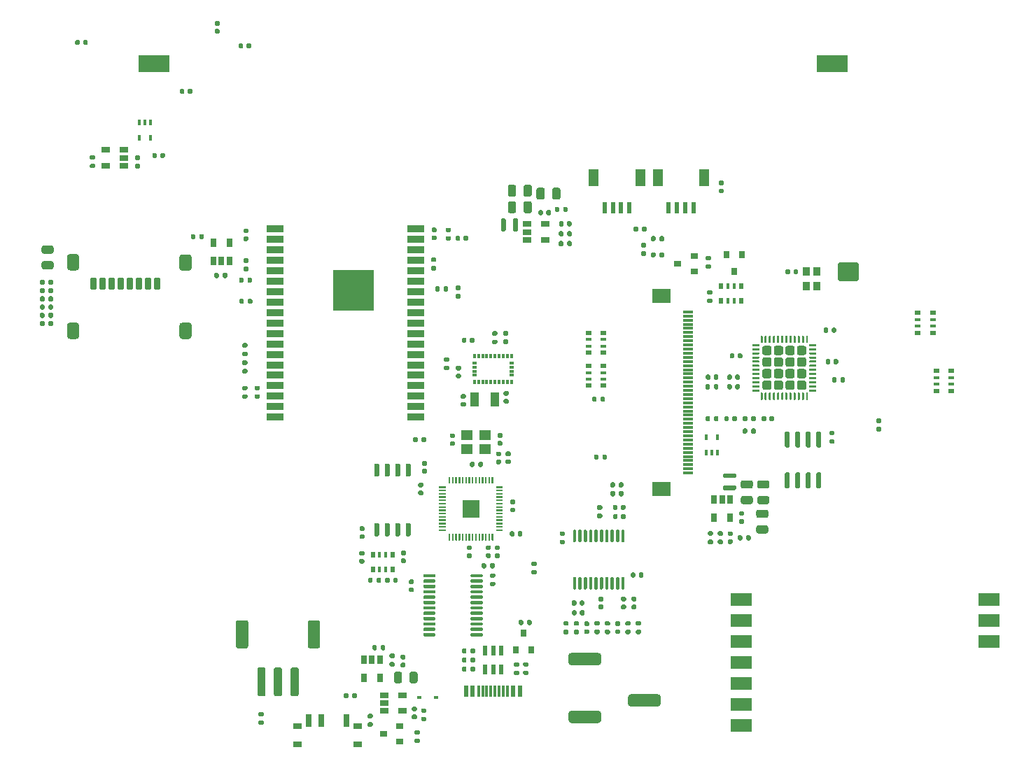
<source format=gbp>
G04 #@! TF.GenerationSoftware,KiCad,Pcbnew,5.1.10*
G04 #@! TF.CreationDate,2021-12-25T14:17:18+01:00*
G04 #@! TF.ProjectId,mch2021,6d636832-3032-4312-9e6b-696361645f70,3*
G04 #@! TF.SameCoordinates,Original*
G04 #@! TF.FileFunction,Paste,Bot*
G04 #@! TF.FilePolarity,Positive*
%FSLAX46Y46*%
G04 Gerber Fmt 4.6, Leading zero omitted, Abs format (unit mm)*
G04 Created by KiCad (PCBNEW 5.1.10) date 2021-12-25 14:17:18*
%MOMM*%
%LPD*%
G01*
G04 APERTURE LIST*
%ADD10C,0.508000*%
%ADD11C,0.010000*%
%ADD12R,0.900000X1.100000*%
%ADD13R,0.800000X0.900000*%
%ADD14R,3.800000X2.000000*%
%ADD15R,1.198880X1.998980*%
%ADD16R,0.599440X1.348740*%
%ADD17R,2.540000X1.524000*%
%ADD18R,0.300000X1.450000*%
%ADD19R,0.600000X1.450000*%
%ADD20R,0.400000X0.650000*%
%ADD21R,5.000000X5.000000*%
%ADD22R,2.000000X0.900000*%
%ADD23R,0.500000X0.800000*%
%ADD24R,0.400000X0.800000*%
%ADD25R,2.200000X1.800000*%
%ADD26R,1.300000X0.300000*%
%ADD27R,1.400000X1.200000*%
%ADD28R,1.060000X0.650000*%
%ADD29R,0.600000X1.200000*%
%ADD30R,0.700000X1.500000*%
%ADD31R,1.000000X0.800000*%
%ADD32R,0.650000X1.060000*%
%ADD33R,1.000000X1.800000*%
%ADD34R,0.800000X0.500000*%
%ADD35R,0.800000X0.400000*%
%ADD36R,0.300000X0.500000*%
%ADD37R,0.500000X0.300000*%
%ADD38R,0.900000X0.800000*%
%ADD39R,0.600000X0.450000*%
G04 APERTURE END LIST*
D10*
X44016000Y11155680D02*
X41984000Y11155680D01*
X44016000Y11663680D02*
X41984000Y11663680D01*
X44016000Y12171680D02*
X41984000Y12171680D01*
X44016000Y10901680D02*
X44016000Y12679680D01*
X41984000Y10901680D02*
X44016000Y10901680D01*
X41984000Y12679680D02*
X41984000Y10901680D01*
X44016000Y12679680D02*
X41984000Y12679680D01*
D11*
G36*
X-3636780Y-17865780D02*
G01*
X-1676780Y-17865780D01*
X-1676780Y-15905780D01*
X-3636780Y-15905780D01*
X-3636780Y-17865780D01*
G37*
X-3636780Y-17865780D02*
X-1676780Y-17865780D01*
X-1676780Y-15905780D01*
X-3636780Y-15905780D01*
X-3636780Y-17865780D01*
G36*
G01*
X-2249140Y-11351680D02*
X-2249140Y-11721680D01*
G75*
G02*
X-2384140Y-11856680I-135000J0D01*
G01*
X-2654140Y-11856680D01*
G75*
G02*
X-2789140Y-11721680I0J135000D01*
G01*
X-2789140Y-11351680D01*
G75*
G02*
X-2654140Y-11216680I135000J0D01*
G01*
X-2384140Y-11216680D01*
G75*
G02*
X-2249140Y-11351680I0J-135000D01*
G01*
G37*
G36*
G01*
X-1229140Y-11351680D02*
X-1229140Y-11721680D01*
G75*
G02*
X-1364140Y-11856680I-135000J0D01*
G01*
X-1634140Y-11856680D01*
G75*
G02*
X-1769140Y-11721680I0J135000D01*
G01*
X-1769140Y-11351680D01*
G75*
G02*
X-1634140Y-11216680I135000J0D01*
G01*
X-1364140Y-11216680D01*
G75*
G02*
X-1229140Y-11351680I0J-135000D01*
G01*
G37*
G36*
G01*
X35954360Y11955600D02*
X35954360Y11615600D01*
G75*
G02*
X35814360Y11475600I-140000J0D01*
G01*
X35534360Y11475600D01*
G75*
G02*
X35394360Y11615600I0J140000D01*
G01*
X35394360Y11955600D01*
G75*
G02*
X35534360Y12095600I140000J0D01*
G01*
X35814360Y12095600D01*
G75*
G02*
X35954360Y11955600I0J-140000D01*
G01*
G37*
G36*
G01*
X36914360Y11955600D02*
X36914360Y11615600D01*
G75*
G02*
X36774360Y11475600I-140000J0D01*
G01*
X36494360Y11475600D01*
G75*
G02*
X36354360Y11615600I0J140000D01*
G01*
X36354360Y11955600D01*
G75*
G02*
X36494360Y12095600I140000J0D01*
G01*
X36774360Y12095600D01*
G75*
G02*
X36914360Y11955600I0J-140000D01*
G01*
G37*
D12*
X37897040Y11784700D03*
X37897040Y10084700D03*
X39197040Y10084700D03*
X39197040Y11784700D03*
G36*
G01*
X-8107860Y-11694820D02*
X-8447860Y-11694820D01*
G75*
G02*
X-8587860Y-11554820I0J140000D01*
G01*
X-8587860Y-11274820D01*
G75*
G02*
X-8447860Y-11134820I140000J0D01*
G01*
X-8107860Y-11134820D01*
G75*
G02*
X-7967860Y-11274820I0J-140000D01*
G01*
X-7967860Y-11554820D01*
G75*
G02*
X-8107860Y-11694820I-140000J0D01*
G01*
G37*
G36*
G01*
X-8107860Y-12654820D02*
X-8447860Y-12654820D01*
G75*
G02*
X-8587860Y-12514820I0J140000D01*
G01*
X-8587860Y-12234820D01*
G75*
G02*
X-8447860Y-12094820I140000J0D01*
G01*
X-8107860Y-12094820D01*
G75*
G02*
X-7967860Y-12234820I0J-140000D01*
G01*
X-7967860Y-12514820D01*
G75*
G02*
X-8107860Y-12654820I-140000J0D01*
G01*
G37*
G36*
G01*
X-10114140Y-13026740D02*
X-10414140Y-13026740D01*
G75*
G02*
X-10564140Y-12876740I0J150000D01*
G01*
X-10564140Y-11576740D01*
G75*
G02*
X-10414140Y-11426740I150000J0D01*
G01*
X-10114140Y-11426740D01*
G75*
G02*
X-9964140Y-11576740I0J-150000D01*
G01*
X-9964140Y-12876740D01*
G75*
G02*
X-10114140Y-13026740I-150000J0D01*
G01*
G37*
G36*
G01*
X-11384140Y-13026740D02*
X-11684140Y-13026740D01*
G75*
G02*
X-11834140Y-12876740I0J150000D01*
G01*
X-11834140Y-11576740D01*
G75*
G02*
X-11684140Y-11426740I150000J0D01*
G01*
X-11384140Y-11426740D01*
G75*
G02*
X-11234140Y-11576740I0J-150000D01*
G01*
X-11234140Y-12876740D01*
G75*
G02*
X-11384140Y-13026740I-150000J0D01*
G01*
G37*
G36*
G01*
X-12654140Y-13026740D02*
X-12954140Y-13026740D01*
G75*
G02*
X-13104140Y-12876740I0J150000D01*
G01*
X-13104140Y-11576740D01*
G75*
G02*
X-12954140Y-11426740I150000J0D01*
G01*
X-12654140Y-11426740D01*
G75*
G02*
X-12504140Y-11576740I0J-150000D01*
G01*
X-12504140Y-12876740D01*
G75*
G02*
X-12654140Y-13026740I-150000J0D01*
G01*
G37*
G36*
G01*
X-13924140Y-13026740D02*
X-14224140Y-13026740D01*
G75*
G02*
X-14374140Y-12876740I0J150000D01*
G01*
X-14374140Y-11576740D01*
G75*
G02*
X-14224140Y-11426740I150000J0D01*
G01*
X-13924140Y-11426740D01*
G75*
G02*
X-13774140Y-11576740I0J-150000D01*
G01*
X-13774140Y-12876740D01*
G75*
G02*
X-13924140Y-13026740I-150000J0D01*
G01*
G37*
G36*
G01*
X-13924140Y-20226740D02*
X-14224140Y-20226740D01*
G75*
G02*
X-14374140Y-20076740I0J150000D01*
G01*
X-14374140Y-18776740D01*
G75*
G02*
X-14224140Y-18626740I150000J0D01*
G01*
X-13924140Y-18626740D01*
G75*
G02*
X-13774140Y-18776740I0J-150000D01*
G01*
X-13774140Y-20076740D01*
G75*
G02*
X-13924140Y-20226740I-150000J0D01*
G01*
G37*
G36*
G01*
X-12654140Y-20226740D02*
X-12954140Y-20226740D01*
G75*
G02*
X-13104140Y-20076740I0J150000D01*
G01*
X-13104140Y-18776740D01*
G75*
G02*
X-12954140Y-18626740I150000J0D01*
G01*
X-12654140Y-18626740D01*
G75*
G02*
X-12504140Y-18776740I0J-150000D01*
G01*
X-12504140Y-20076740D01*
G75*
G02*
X-12654140Y-20226740I-150000J0D01*
G01*
G37*
G36*
G01*
X-11384140Y-20226740D02*
X-11684140Y-20226740D01*
G75*
G02*
X-11834140Y-20076740I0J150000D01*
G01*
X-11834140Y-18776740D01*
G75*
G02*
X-11684140Y-18626740I150000J0D01*
G01*
X-11384140Y-18626740D01*
G75*
G02*
X-11234140Y-18776740I0J-150000D01*
G01*
X-11234140Y-20076740D01*
G75*
G02*
X-11384140Y-20226740I-150000J0D01*
G01*
G37*
G36*
G01*
X-10114140Y-20226740D02*
X-10414140Y-20226740D01*
G75*
G02*
X-10564140Y-20076740I0J150000D01*
G01*
X-10564140Y-18776740D01*
G75*
G02*
X-10414140Y-18626740I150000J0D01*
G01*
X-10114140Y-18626740D01*
G75*
G02*
X-9964140Y-18776740I0J-150000D01*
G01*
X-9964140Y-20076740D01*
G75*
G02*
X-10114140Y-20226740I-150000J0D01*
G01*
G37*
G36*
G01*
X39555000Y-9500000D02*
X39255000Y-9500000D01*
G75*
G02*
X39105000Y-9350000I0J150000D01*
G01*
X39105000Y-7700000D01*
G75*
G02*
X39255000Y-7550000I150000J0D01*
G01*
X39555000Y-7550000D01*
G75*
G02*
X39705000Y-7700000I0J-150000D01*
G01*
X39705000Y-9350000D01*
G75*
G02*
X39555000Y-9500000I-150000J0D01*
G01*
G37*
G36*
G01*
X38285000Y-9500000D02*
X37985000Y-9500000D01*
G75*
G02*
X37835000Y-9350000I0J150000D01*
G01*
X37835000Y-7700000D01*
G75*
G02*
X37985000Y-7550000I150000J0D01*
G01*
X38285000Y-7550000D01*
G75*
G02*
X38435000Y-7700000I0J-150000D01*
G01*
X38435000Y-9350000D01*
G75*
G02*
X38285000Y-9500000I-150000J0D01*
G01*
G37*
G36*
G01*
X37015000Y-9500000D02*
X36715000Y-9500000D01*
G75*
G02*
X36565000Y-9350000I0J150000D01*
G01*
X36565000Y-7700000D01*
G75*
G02*
X36715000Y-7550000I150000J0D01*
G01*
X37015000Y-7550000D01*
G75*
G02*
X37165000Y-7700000I0J-150000D01*
G01*
X37165000Y-9350000D01*
G75*
G02*
X37015000Y-9500000I-150000J0D01*
G01*
G37*
G36*
G01*
X35745000Y-9500000D02*
X35445000Y-9500000D01*
G75*
G02*
X35295000Y-9350000I0J150000D01*
G01*
X35295000Y-7700000D01*
G75*
G02*
X35445000Y-7550000I150000J0D01*
G01*
X35745000Y-7550000D01*
G75*
G02*
X35895000Y-7700000I0J-150000D01*
G01*
X35895000Y-9350000D01*
G75*
G02*
X35745000Y-9500000I-150000J0D01*
G01*
G37*
G36*
G01*
X35745000Y-14450000D02*
X35445000Y-14450000D01*
G75*
G02*
X35295000Y-14300000I0J150000D01*
G01*
X35295000Y-12650000D01*
G75*
G02*
X35445000Y-12500000I150000J0D01*
G01*
X35745000Y-12500000D01*
G75*
G02*
X35895000Y-12650000I0J-150000D01*
G01*
X35895000Y-14300000D01*
G75*
G02*
X35745000Y-14450000I-150000J0D01*
G01*
G37*
G36*
G01*
X37015000Y-14450000D02*
X36715000Y-14450000D01*
G75*
G02*
X36565000Y-14300000I0J150000D01*
G01*
X36565000Y-12650000D01*
G75*
G02*
X36715000Y-12500000I150000J0D01*
G01*
X37015000Y-12500000D01*
G75*
G02*
X37165000Y-12650000I0J-150000D01*
G01*
X37165000Y-14300000D01*
G75*
G02*
X37015000Y-14450000I-150000J0D01*
G01*
G37*
G36*
G01*
X38285000Y-14450000D02*
X37985000Y-14450000D01*
G75*
G02*
X37835000Y-14300000I0J150000D01*
G01*
X37835000Y-12650000D01*
G75*
G02*
X37985000Y-12500000I150000J0D01*
G01*
X38285000Y-12500000D01*
G75*
G02*
X38435000Y-12650000I0J-150000D01*
G01*
X38435000Y-14300000D01*
G75*
G02*
X38285000Y-14450000I-150000J0D01*
G01*
G37*
G36*
G01*
X39555000Y-14450000D02*
X39255000Y-14450000D01*
G75*
G02*
X39105000Y-14300000I0J150000D01*
G01*
X39105000Y-12650000D01*
G75*
G02*
X39255000Y-12500000I150000J0D01*
G01*
X39555000Y-12500000D01*
G75*
G02*
X39705000Y-12650000I0J-150000D01*
G01*
X39705000Y-14300000D01*
G75*
G02*
X39555000Y-14450000I-150000J0D01*
G01*
G37*
G36*
G01*
X1767720Y-3213620D02*
X1427720Y-3213620D01*
G75*
G02*
X1287720Y-3073620I0J140000D01*
G01*
X1287720Y-2793620D01*
G75*
G02*
X1427720Y-2653620I140000J0D01*
G01*
X1767720Y-2653620D01*
G75*
G02*
X1907720Y-2793620I0J-140000D01*
G01*
X1907720Y-3073620D01*
G75*
G02*
X1767720Y-3213620I-140000J0D01*
G01*
G37*
G36*
G01*
X1767720Y-4173620D02*
X1427720Y-4173620D01*
G75*
G02*
X1287720Y-4033620I0J140000D01*
G01*
X1287720Y-3753620D01*
G75*
G02*
X1427720Y-3613620I140000J0D01*
G01*
X1767720Y-3613620D01*
G75*
G02*
X1907720Y-3753620I0J-140000D01*
G01*
X1907720Y-4033620D01*
G75*
G02*
X1767720Y-4173620I-140000J0D01*
G01*
G37*
G36*
G01*
X-5356780Y-13850780D02*
X-5356780Y-13050780D01*
G75*
G02*
X-5336780Y-13030780I20000J0D01*
G01*
X-5176780Y-13030780D01*
G75*
G02*
X-5156780Y-13050780I0J-20000D01*
G01*
X-5156780Y-13850780D01*
G75*
G02*
X-5176780Y-13870780I-20000J0D01*
G01*
X-5336780Y-13870780D01*
G75*
G02*
X-5356780Y-13850780I0J20000D01*
G01*
G37*
G36*
G01*
X-4956780Y-13850780D02*
X-4956780Y-13050780D01*
G75*
G02*
X-4936780Y-13030780I20000J0D01*
G01*
X-4776780Y-13030780D01*
G75*
G02*
X-4756780Y-13050780I0J-20000D01*
G01*
X-4756780Y-13850780D01*
G75*
G02*
X-4776780Y-13870780I-20000J0D01*
G01*
X-4936780Y-13870780D01*
G75*
G02*
X-4956780Y-13850780I0J20000D01*
G01*
G37*
G36*
G01*
X-4556780Y-13850780D02*
X-4556780Y-13050780D01*
G75*
G02*
X-4536780Y-13030780I20000J0D01*
G01*
X-4376780Y-13030780D01*
G75*
G02*
X-4356780Y-13050780I0J-20000D01*
G01*
X-4356780Y-13850780D01*
G75*
G02*
X-4376780Y-13870780I-20000J0D01*
G01*
X-4536780Y-13870780D01*
G75*
G02*
X-4556780Y-13850780I0J20000D01*
G01*
G37*
G36*
G01*
X-4156780Y-13850780D02*
X-4156780Y-13050780D01*
G75*
G02*
X-4136780Y-13030780I20000J0D01*
G01*
X-3976780Y-13030780D01*
G75*
G02*
X-3956780Y-13050780I0J-20000D01*
G01*
X-3956780Y-13850780D01*
G75*
G02*
X-3976780Y-13870780I-20000J0D01*
G01*
X-4136780Y-13870780D01*
G75*
G02*
X-4156780Y-13850780I0J20000D01*
G01*
G37*
G36*
G01*
X-3756780Y-13850780D02*
X-3756780Y-13050780D01*
G75*
G02*
X-3736780Y-13030780I20000J0D01*
G01*
X-3576780Y-13030780D01*
G75*
G02*
X-3556780Y-13050780I0J-20000D01*
G01*
X-3556780Y-13850780D01*
G75*
G02*
X-3576780Y-13870780I-20000J0D01*
G01*
X-3736780Y-13870780D01*
G75*
G02*
X-3756780Y-13850780I0J20000D01*
G01*
G37*
G36*
G01*
X-3356780Y-13850780D02*
X-3356780Y-13050780D01*
G75*
G02*
X-3336780Y-13030780I20000J0D01*
G01*
X-3176780Y-13030780D01*
G75*
G02*
X-3156780Y-13050780I0J-20000D01*
G01*
X-3156780Y-13850780D01*
G75*
G02*
X-3176780Y-13870780I-20000J0D01*
G01*
X-3336780Y-13870780D01*
G75*
G02*
X-3356780Y-13850780I0J20000D01*
G01*
G37*
G36*
G01*
X-2956780Y-13850780D02*
X-2956780Y-13050780D01*
G75*
G02*
X-2936780Y-13030780I20000J0D01*
G01*
X-2776780Y-13030780D01*
G75*
G02*
X-2756780Y-13050780I0J-20000D01*
G01*
X-2756780Y-13850780D01*
G75*
G02*
X-2776780Y-13870780I-20000J0D01*
G01*
X-2936780Y-13870780D01*
G75*
G02*
X-2956780Y-13850780I0J20000D01*
G01*
G37*
G36*
G01*
X-2556780Y-13850780D02*
X-2556780Y-13050780D01*
G75*
G02*
X-2536780Y-13030780I20000J0D01*
G01*
X-2376780Y-13030780D01*
G75*
G02*
X-2356780Y-13050780I0J-20000D01*
G01*
X-2356780Y-13850780D01*
G75*
G02*
X-2376780Y-13870780I-20000J0D01*
G01*
X-2536780Y-13870780D01*
G75*
G02*
X-2556780Y-13850780I0J20000D01*
G01*
G37*
G36*
G01*
X-2156780Y-13850780D02*
X-2156780Y-13050780D01*
G75*
G02*
X-2136780Y-13030780I20000J0D01*
G01*
X-1976780Y-13030780D01*
G75*
G02*
X-1956780Y-13050780I0J-20000D01*
G01*
X-1956780Y-13850780D01*
G75*
G02*
X-1976780Y-13870780I-20000J0D01*
G01*
X-2136780Y-13870780D01*
G75*
G02*
X-2156780Y-13850780I0J20000D01*
G01*
G37*
G36*
G01*
X-1756780Y-13850780D02*
X-1756780Y-13050780D01*
G75*
G02*
X-1736780Y-13030780I20000J0D01*
G01*
X-1576780Y-13030780D01*
G75*
G02*
X-1556780Y-13050780I0J-20000D01*
G01*
X-1556780Y-13850780D01*
G75*
G02*
X-1576780Y-13870780I-20000J0D01*
G01*
X-1736780Y-13870780D01*
G75*
G02*
X-1756780Y-13850780I0J20000D01*
G01*
G37*
G36*
G01*
X-1356780Y-13850780D02*
X-1356780Y-13050780D01*
G75*
G02*
X-1336780Y-13030780I20000J0D01*
G01*
X-1176780Y-13030780D01*
G75*
G02*
X-1156780Y-13050780I0J-20000D01*
G01*
X-1156780Y-13850780D01*
G75*
G02*
X-1176780Y-13870780I-20000J0D01*
G01*
X-1336780Y-13870780D01*
G75*
G02*
X-1356780Y-13850780I0J20000D01*
G01*
G37*
G36*
G01*
X-956780Y-13850780D02*
X-956780Y-13050780D01*
G75*
G02*
X-936780Y-13030780I20000J0D01*
G01*
X-776780Y-13030780D01*
G75*
G02*
X-756780Y-13050780I0J-20000D01*
G01*
X-756780Y-13850780D01*
G75*
G02*
X-776780Y-13870780I-20000J0D01*
G01*
X-936780Y-13870780D01*
G75*
G02*
X-956780Y-13850780I0J20000D01*
G01*
G37*
G36*
G01*
X-556780Y-13850780D02*
X-556780Y-13050780D01*
G75*
G02*
X-536780Y-13030780I20000J0D01*
G01*
X-376780Y-13030780D01*
G75*
G02*
X-356780Y-13050780I0J-20000D01*
G01*
X-356780Y-13850780D01*
G75*
G02*
X-376780Y-13870780I-20000J0D01*
G01*
X-536780Y-13870780D01*
G75*
G02*
X-556780Y-13850780I0J20000D01*
G01*
G37*
G36*
G01*
X-156780Y-13850780D02*
X-156780Y-13050780D01*
G75*
G02*
X-136780Y-13030780I20000J0D01*
G01*
X23220Y-13030780D01*
G75*
G02*
X43220Y-13050780I0J-20000D01*
G01*
X43220Y-13850780D01*
G75*
G02*
X23220Y-13870780I-20000J0D01*
G01*
X-136780Y-13870780D01*
G75*
G02*
X-156780Y-13850780I0J20000D01*
G01*
G37*
G36*
G01*
X-156780Y-20720780D02*
X-156780Y-19920780D01*
G75*
G02*
X-136780Y-19900780I20000J0D01*
G01*
X23220Y-19900780D01*
G75*
G02*
X43220Y-19920780I0J-20000D01*
G01*
X43220Y-20720780D01*
G75*
G02*
X23220Y-20740780I-20000J0D01*
G01*
X-136780Y-20740780D01*
G75*
G02*
X-156780Y-20720780I0J20000D01*
G01*
G37*
G36*
G01*
X-556780Y-20720780D02*
X-556780Y-19920780D01*
G75*
G02*
X-536780Y-19900780I20000J0D01*
G01*
X-376780Y-19900780D01*
G75*
G02*
X-356780Y-19920780I0J-20000D01*
G01*
X-356780Y-20720780D01*
G75*
G02*
X-376780Y-20740780I-20000J0D01*
G01*
X-536780Y-20740780D01*
G75*
G02*
X-556780Y-20720780I0J20000D01*
G01*
G37*
G36*
G01*
X-956780Y-20720780D02*
X-956780Y-19920780D01*
G75*
G02*
X-936780Y-19900780I20000J0D01*
G01*
X-776780Y-19900780D01*
G75*
G02*
X-756780Y-19920780I0J-20000D01*
G01*
X-756780Y-20720780D01*
G75*
G02*
X-776780Y-20740780I-20000J0D01*
G01*
X-936780Y-20740780D01*
G75*
G02*
X-956780Y-20720780I0J20000D01*
G01*
G37*
G36*
G01*
X-1356780Y-20720780D02*
X-1356780Y-19920780D01*
G75*
G02*
X-1336780Y-19900780I20000J0D01*
G01*
X-1176780Y-19900780D01*
G75*
G02*
X-1156780Y-19920780I0J-20000D01*
G01*
X-1156780Y-20720780D01*
G75*
G02*
X-1176780Y-20740780I-20000J0D01*
G01*
X-1336780Y-20740780D01*
G75*
G02*
X-1356780Y-20720780I0J20000D01*
G01*
G37*
G36*
G01*
X-1756780Y-20720780D02*
X-1756780Y-19920780D01*
G75*
G02*
X-1736780Y-19900780I20000J0D01*
G01*
X-1576780Y-19900780D01*
G75*
G02*
X-1556780Y-19920780I0J-20000D01*
G01*
X-1556780Y-20720780D01*
G75*
G02*
X-1576780Y-20740780I-20000J0D01*
G01*
X-1736780Y-20740780D01*
G75*
G02*
X-1756780Y-20720780I0J20000D01*
G01*
G37*
G36*
G01*
X-2156780Y-20720780D02*
X-2156780Y-19920780D01*
G75*
G02*
X-2136780Y-19900780I20000J0D01*
G01*
X-1976780Y-19900780D01*
G75*
G02*
X-1956780Y-19920780I0J-20000D01*
G01*
X-1956780Y-20720780D01*
G75*
G02*
X-1976780Y-20740780I-20000J0D01*
G01*
X-2136780Y-20740780D01*
G75*
G02*
X-2156780Y-20720780I0J20000D01*
G01*
G37*
G36*
G01*
X-2556780Y-20720780D02*
X-2556780Y-19920780D01*
G75*
G02*
X-2536780Y-19900780I20000J0D01*
G01*
X-2376780Y-19900780D01*
G75*
G02*
X-2356780Y-19920780I0J-20000D01*
G01*
X-2356780Y-20720780D01*
G75*
G02*
X-2376780Y-20740780I-20000J0D01*
G01*
X-2536780Y-20740780D01*
G75*
G02*
X-2556780Y-20720780I0J20000D01*
G01*
G37*
G36*
G01*
X-2956780Y-20720780D02*
X-2956780Y-19920780D01*
G75*
G02*
X-2936780Y-19900780I20000J0D01*
G01*
X-2776780Y-19900780D01*
G75*
G02*
X-2756780Y-19920780I0J-20000D01*
G01*
X-2756780Y-20720780D01*
G75*
G02*
X-2776780Y-20740780I-20000J0D01*
G01*
X-2936780Y-20740780D01*
G75*
G02*
X-2956780Y-20720780I0J20000D01*
G01*
G37*
G36*
G01*
X-3356780Y-20720780D02*
X-3356780Y-19920780D01*
G75*
G02*
X-3336780Y-19900780I20000J0D01*
G01*
X-3176780Y-19900780D01*
G75*
G02*
X-3156780Y-19920780I0J-20000D01*
G01*
X-3156780Y-20720780D01*
G75*
G02*
X-3176780Y-20740780I-20000J0D01*
G01*
X-3336780Y-20740780D01*
G75*
G02*
X-3356780Y-20720780I0J20000D01*
G01*
G37*
G36*
G01*
X-3756780Y-20720780D02*
X-3756780Y-19920780D01*
G75*
G02*
X-3736780Y-19900780I20000J0D01*
G01*
X-3576780Y-19900780D01*
G75*
G02*
X-3556780Y-19920780I0J-20000D01*
G01*
X-3556780Y-20720780D01*
G75*
G02*
X-3576780Y-20740780I-20000J0D01*
G01*
X-3736780Y-20740780D01*
G75*
G02*
X-3756780Y-20720780I0J20000D01*
G01*
G37*
G36*
G01*
X-4156780Y-20720780D02*
X-4156780Y-19920780D01*
G75*
G02*
X-4136780Y-19900780I20000J0D01*
G01*
X-3976780Y-19900780D01*
G75*
G02*
X-3956780Y-19920780I0J-20000D01*
G01*
X-3956780Y-20720780D01*
G75*
G02*
X-3976780Y-20740780I-20000J0D01*
G01*
X-4136780Y-20740780D01*
G75*
G02*
X-4156780Y-20720780I0J20000D01*
G01*
G37*
G36*
G01*
X-4556780Y-20720780D02*
X-4556780Y-19920780D01*
G75*
G02*
X-4536780Y-19900780I20000J0D01*
G01*
X-4376780Y-19900780D01*
G75*
G02*
X-4356780Y-19920780I0J-20000D01*
G01*
X-4356780Y-20720780D01*
G75*
G02*
X-4376780Y-20740780I-20000J0D01*
G01*
X-4536780Y-20740780D01*
G75*
G02*
X-4556780Y-20720780I0J20000D01*
G01*
G37*
G36*
G01*
X-4956780Y-20720780D02*
X-4956780Y-19920780D01*
G75*
G02*
X-4936780Y-19900780I20000J0D01*
G01*
X-4776780Y-19900780D01*
G75*
G02*
X-4756780Y-19920780I0J-20000D01*
G01*
X-4756780Y-20720780D01*
G75*
G02*
X-4776780Y-20740780I-20000J0D01*
G01*
X-4936780Y-20740780D01*
G75*
G02*
X-4956780Y-20720780I0J20000D01*
G01*
G37*
G36*
G01*
X-5356780Y-20720780D02*
X-5356780Y-19920780D01*
G75*
G02*
X-5336780Y-19900780I20000J0D01*
G01*
X-5176780Y-19900780D01*
G75*
G02*
X-5156780Y-19920780I0J-20000D01*
G01*
X-5156780Y-20720780D01*
G75*
G02*
X-5176780Y-20740780I-20000J0D01*
G01*
X-5336780Y-20740780D01*
G75*
G02*
X-5356780Y-20720780I0J20000D01*
G01*
G37*
G36*
G01*
X-6511780Y-19579780D02*
X-6511780Y-19391780D01*
G75*
G02*
X-6505780Y-19385780I6000J0D01*
G01*
X-5677780Y-19385780D01*
G75*
G02*
X-5671780Y-19391780I0J-6000D01*
G01*
X-5671780Y-19579780D01*
G75*
G02*
X-5677780Y-19585780I-6000J0D01*
G01*
X-6505780Y-19585780D01*
G75*
G02*
X-6511780Y-19579780I0J6000D01*
G01*
G37*
G36*
G01*
X-6511780Y-19179780D02*
X-6511780Y-18991780D01*
G75*
G02*
X-6505780Y-18985780I6000J0D01*
G01*
X-5677780Y-18985780D01*
G75*
G02*
X-5671780Y-18991780I0J-6000D01*
G01*
X-5671780Y-19179780D01*
G75*
G02*
X-5677780Y-19185780I-6000J0D01*
G01*
X-6505780Y-19185780D01*
G75*
G02*
X-6511780Y-19179780I0J6000D01*
G01*
G37*
G36*
G01*
X-6511780Y-18779780D02*
X-6511780Y-18591780D01*
G75*
G02*
X-6505780Y-18585780I6000J0D01*
G01*
X-5677780Y-18585780D01*
G75*
G02*
X-5671780Y-18591780I0J-6000D01*
G01*
X-5671780Y-18779780D01*
G75*
G02*
X-5677780Y-18785780I-6000J0D01*
G01*
X-6505780Y-18785780D01*
G75*
G02*
X-6511780Y-18779780I0J6000D01*
G01*
G37*
G36*
G01*
X-6511780Y-18379780D02*
X-6511780Y-18191780D01*
G75*
G02*
X-6505780Y-18185780I6000J0D01*
G01*
X-5677780Y-18185780D01*
G75*
G02*
X-5671780Y-18191780I0J-6000D01*
G01*
X-5671780Y-18379780D01*
G75*
G02*
X-5677780Y-18385780I-6000J0D01*
G01*
X-6505780Y-18385780D01*
G75*
G02*
X-6511780Y-18379780I0J6000D01*
G01*
G37*
G36*
G01*
X-6511780Y-17979780D02*
X-6511780Y-17791780D01*
G75*
G02*
X-6505780Y-17785780I6000J0D01*
G01*
X-5677780Y-17785780D01*
G75*
G02*
X-5671780Y-17791780I0J-6000D01*
G01*
X-5671780Y-17979780D01*
G75*
G02*
X-5677780Y-17985780I-6000J0D01*
G01*
X-6505780Y-17985780D01*
G75*
G02*
X-6511780Y-17979780I0J6000D01*
G01*
G37*
G36*
G01*
X-6511780Y-17579780D02*
X-6511780Y-17391780D01*
G75*
G02*
X-6505780Y-17385780I6000J0D01*
G01*
X-5677780Y-17385780D01*
G75*
G02*
X-5671780Y-17391780I0J-6000D01*
G01*
X-5671780Y-17579780D01*
G75*
G02*
X-5677780Y-17585780I-6000J0D01*
G01*
X-6505780Y-17585780D01*
G75*
G02*
X-6511780Y-17579780I0J6000D01*
G01*
G37*
G36*
G01*
X-6511780Y-17179780D02*
X-6511780Y-16991780D01*
G75*
G02*
X-6505780Y-16985780I6000J0D01*
G01*
X-5677780Y-16985780D01*
G75*
G02*
X-5671780Y-16991780I0J-6000D01*
G01*
X-5671780Y-17179780D01*
G75*
G02*
X-5677780Y-17185780I-6000J0D01*
G01*
X-6505780Y-17185780D01*
G75*
G02*
X-6511780Y-17179780I0J6000D01*
G01*
G37*
G36*
G01*
X-6511780Y-16779780D02*
X-6511780Y-16591780D01*
G75*
G02*
X-6505780Y-16585780I6000J0D01*
G01*
X-5677780Y-16585780D01*
G75*
G02*
X-5671780Y-16591780I0J-6000D01*
G01*
X-5671780Y-16779780D01*
G75*
G02*
X-5677780Y-16785780I-6000J0D01*
G01*
X-6505780Y-16785780D01*
G75*
G02*
X-6511780Y-16779780I0J6000D01*
G01*
G37*
G36*
G01*
X-6511780Y-16379780D02*
X-6511780Y-16191780D01*
G75*
G02*
X-6505780Y-16185780I6000J0D01*
G01*
X-5677780Y-16185780D01*
G75*
G02*
X-5671780Y-16191780I0J-6000D01*
G01*
X-5671780Y-16379780D01*
G75*
G02*
X-5677780Y-16385780I-6000J0D01*
G01*
X-6505780Y-16385780D01*
G75*
G02*
X-6511780Y-16379780I0J6000D01*
G01*
G37*
G36*
G01*
X-6511780Y-15979780D02*
X-6511780Y-15791780D01*
G75*
G02*
X-6505780Y-15785780I6000J0D01*
G01*
X-5677780Y-15785780D01*
G75*
G02*
X-5671780Y-15791780I0J-6000D01*
G01*
X-5671780Y-15979780D01*
G75*
G02*
X-5677780Y-15985780I-6000J0D01*
G01*
X-6505780Y-15985780D01*
G75*
G02*
X-6511780Y-15979780I0J6000D01*
G01*
G37*
G36*
G01*
X-6511780Y-15579780D02*
X-6511780Y-15391780D01*
G75*
G02*
X-6505780Y-15385780I6000J0D01*
G01*
X-5677780Y-15385780D01*
G75*
G02*
X-5671780Y-15391780I0J-6000D01*
G01*
X-5671780Y-15579780D01*
G75*
G02*
X-5677780Y-15585780I-6000J0D01*
G01*
X-6505780Y-15585780D01*
G75*
G02*
X-6511780Y-15579780I0J6000D01*
G01*
G37*
G36*
G01*
X-6511780Y-15179780D02*
X-6511780Y-14991780D01*
G75*
G02*
X-6505780Y-14985780I6000J0D01*
G01*
X-5677780Y-14985780D01*
G75*
G02*
X-5671780Y-14991780I0J-6000D01*
G01*
X-5671780Y-15179780D01*
G75*
G02*
X-5677780Y-15185780I-6000J0D01*
G01*
X-6505780Y-15185780D01*
G75*
G02*
X-6511780Y-15179780I0J6000D01*
G01*
G37*
G36*
G01*
X-6511780Y-14779780D02*
X-6511780Y-14591780D01*
G75*
G02*
X-6505780Y-14585780I6000J0D01*
G01*
X-5677780Y-14585780D01*
G75*
G02*
X-5671780Y-14591780I0J-6000D01*
G01*
X-5671780Y-14779780D01*
G75*
G02*
X-5677780Y-14785780I-6000J0D01*
G01*
X-6505780Y-14785780D01*
G75*
G02*
X-6511780Y-14779780I0J6000D01*
G01*
G37*
G36*
G01*
X-6511780Y-14379780D02*
X-6511780Y-14191780D01*
G75*
G02*
X-6505780Y-14185780I6000J0D01*
G01*
X-5677780Y-14185780D01*
G75*
G02*
X-5671780Y-14191780I0J-6000D01*
G01*
X-5671780Y-14379780D01*
G75*
G02*
X-5677780Y-14385780I-6000J0D01*
G01*
X-6505780Y-14385780D01*
G75*
G02*
X-6511780Y-14379780I0J6000D01*
G01*
G37*
G36*
G01*
X358220Y-14379780D02*
X358220Y-14191780D01*
G75*
G02*
X364220Y-14185780I6000J0D01*
G01*
X1192220Y-14185780D01*
G75*
G02*
X1198220Y-14191780I0J-6000D01*
G01*
X1198220Y-14379780D01*
G75*
G02*
X1192220Y-14385780I-6000J0D01*
G01*
X364220Y-14385780D01*
G75*
G02*
X358220Y-14379780I0J6000D01*
G01*
G37*
G36*
G01*
X358220Y-14779780D02*
X358220Y-14591780D01*
G75*
G02*
X364220Y-14585780I6000J0D01*
G01*
X1192220Y-14585780D01*
G75*
G02*
X1198220Y-14591780I0J-6000D01*
G01*
X1198220Y-14779780D01*
G75*
G02*
X1192220Y-14785780I-6000J0D01*
G01*
X364220Y-14785780D01*
G75*
G02*
X358220Y-14779780I0J6000D01*
G01*
G37*
G36*
G01*
X358220Y-15179780D02*
X358220Y-14991780D01*
G75*
G02*
X364220Y-14985780I6000J0D01*
G01*
X1192220Y-14985780D01*
G75*
G02*
X1198220Y-14991780I0J-6000D01*
G01*
X1198220Y-15179780D01*
G75*
G02*
X1192220Y-15185780I-6000J0D01*
G01*
X364220Y-15185780D01*
G75*
G02*
X358220Y-15179780I0J6000D01*
G01*
G37*
G36*
G01*
X358220Y-15579780D02*
X358220Y-15391780D01*
G75*
G02*
X364220Y-15385780I6000J0D01*
G01*
X1192220Y-15385780D01*
G75*
G02*
X1198220Y-15391780I0J-6000D01*
G01*
X1198220Y-15579780D01*
G75*
G02*
X1192220Y-15585780I-6000J0D01*
G01*
X364220Y-15585780D01*
G75*
G02*
X358220Y-15579780I0J6000D01*
G01*
G37*
G36*
G01*
X358220Y-15979780D02*
X358220Y-15791780D01*
G75*
G02*
X364220Y-15785780I6000J0D01*
G01*
X1192220Y-15785780D01*
G75*
G02*
X1198220Y-15791780I0J-6000D01*
G01*
X1198220Y-15979780D01*
G75*
G02*
X1192220Y-15985780I-6000J0D01*
G01*
X364220Y-15985780D01*
G75*
G02*
X358220Y-15979780I0J6000D01*
G01*
G37*
G36*
G01*
X358220Y-16379780D02*
X358220Y-16191780D01*
G75*
G02*
X364220Y-16185780I6000J0D01*
G01*
X1192220Y-16185780D01*
G75*
G02*
X1198220Y-16191780I0J-6000D01*
G01*
X1198220Y-16379780D01*
G75*
G02*
X1192220Y-16385780I-6000J0D01*
G01*
X364220Y-16385780D01*
G75*
G02*
X358220Y-16379780I0J6000D01*
G01*
G37*
G36*
G01*
X358220Y-16779780D02*
X358220Y-16591780D01*
G75*
G02*
X364220Y-16585780I6000J0D01*
G01*
X1192220Y-16585780D01*
G75*
G02*
X1198220Y-16591780I0J-6000D01*
G01*
X1198220Y-16779780D01*
G75*
G02*
X1192220Y-16785780I-6000J0D01*
G01*
X364220Y-16785780D01*
G75*
G02*
X358220Y-16779780I0J6000D01*
G01*
G37*
G36*
G01*
X358220Y-17179780D02*
X358220Y-16991780D01*
G75*
G02*
X364220Y-16985780I6000J0D01*
G01*
X1192220Y-16985780D01*
G75*
G02*
X1198220Y-16991780I0J-6000D01*
G01*
X1198220Y-17179780D01*
G75*
G02*
X1192220Y-17185780I-6000J0D01*
G01*
X364220Y-17185780D01*
G75*
G02*
X358220Y-17179780I0J6000D01*
G01*
G37*
G36*
G01*
X358220Y-17579780D02*
X358220Y-17391780D01*
G75*
G02*
X364220Y-17385780I6000J0D01*
G01*
X1192220Y-17385780D01*
G75*
G02*
X1198220Y-17391780I0J-6000D01*
G01*
X1198220Y-17579780D01*
G75*
G02*
X1192220Y-17585780I-6000J0D01*
G01*
X364220Y-17585780D01*
G75*
G02*
X358220Y-17579780I0J6000D01*
G01*
G37*
G36*
G01*
X358220Y-17979780D02*
X358220Y-17791780D01*
G75*
G02*
X364220Y-17785780I6000J0D01*
G01*
X1192220Y-17785780D01*
G75*
G02*
X1198220Y-17791780I0J-6000D01*
G01*
X1198220Y-17979780D01*
G75*
G02*
X1192220Y-17985780I-6000J0D01*
G01*
X364220Y-17985780D01*
G75*
G02*
X358220Y-17979780I0J6000D01*
G01*
G37*
G36*
G01*
X358220Y-18379780D02*
X358220Y-18191780D01*
G75*
G02*
X364220Y-18185780I6000J0D01*
G01*
X1192220Y-18185780D01*
G75*
G02*
X1198220Y-18191780I0J-6000D01*
G01*
X1198220Y-18379780D01*
G75*
G02*
X1192220Y-18385780I-6000J0D01*
G01*
X364220Y-18385780D01*
G75*
G02*
X358220Y-18379780I0J6000D01*
G01*
G37*
G36*
G01*
X358220Y-18779780D02*
X358220Y-18591780D01*
G75*
G02*
X364220Y-18585780I6000J0D01*
G01*
X1192220Y-18585780D01*
G75*
G02*
X1198220Y-18591780I0J-6000D01*
G01*
X1198220Y-18779780D01*
G75*
G02*
X1192220Y-18785780I-6000J0D01*
G01*
X364220Y-18785780D01*
G75*
G02*
X358220Y-18779780I0J6000D01*
G01*
G37*
G36*
G01*
X358220Y-19179780D02*
X358220Y-18991780D01*
G75*
G02*
X364220Y-18985780I6000J0D01*
G01*
X1192220Y-18985780D01*
G75*
G02*
X1198220Y-18991780I0J-6000D01*
G01*
X1198220Y-19179780D01*
G75*
G02*
X1192220Y-19185780I-6000J0D01*
G01*
X364220Y-19185780D01*
G75*
G02*
X358220Y-19179780I0J6000D01*
G01*
G37*
G36*
G01*
X358220Y-19579780D02*
X358220Y-19391780D01*
G75*
G02*
X364220Y-19385780I6000J0D01*
G01*
X1192220Y-19385780D01*
G75*
G02*
X1198220Y-19391780I0J-6000D01*
G01*
X1198220Y-19579780D01*
G75*
G02*
X1192220Y-19585780I-6000J0D01*
G01*
X364220Y-19585780D01*
G75*
G02*
X358220Y-19579780I0J6000D01*
G01*
G37*
G36*
G01*
X3787620Y-36488200D02*
X4157620Y-36488200D01*
G75*
G02*
X4292620Y-36623200I0J-135000D01*
G01*
X4292620Y-36893200D01*
G75*
G02*
X4157620Y-37028200I-135000J0D01*
G01*
X3787620Y-37028200D01*
G75*
G02*
X3652620Y-36893200I0J135000D01*
G01*
X3652620Y-36623200D01*
G75*
G02*
X3787620Y-36488200I135000J0D01*
G01*
G37*
G36*
G01*
X3787620Y-35468200D02*
X4157620Y-35468200D01*
G75*
G02*
X4292620Y-35603200I0J-135000D01*
G01*
X4292620Y-35873200D01*
G75*
G02*
X4157620Y-36008200I-135000J0D01*
G01*
X3787620Y-36008200D01*
G75*
G02*
X3652620Y-35873200I0J135000D01*
G01*
X3652620Y-35603200D01*
G75*
G02*
X3787620Y-35468200I135000J0D01*
G01*
G37*
G36*
G01*
X-344140Y-23985000D02*
X-344140Y-23615000D01*
G75*
G02*
X-209140Y-23480000I135000J0D01*
G01*
X60860Y-23480000D01*
G75*
G02*
X195860Y-23615000I0J-135000D01*
G01*
X195860Y-23985000D01*
G75*
G02*
X60860Y-24120000I-135000J0D01*
G01*
X-209140Y-24120000D01*
G75*
G02*
X-344140Y-23985000I0J135000D01*
G01*
G37*
G36*
G01*
X-1364140Y-23985000D02*
X-1364140Y-23615000D01*
G75*
G02*
X-1229140Y-23480000I135000J0D01*
G01*
X-959140Y-23480000D01*
G75*
G02*
X-824140Y-23615000I0J-135000D01*
G01*
X-824140Y-23985000D01*
G75*
G02*
X-959140Y-24120000I-135000J0D01*
G01*
X-1229140Y-24120000D01*
G75*
G02*
X-1364140Y-23985000I0J135000D01*
G01*
G37*
G36*
G01*
X4144040Y-30855360D02*
X4144040Y-30485360D01*
G75*
G02*
X4279040Y-30350360I135000J0D01*
G01*
X4549040Y-30350360D01*
G75*
G02*
X4684040Y-30485360I0J-135000D01*
G01*
X4684040Y-30855360D01*
G75*
G02*
X4549040Y-30990360I-135000J0D01*
G01*
X4279040Y-30990360D01*
G75*
G02*
X4144040Y-30855360I0J135000D01*
G01*
G37*
G36*
G01*
X3124040Y-30855360D02*
X3124040Y-30485360D01*
G75*
G02*
X3259040Y-30350360I135000J0D01*
G01*
X3529040Y-30350360D01*
G75*
G02*
X3664040Y-30485360I0J-135000D01*
G01*
X3664040Y-30855360D01*
G75*
G02*
X3529040Y-30990360I-135000J0D01*
G01*
X3259040Y-30990360D01*
G75*
G02*
X3124040Y-30855360I0J135000D01*
G01*
G37*
D13*
X3721100Y-31979360D03*
X2771100Y-33979360D03*
X4671100Y-33979360D03*
G36*
G01*
X848180Y-10544200D02*
X508180Y-10544200D01*
G75*
G02*
X368180Y-10404200I0J140000D01*
G01*
X368180Y-10124200D01*
G75*
G02*
X508180Y-9984200I140000J0D01*
G01*
X848180Y-9984200D01*
G75*
G02*
X988180Y-10124200I0J-140000D01*
G01*
X988180Y-10404200D01*
G75*
G02*
X848180Y-10544200I-140000J0D01*
G01*
G37*
G36*
G01*
X848180Y-11504200D02*
X508180Y-11504200D01*
G75*
G02*
X368180Y-11364200I0J140000D01*
G01*
X368180Y-11084200D01*
G75*
G02*
X508180Y-10944200I140000J0D01*
G01*
X848180Y-10944200D01*
G75*
G02*
X988180Y-11084200I0J-140000D01*
G01*
X988180Y-11364200D01*
G75*
G02*
X848180Y-11504200I-140000J0D01*
G01*
G37*
G36*
G01*
X358380Y-22302940D02*
X698380Y-22302940D01*
G75*
G02*
X838380Y-22442940I0J-140000D01*
G01*
X838380Y-22722940D01*
G75*
G02*
X698380Y-22862940I-140000J0D01*
G01*
X358380Y-22862940D01*
G75*
G02*
X218380Y-22722940I0J140000D01*
G01*
X218380Y-22442940D01*
G75*
G02*
X358380Y-22302940I140000J0D01*
G01*
G37*
G36*
G01*
X358380Y-21342940D02*
X698380Y-21342940D01*
G75*
G02*
X838380Y-21482940I0J-140000D01*
G01*
X838380Y-21762940D01*
G75*
G02*
X698380Y-21902940I-140000J0D01*
G01*
X358380Y-21902940D01*
G75*
G02*
X218380Y-21762940I0J140000D01*
G01*
X218380Y-21482940D01*
G75*
G02*
X358380Y-21342940I140000J0D01*
G01*
G37*
G36*
G01*
X2225280Y-16773360D02*
X2565280Y-16773360D01*
G75*
G02*
X2705280Y-16913360I0J-140000D01*
G01*
X2705280Y-17193360D01*
G75*
G02*
X2565280Y-17333360I-140000J0D01*
G01*
X2225280Y-17333360D01*
G75*
G02*
X2085280Y-17193360I0J140000D01*
G01*
X2085280Y-16913360D01*
G75*
G02*
X2225280Y-16773360I140000J0D01*
G01*
G37*
G36*
G01*
X2225280Y-15813360D02*
X2565280Y-15813360D01*
G75*
G02*
X2705280Y-15953360I0J-140000D01*
G01*
X2705280Y-16233360D01*
G75*
G02*
X2565280Y-16373360I-140000J0D01*
G01*
X2225280Y-16373360D01*
G75*
G02*
X2085280Y-16233360I0J140000D01*
G01*
X2085280Y-15953360D01*
G75*
G02*
X2225280Y-15813360I140000J0D01*
G01*
G37*
G36*
G01*
X2994060Y-20106320D02*
X2994060Y-19766320D01*
G75*
G02*
X3134060Y-19626320I140000J0D01*
G01*
X3414060Y-19626320D01*
G75*
G02*
X3554060Y-19766320I0J-140000D01*
G01*
X3554060Y-20106320D01*
G75*
G02*
X3414060Y-20246320I-140000J0D01*
G01*
X3134060Y-20246320D01*
G75*
G02*
X2994060Y-20106320I0J140000D01*
G01*
G37*
G36*
G01*
X2034060Y-20106320D02*
X2034060Y-19766320D01*
G75*
G02*
X2174060Y-19626320I140000J0D01*
G01*
X2454060Y-19626320D01*
G75*
G02*
X2594060Y-19766320I0J-140000D01*
G01*
X2594060Y-20106320D01*
G75*
G02*
X2454060Y-20246320I-140000J0D01*
G01*
X2174060Y-20246320D01*
G75*
G02*
X2034060Y-20106320I0J140000D01*
G01*
G37*
G36*
G01*
X-3032520Y-22300460D02*
X-2692520Y-22300460D01*
G75*
G02*
X-2552520Y-22440460I0J-140000D01*
G01*
X-2552520Y-22720460D01*
G75*
G02*
X-2692520Y-22860460I-140000J0D01*
G01*
X-3032520Y-22860460D01*
G75*
G02*
X-3172520Y-22720460I0J140000D01*
G01*
X-3172520Y-22440460D01*
G75*
G02*
X-3032520Y-22300460I140000J0D01*
G01*
G37*
G36*
G01*
X-3032520Y-21340460D02*
X-2692520Y-21340460D01*
G75*
G02*
X-2552520Y-21480460I0J-140000D01*
G01*
X-2552520Y-21760460D01*
G75*
G02*
X-2692520Y-21900460I-140000J0D01*
G01*
X-3032520Y-21900460D01*
G75*
G02*
X-3172520Y-21760460I0J140000D01*
G01*
X-3172520Y-21480460D01*
G75*
G02*
X-3032520Y-21340460I140000J0D01*
G01*
G37*
G36*
G01*
X-733820Y-22290240D02*
X-393820Y-22290240D01*
G75*
G02*
X-253820Y-22430240I0J-140000D01*
G01*
X-253820Y-22710240D01*
G75*
G02*
X-393820Y-22850240I-140000J0D01*
G01*
X-733820Y-22850240D01*
G75*
G02*
X-873820Y-22710240I0J140000D01*
G01*
X-873820Y-22430240D01*
G75*
G02*
X-733820Y-22290240I140000J0D01*
G01*
G37*
G36*
G01*
X-733820Y-21330240D02*
X-393820Y-21330240D01*
G75*
G02*
X-253820Y-21470240I0J-140000D01*
G01*
X-253820Y-21750240D01*
G75*
G02*
X-393820Y-21890240I-140000J0D01*
G01*
X-733820Y-21890240D01*
G75*
G02*
X-873820Y-21750240I0J140000D01*
G01*
X-873820Y-21470240D01*
G75*
G02*
X-733820Y-21330240I140000J0D01*
G01*
G37*
G36*
G01*
X2016580Y-10539120D02*
X1676580Y-10539120D01*
G75*
G02*
X1536580Y-10399120I0J140000D01*
G01*
X1536580Y-10119120D01*
G75*
G02*
X1676580Y-9979120I140000J0D01*
G01*
X2016580Y-9979120D01*
G75*
G02*
X2156580Y-10119120I0J-140000D01*
G01*
X2156580Y-10399120D01*
G75*
G02*
X2016580Y-10539120I-140000J0D01*
G01*
G37*
G36*
G01*
X2016580Y-11499120D02*
X1676580Y-11499120D01*
G75*
G02*
X1536580Y-11359120I0J140000D01*
G01*
X1536580Y-11079120D01*
G75*
G02*
X1676580Y-10939120I140000J0D01*
G01*
X2016580Y-10939120D01*
G75*
G02*
X2156580Y-11079120I0J-140000D01*
G01*
X2156580Y-11359120D01*
G75*
G02*
X2016580Y-11499120I-140000J0D01*
G01*
G37*
D14*
X41000000Y37000000D03*
X-41000000Y37000000D03*
G36*
G01*
X-5415000Y895000D02*
X-5785000Y895000D01*
G75*
G02*
X-5920000Y1030000I0J135000D01*
G01*
X-5920000Y1300000D01*
G75*
G02*
X-5785000Y1435000I135000J0D01*
G01*
X-5415000Y1435000D01*
G75*
G02*
X-5280000Y1300000I0J-135000D01*
G01*
X-5280000Y1030000D01*
G75*
G02*
X-5415000Y895000I-135000J0D01*
G01*
G37*
G36*
G01*
X-5415000Y-125000D02*
X-5785000Y-125000D01*
G75*
G02*
X-5920000Y10000I0J135000D01*
G01*
X-5920000Y280000D01*
G75*
G02*
X-5785000Y415000I135000J0D01*
G01*
X-5415000Y415000D01*
G75*
G02*
X-5280000Y280000I0J-135000D01*
G01*
X-5280000Y10000D01*
G75*
G02*
X-5415000Y-125000I-135000J0D01*
G01*
G37*
G36*
G01*
X-2721580Y-35389260D02*
X-2721580Y-35019260D01*
G75*
G02*
X-2586580Y-34884260I135000J0D01*
G01*
X-2316580Y-34884260D01*
G75*
G02*
X-2181580Y-35019260I0J-135000D01*
G01*
X-2181580Y-35389260D01*
G75*
G02*
X-2316580Y-35524260I-135000J0D01*
G01*
X-2586580Y-35524260D01*
G75*
G02*
X-2721580Y-35389260I0J135000D01*
G01*
G37*
G36*
G01*
X-3741580Y-35389260D02*
X-3741580Y-35019260D01*
G75*
G02*
X-3606580Y-34884260I135000J0D01*
G01*
X-3336580Y-34884260D01*
G75*
G02*
X-3201580Y-35019260I0J-135000D01*
G01*
X-3201580Y-35389260D01*
G75*
G02*
X-3336580Y-35524260I-135000J0D01*
G01*
X-3606580Y-35524260D01*
G75*
G02*
X-3741580Y-35389260I0J135000D01*
G01*
G37*
G36*
G01*
X-3200000Y-33916900D02*
X-3200000Y-34286900D01*
G75*
G02*
X-3335000Y-34421900I-135000J0D01*
G01*
X-3605000Y-34421900D01*
G75*
G02*
X-3740000Y-34286900I0J135000D01*
G01*
X-3740000Y-33916900D01*
G75*
G02*
X-3605000Y-33781900I135000J0D01*
G01*
X-3335000Y-33781900D01*
G75*
G02*
X-3200000Y-33916900I0J-135000D01*
G01*
G37*
G36*
G01*
X-2180000Y-33916900D02*
X-2180000Y-34286900D01*
G75*
G02*
X-2315000Y-34421900I-135000J0D01*
G01*
X-2585000Y-34421900D01*
G75*
G02*
X-2720000Y-34286900I0J135000D01*
G01*
X-2720000Y-33916900D01*
G75*
G02*
X-2585000Y-33781900I135000J0D01*
G01*
X-2315000Y-33781900D01*
G75*
G02*
X-2180000Y-33916900I0J-135000D01*
G01*
G37*
G36*
G01*
X-48736860Y9787140D02*
X-48736860Y10887140D01*
G75*
G02*
X-48536860Y11087140I200000J0D01*
G01*
X-48136860Y11087140D01*
G75*
G02*
X-47936860Y10887140I0J-200000D01*
G01*
X-47936860Y9787140D01*
G75*
G02*
X-48136860Y9587140I-200000J0D01*
G01*
X-48536860Y9587140D01*
G75*
G02*
X-48736860Y9787140I0J200000D01*
G01*
G37*
G36*
G01*
X-47636860Y9787140D02*
X-47636860Y10887140D01*
G75*
G02*
X-47436860Y11087140I200000J0D01*
G01*
X-47036860Y11087140D01*
G75*
G02*
X-46836860Y10887140I0J-200000D01*
G01*
X-46836860Y9787140D01*
G75*
G02*
X-47036860Y9587140I-200000J0D01*
G01*
X-47436860Y9587140D01*
G75*
G02*
X-47636860Y9787140I0J200000D01*
G01*
G37*
G36*
G01*
X-46536860Y9787140D02*
X-46536860Y10887140D01*
G75*
G02*
X-46336860Y11087140I200000J0D01*
G01*
X-45936860Y11087140D01*
G75*
G02*
X-45736860Y10887140I0J-200000D01*
G01*
X-45736860Y9787140D01*
G75*
G02*
X-45936860Y9587140I-200000J0D01*
G01*
X-46336860Y9587140D01*
G75*
G02*
X-46536860Y9787140I0J200000D01*
G01*
G37*
G36*
G01*
X-45436860Y9787140D02*
X-45436860Y10887140D01*
G75*
G02*
X-45236860Y11087140I200000J0D01*
G01*
X-44836860Y11087140D01*
G75*
G02*
X-44636860Y10887140I0J-200000D01*
G01*
X-44636860Y9787140D01*
G75*
G02*
X-44836860Y9587140I-200000J0D01*
G01*
X-45236860Y9587140D01*
G75*
G02*
X-45436860Y9787140I0J200000D01*
G01*
G37*
G36*
G01*
X-44336860Y9787140D02*
X-44336860Y10887140D01*
G75*
G02*
X-44136860Y11087140I200000J0D01*
G01*
X-43736860Y11087140D01*
G75*
G02*
X-43536860Y10887140I0J-200000D01*
G01*
X-43536860Y9787140D01*
G75*
G02*
X-43736860Y9587140I-200000J0D01*
G01*
X-44136860Y9587140D01*
G75*
G02*
X-44336860Y9787140I0J200000D01*
G01*
G37*
G36*
G01*
X-43236860Y9787140D02*
X-43236860Y10887140D01*
G75*
G02*
X-43036860Y11087140I200000J0D01*
G01*
X-42636860Y11087140D01*
G75*
G02*
X-42436860Y10887140I0J-200000D01*
G01*
X-42436860Y9787140D01*
G75*
G02*
X-42636860Y9587140I-200000J0D01*
G01*
X-43036860Y9587140D01*
G75*
G02*
X-43236860Y9787140I0J200000D01*
G01*
G37*
G36*
G01*
X-42136860Y9787140D02*
X-42136860Y10887140D01*
G75*
G02*
X-41936860Y11087140I200000J0D01*
G01*
X-41536860Y11087140D01*
G75*
G02*
X-41336860Y10887140I0J-200000D01*
G01*
X-41336860Y9787140D01*
G75*
G02*
X-41536860Y9587140I-200000J0D01*
G01*
X-41936860Y9587140D01*
G75*
G02*
X-42136860Y9787140I0J200000D01*
G01*
G37*
G36*
G01*
X-41036860Y9787140D02*
X-41036860Y10887140D01*
G75*
G02*
X-40836860Y11087140I200000J0D01*
G01*
X-40436860Y11087140D01*
G75*
G02*
X-40236860Y10887140I0J-200000D01*
G01*
X-40236860Y9787140D01*
G75*
G02*
X-40436860Y9587140I-200000J0D01*
G01*
X-40836860Y9587140D01*
G75*
G02*
X-41036860Y9787140I0J200000D01*
G01*
G37*
G36*
G01*
X-37936860Y12262140D02*
X-37936860Y13512140D01*
G75*
G02*
X-37561860Y13887140I375000J0D01*
G01*
X-36811860Y13887140D01*
G75*
G02*
X-36436860Y13512140I0J-375000D01*
G01*
X-36436860Y12262140D01*
G75*
G02*
X-36811860Y11887140I-375000J0D01*
G01*
X-37561860Y11887140D01*
G75*
G02*
X-37936860Y12262140I0J375000D01*
G01*
G37*
G36*
G01*
X-51536860Y12312140D02*
X-51536860Y13562140D01*
G75*
G02*
X-51161860Y13937140I375000J0D01*
G01*
X-50411860Y13937140D01*
G75*
G02*
X-50036860Y13562140I0J-375000D01*
G01*
X-50036860Y12312140D01*
G75*
G02*
X-50411860Y11937140I-375000J0D01*
G01*
X-51161860Y11937140D01*
G75*
G02*
X-51536860Y12312140I0J375000D01*
G01*
G37*
G36*
G01*
X-37936860Y4012140D02*
X-37936860Y5262140D01*
G75*
G02*
X-37561860Y5637140I375000J0D01*
G01*
X-36811860Y5637140D01*
G75*
G02*
X-36436860Y5262140I0J-375000D01*
G01*
X-36436860Y4012140D01*
G75*
G02*
X-36811860Y3637140I-375000J0D01*
G01*
X-37561860Y3637140D01*
G75*
G02*
X-37936860Y4012140I0J375000D01*
G01*
G37*
G36*
G01*
X-51536860Y4012140D02*
X-51536860Y5262140D01*
G75*
G02*
X-51161860Y5637140I375000J0D01*
G01*
X-50411860Y5637140D01*
G75*
G02*
X-50036860Y5262140I0J-375000D01*
G01*
X-50036860Y4012140D01*
G75*
G02*
X-50411860Y3637140I-375000J0D01*
G01*
X-51161860Y3637140D01*
G75*
G02*
X-51536860Y4012140I0J375000D01*
G01*
G37*
G36*
G01*
X-53760000Y5315000D02*
X-53760000Y5685000D01*
G75*
G02*
X-53625000Y5820000I135000J0D01*
G01*
X-53355000Y5820000D01*
G75*
G02*
X-53220000Y5685000I0J-135000D01*
G01*
X-53220000Y5315000D01*
G75*
G02*
X-53355000Y5180000I-135000J0D01*
G01*
X-53625000Y5180000D01*
G75*
G02*
X-53760000Y5315000I0J135000D01*
G01*
G37*
G36*
G01*
X-54780000Y5315000D02*
X-54780000Y5685000D01*
G75*
G02*
X-54645000Y5820000I135000J0D01*
G01*
X-54375000Y5820000D01*
G75*
G02*
X-54240000Y5685000I0J-135000D01*
G01*
X-54240000Y5315000D01*
G75*
G02*
X-54375000Y5180000I-135000J0D01*
G01*
X-54645000Y5180000D01*
G75*
G02*
X-54780000Y5315000I0J135000D01*
G01*
G37*
G36*
G01*
X-53760000Y6315000D02*
X-53760000Y6685000D01*
G75*
G02*
X-53625000Y6820000I135000J0D01*
G01*
X-53355000Y6820000D01*
G75*
G02*
X-53220000Y6685000I0J-135000D01*
G01*
X-53220000Y6315000D01*
G75*
G02*
X-53355000Y6180000I-135000J0D01*
G01*
X-53625000Y6180000D01*
G75*
G02*
X-53760000Y6315000I0J135000D01*
G01*
G37*
G36*
G01*
X-54780000Y6315000D02*
X-54780000Y6685000D01*
G75*
G02*
X-54645000Y6820000I135000J0D01*
G01*
X-54375000Y6820000D01*
G75*
G02*
X-54240000Y6685000I0J-135000D01*
G01*
X-54240000Y6315000D01*
G75*
G02*
X-54375000Y6180000I-135000J0D01*
G01*
X-54645000Y6180000D01*
G75*
G02*
X-54780000Y6315000I0J135000D01*
G01*
G37*
G36*
G01*
X-53760000Y7315000D02*
X-53760000Y7685000D01*
G75*
G02*
X-53625000Y7820000I135000J0D01*
G01*
X-53355000Y7820000D01*
G75*
G02*
X-53220000Y7685000I0J-135000D01*
G01*
X-53220000Y7315000D01*
G75*
G02*
X-53355000Y7180000I-135000J0D01*
G01*
X-53625000Y7180000D01*
G75*
G02*
X-53760000Y7315000I0J135000D01*
G01*
G37*
G36*
G01*
X-54780000Y7315000D02*
X-54780000Y7685000D01*
G75*
G02*
X-54645000Y7820000I135000J0D01*
G01*
X-54375000Y7820000D01*
G75*
G02*
X-54240000Y7685000I0J-135000D01*
G01*
X-54240000Y7315000D01*
G75*
G02*
X-54375000Y7180000I-135000J0D01*
G01*
X-54645000Y7180000D01*
G75*
G02*
X-54780000Y7315000I0J135000D01*
G01*
G37*
G36*
G01*
X-53760000Y8315000D02*
X-53760000Y8685000D01*
G75*
G02*
X-53625000Y8820000I135000J0D01*
G01*
X-53355000Y8820000D01*
G75*
G02*
X-53220000Y8685000I0J-135000D01*
G01*
X-53220000Y8315000D01*
G75*
G02*
X-53355000Y8180000I-135000J0D01*
G01*
X-53625000Y8180000D01*
G75*
G02*
X-53760000Y8315000I0J135000D01*
G01*
G37*
G36*
G01*
X-54780000Y8315000D02*
X-54780000Y8685000D01*
G75*
G02*
X-54645000Y8820000I135000J0D01*
G01*
X-54375000Y8820000D01*
G75*
G02*
X-54240000Y8685000I0J-135000D01*
G01*
X-54240000Y8315000D01*
G75*
G02*
X-54375000Y8180000I-135000J0D01*
G01*
X-54645000Y8180000D01*
G75*
G02*
X-54780000Y8315000I0J135000D01*
G01*
G37*
G36*
G01*
X-53760000Y9315000D02*
X-53760000Y9685000D01*
G75*
G02*
X-53625000Y9820000I135000J0D01*
G01*
X-53355000Y9820000D01*
G75*
G02*
X-53220000Y9685000I0J-135000D01*
G01*
X-53220000Y9315000D01*
G75*
G02*
X-53355000Y9180000I-135000J0D01*
G01*
X-53625000Y9180000D01*
G75*
G02*
X-53760000Y9315000I0J135000D01*
G01*
G37*
G36*
G01*
X-54780000Y9315000D02*
X-54780000Y9685000D01*
G75*
G02*
X-54645000Y9820000I135000J0D01*
G01*
X-54375000Y9820000D01*
G75*
G02*
X-54240000Y9685000I0J-135000D01*
G01*
X-54240000Y9315000D01*
G75*
G02*
X-54375000Y9180000I-135000J0D01*
G01*
X-54645000Y9180000D01*
G75*
G02*
X-54780000Y9315000I0J135000D01*
G01*
G37*
G36*
G01*
X-53760000Y10315000D02*
X-53760000Y10685000D01*
G75*
G02*
X-53625000Y10820000I135000J0D01*
G01*
X-53355000Y10820000D01*
G75*
G02*
X-53220000Y10685000I0J-135000D01*
G01*
X-53220000Y10315000D01*
G75*
G02*
X-53355000Y10180000I-135000J0D01*
G01*
X-53625000Y10180000D01*
G75*
G02*
X-53760000Y10315000I0J135000D01*
G01*
G37*
G36*
G01*
X-54780000Y10315000D02*
X-54780000Y10685000D01*
G75*
G02*
X-54645000Y10820000I135000J0D01*
G01*
X-54375000Y10820000D01*
G75*
G02*
X-54240000Y10685000I0J-135000D01*
G01*
X-54240000Y10315000D01*
G75*
G02*
X-54375000Y10180000I-135000J0D01*
G01*
X-54645000Y10180000D01*
G75*
G02*
X-54780000Y10315000I0J135000D01*
G01*
G37*
D15*
X19950920Y23172840D03*
X25549080Y23172840D03*
D16*
X24248600Y19500000D03*
X23247840Y19500000D03*
X22252160Y19500000D03*
X21251400Y19500000D03*
D15*
X12200920Y23172840D03*
X17799080Y23172840D03*
D16*
X16498600Y19500000D03*
X15497840Y19500000D03*
X14502160Y19500000D03*
X13501400Y19500000D03*
G36*
G01*
X-30210000Y39275000D02*
X-30210000Y38935000D01*
G75*
G02*
X-30350000Y38795000I-140000J0D01*
G01*
X-30630000Y38795000D01*
G75*
G02*
X-30770000Y38935000I0J140000D01*
G01*
X-30770000Y39275000D01*
G75*
G02*
X-30630000Y39415000I140000J0D01*
G01*
X-30350000Y39415000D01*
G75*
G02*
X-30210000Y39275000I0J-140000D01*
G01*
G37*
G36*
G01*
X-29250000Y39275000D02*
X-29250000Y38935000D01*
G75*
G02*
X-29390000Y38795000I-140000J0D01*
G01*
X-29670000Y38795000D01*
G75*
G02*
X-29810000Y38935000I0J140000D01*
G01*
X-29810000Y39275000D01*
G75*
G02*
X-29670000Y39415000I140000J0D01*
G01*
X-29390000Y39415000D01*
G75*
G02*
X-29250000Y39275000I0J-140000D01*
G01*
G37*
G36*
G01*
X-27851460Y-42035620D02*
X-28221460Y-42035620D01*
G75*
G02*
X-28356460Y-41900620I0J135000D01*
G01*
X-28356460Y-41630620D01*
G75*
G02*
X-28221460Y-41495620I135000J0D01*
G01*
X-27851460Y-41495620D01*
G75*
G02*
X-27716460Y-41630620I0J-135000D01*
G01*
X-27716460Y-41900620D01*
G75*
G02*
X-27851460Y-42035620I-135000J0D01*
G01*
G37*
G36*
G01*
X-27851460Y-43055620D02*
X-28221460Y-43055620D01*
G75*
G02*
X-28356460Y-42920620I0J135000D01*
G01*
X-28356460Y-42650620D01*
G75*
G02*
X-28221460Y-42515620I135000J0D01*
G01*
X-27851460Y-42515620D01*
G75*
G02*
X-27716460Y-42650620I0J-135000D01*
G01*
X-27716460Y-42920620D01*
G75*
G02*
X-27851460Y-43055620I-135000J0D01*
G01*
G37*
D17*
X30000000Y-43120000D03*
X30000000Y-27880000D03*
X30000000Y-30420000D03*
X30000000Y-32960000D03*
X30000000Y-40580000D03*
X30000000Y-38040000D03*
X30000000Y-35500000D03*
X60000000Y-27880000D03*
X60000000Y-30420000D03*
X60000000Y-32960000D03*
G36*
G01*
X-28500000Y-39350000D02*
X-28500000Y-36350000D01*
G75*
G02*
X-28250000Y-36100000I250000J0D01*
G01*
X-27750000Y-36100000D01*
G75*
G02*
X-27500000Y-36350000I0J-250000D01*
G01*
X-27500000Y-39350000D01*
G75*
G02*
X-27750000Y-39600000I-250000J0D01*
G01*
X-28250000Y-39600000D01*
G75*
G02*
X-28500000Y-39350000I0J250000D01*
G01*
G37*
G36*
G01*
X-26500000Y-39350000D02*
X-26500000Y-36350000D01*
G75*
G02*
X-26250000Y-36100000I250000J0D01*
G01*
X-25750000Y-36100000D01*
G75*
G02*
X-25500000Y-36350000I0J-250000D01*
G01*
X-25500000Y-39350000D01*
G75*
G02*
X-25750000Y-39600000I-250000J0D01*
G01*
X-26250000Y-39600000D01*
G75*
G02*
X-26500000Y-39350000I0J250000D01*
G01*
G37*
G36*
G01*
X-24500000Y-39350000D02*
X-24500000Y-36350000D01*
G75*
G02*
X-24250000Y-36100000I250000J0D01*
G01*
X-23750000Y-36100000D01*
G75*
G02*
X-23500000Y-36350000I0J-250000D01*
G01*
X-23500000Y-39350000D01*
G75*
G02*
X-23750000Y-39600000I-250000J0D01*
G01*
X-24250000Y-39600000D01*
G75*
G02*
X-24500000Y-39350000I0J250000D01*
G01*
G37*
G36*
G01*
X-31100000Y-33550000D02*
X-31100000Y-30650000D01*
G75*
G02*
X-30850000Y-30400000I250000J0D01*
G01*
X-29850000Y-30400000D01*
G75*
G02*
X-29600000Y-30650000I0J-250000D01*
G01*
X-29600000Y-33550000D01*
G75*
G02*
X-29850000Y-33800000I-250000J0D01*
G01*
X-30850000Y-33800000D01*
G75*
G02*
X-31100000Y-33550000I0J250000D01*
G01*
G37*
G36*
G01*
X-22400000Y-33550000D02*
X-22400000Y-30650000D01*
G75*
G02*
X-22150000Y-30400000I250000J0D01*
G01*
X-21150000Y-30400000D01*
G75*
G02*
X-20900000Y-30650000I0J-250000D01*
G01*
X-20900000Y-33550000D01*
G75*
G02*
X-21150000Y-33800000I-250000J0D01*
G01*
X-22150000Y-33800000D01*
G75*
G02*
X-22400000Y-33550000I0J250000D01*
G01*
G37*
G36*
G01*
X13120000Y-34715000D02*
X13120000Y-35465000D01*
G75*
G02*
X12745000Y-35840000I-375000J0D01*
G01*
X9495000Y-35840000D01*
G75*
G02*
X9120000Y-35465000I0J375000D01*
G01*
X9120000Y-34715000D01*
G75*
G02*
X9495000Y-34340000I375000J0D01*
G01*
X12745000Y-34340000D01*
G75*
G02*
X13120000Y-34715000I0J-375000D01*
G01*
G37*
G36*
G01*
X13120000Y-41715000D02*
X13120000Y-42465000D01*
G75*
G02*
X12745000Y-42840000I-375000J0D01*
G01*
X9495000Y-42840000D01*
G75*
G02*
X9120000Y-42465000I0J375000D01*
G01*
X9120000Y-41715000D01*
G75*
G02*
X9495000Y-41340000I375000J0D01*
G01*
X12745000Y-41340000D01*
G75*
G02*
X13120000Y-41715000I0J-375000D01*
G01*
G37*
G36*
G01*
X20320000Y-39715000D02*
X20320000Y-40465000D01*
G75*
G02*
X19945000Y-40840000I-375000J0D01*
G01*
X16695000Y-40840000D01*
G75*
G02*
X16320000Y-40465000I0J375000D01*
G01*
X16320000Y-39715000D01*
G75*
G02*
X16695000Y-39340000I375000J0D01*
G01*
X19945000Y-39340000D01*
G75*
G02*
X20320000Y-39715000I0J-375000D01*
G01*
G37*
D18*
X250000Y-38955000D03*
X-1750000Y-38955000D03*
X-1250000Y-38955000D03*
X-750000Y-38955000D03*
X-250000Y-38955000D03*
X750000Y-38955000D03*
X1250000Y-38955000D03*
X1750000Y-38955000D03*
D19*
X-3250000Y-38955000D03*
X-2450000Y-38955000D03*
X2450000Y-38955000D03*
X3250000Y-38955000D03*
X3250000Y-38955000D03*
X2450000Y-38955000D03*
X-2450000Y-38955000D03*
X-3250000Y-38955000D03*
D20*
X-42747440Y27951320D03*
X-41447440Y27951320D03*
X-42097440Y29851320D03*
X-41447440Y29851320D03*
X-42747440Y29851320D03*
G36*
G01*
X-33189840Y41560020D02*
X-33529840Y41560020D01*
G75*
G02*
X-33669840Y41700020I0J140000D01*
G01*
X-33669840Y41980020D01*
G75*
G02*
X-33529840Y42120020I140000J0D01*
G01*
X-33189840Y42120020D01*
G75*
G02*
X-33049840Y41980020I0J-140000D01*
G01*
X-33049840Y41700020D01*
G75*
G02*
X-33189840Y41560020I-140000J0D01*
G01*
G37*
G36*
G01*
X-33189840Y40600020D02*
X-33529840Y40600020D01*
G75*
G02*
X-33669840Y40740020I0J140000D01*
G01*
X-33669840Y41020020D01*
G75*
G02*
X-33529840Y41160020I140000J0D01*
G01*
X-33189840Y41160020D01*
G75*
G02*
X-33049840Y41020020I0J-140000D01*
G01*
X-33049840Y40740020D01*
G75*
G02*
X-33189840Y40600020I-140000J0D01*
G01*
G37*
D21*
X-16878920Y9520000D03*
D22*
X-9378920Y17020000D03*
X-9378920Y15750000D03*
X-9378920Y14480000D03*
X-9378920Y13210000D03*
X-9378920Y11940000D03*
X-9378920Y10670000D03*
X-9378920Y9400000D03*
X-9378920Y8130000D03*
X-9378920Y6860000D03*
X-9378920Y5590000D03*
X-9378920Y4320000D03*
X-9378920Y3050000D03*
X-9378920Y1780000D03*
X-9378920Y510000D03*
X-9378920Y-735000D03*
X-9378920Y-2005000D03*
X-9378920Y-3275000D03*
X-9378920Y-4545000D03*
X-9378920Y-5815000D03*
X-26378920Y-5815000D03*
X-26378920Y-4545000D03*
X-26378920Y-3275000D03*
X-26378920Y-2005000D03*
X-26378920Y-735000D03*
X-26378920Y510000D03*
X-26378920Y1780000D03*
X-26378920Y3050000D03*
X-26378920Y4320000D03*
X-26378920Y5590000D03*
X-26378920Y6860000D03*
X-26378920Y8130000D03*
X-26378920Y9400000D03*
X-26378920Y10670000D03*
X-26378920Y11940000D03*
X-26378920Y13210000D03*
X-26378920Y14480000D03*
X-26378920Y15750000D03*
X-26378920Y17020000D03*
G36*
G01*
X-6957500Y-24900000D02*
X-6957500Y-25100000D01*
G75*
G02*
X-7057500Y-25200000I-100000J0D01*
G01*
X-8332500Y-25200000D01*
G75*
G02*
X-8432500Y-25100000I0J100000D01*
G01*
X-8432500Y-24900000D01*
G75*
G02*
X-8332500Y-24800000I100000J0D01*
G01*
X-7057500Y-24800000D01*
G75*
G02*
X-6957500Y-24900000I0J-100000D01*
G01*
G37*
G36*
G01*
X-6957500Y-25550000D02*
X-6957500Y-25750000D01*
G75*
G02*
X-7057500Y-25850000I-100000J0D01*
G01*
X-8332500Y-25850000D01*
G75*
G02*
X-8432500Y-25750000I0J100000D01*
G01*
X-8432500Y-25550000D01*
G75*
G02*
X-8332500Y-25450000I100000J0D01*
G01*
X-7057500Y-25450000D01*
G75*
G02*
X-6957500Y-25550000I0J-100000D01*
G01*
G37*
G36*
G01*
X-6957500Y-26200000D02*
X-6957500Y-26400000D01*
G75*
G02*
X-7057500Y-26500000I-100000J0D01*
G01*
X-8332500Y-26500000D01*
G75*
G02*
X-8432500Y-26400000I0J100000D01*
G01*
X-8432500Y-26200000D01*
G75*
G02*
X-8332500Y-26100000I100000J0D01*
G01*
X-7057500Y-26100000D01*
G75*
G02*
X-6957500Y-26200000I0J-100000D01*
G01*
G37*
G36*
G01*
X-6957500Y-26850000D02*
X-6957500Y-27050000D01*
G75*
G02*
X-7057500Y-27150000I-100000J0D01*
G01*
X-8332500Y-27150000D01*
G75*
G02*
X-8432500Y-27050000I0J100000D01*
G01*
X-8432500Y-26850000D01*
G75*
G02*
X-8332500Y-26750000I100000J0D01*
G01*
X-7057500Y-26750000D01*
G75*
G02*
X-6957500Y-26850000I0J-100000D01*
G01*
G37*
G36*
G01*
X-6957500Y-27500000D02*
X-6957500Y-27700000D01*
G75*
G02*
X-7057500Y-27800000I-100000J0D01*
G01*
X-8332500Y-27800000D01*
G75*
G02*
X-8432500Y-27700000I0J100000D01*
G01*
X-8432500Y-27500000D01*
G75*
G02*
X-8332500Y-27400000I100000J0D01*
G01*
X-7057500Y-27400000D01*
G75*
G02*
X-6957500Y-27500000I0J-100000D01*
G01*
G37*
G36*
G01*
X-6957500Y-28150000D02*
X-6957500Y-28350000D01*
G75*
G02*
X-7057500Y-28450000I-100000J0D01*
G01*
X-8332500Y-28450000D01*
G75*
G02*
X-8432500Y-28350000I0J100000D01*
G01*
X-8432500Y-28150000D01*
G75*
G02*
X-8332500Y-28050000I100000J0D01*
G01*
X-7057500Y-28050000D01*
G75*
G02*
X-6957500Y-28150000I0J-100000D01*
G01*
G37*
G36*
G01*
X-6957500Y-28800000D02*
X-6957500Y-29000000D01*
G75*
G02*
X-7057500Y-29100000I-100000J0D01*
G01*
X-8332500Y-29100000D01*
G75*
G02*
X-8432500Y-29000000I0J100000D01*
G01*
X-8432500Y-28800000D01*
G75*
G02*
X-8332500Y-28700000I100000J0D01*
G01*
X-7057500Y-28700000D01*
G75*
G02*
X-6957500Y-28800000I0J-100000D01*
G01*
G37*
G36*
G01*
X-6957500Y-29450000D02*
X-6957500Y-29650000D01*
G75*
G02*
X-7057500Y-29750000I-100000J0D01*
G01*
X-8332500Y-29750000D01*
G75*
G02*
X-8432500Y-29650000I0J100000D01*
G01*
X-8432500Y-29450000D01*
G75*
G02*
X-8332500Y-29350000I100000J0D01*
G01*
X-7057500Y-29350000D01*
G75*
G02*
X-6957500Y-29450000I0J-100000D01*
G01*
G37*
G36*
G01*
X-6957500Y-30100000D02*
X-6957500Y-30300000D01*
G75*
G02*
X-7057500Y-30400000I-100000J0D01*
G01*
X-8332500Y-30400000D01*
G75*
G02*
X-8432500Y-30300000I0J100000D01*
G01*
X-8432500Y-30100000D01*
G75*
G02*
X-8332500Y-30000000I100000J0D01*
G01*
X-7057500Y-30000000D01*
G75*
G02*
X-6957500Y-30100000I0J-100000D01*
G01*
G37*
G36*
G01*
X-6957500Y-30750000D02*
X-6957500Y-30950000D01*
G75*
G02*
X-7057500Y-31050000I-100000J0D01*
G01*
X-8332500Y-31050000D01*
G75*
G02*
X-8432500Y-30950000I0J100000D01*
G01*
X-8432500Y-30750000D01*
G75*
G02*
X-8332500Y-30650000I100000J0D01*
G01*
X-7057500Y-30650000D01*
G75*
G02*
X-6957500Y-30750000I0J-100000D01*
G01*
G37*
G36*
G01*
X-6957500Y-31400000D02*
X-6957500Y-31600000D01*
G75*
G02*
X-7057500Y-31700000I-100000J0D01*
G01*
X-8332500Y-31700000D01*
G75*
G02*
X-8432500Y-31600000I0J100000D01*
G01*
X-8432500Y-31400000D01*
G75*
G02*
X-8332500Y-31300000I100000J0D01*
G01*
X-7057500Y-31300000D01*
G75*
G02*
X-6957500Y-31400000I0J-100000D01*
G01*
G37*
G36*
G01*
X-6957500Y-32050000D02*
X-6957500Y-32250000D01*
G75*
G02*
X-7057500Y-32350000I-100000J0D01*
G01*
X-8332500Y-32350000D01*
G75*
G02*
X-8432500Y-32250000I0J100000D01*
G01*
X-8432500Y-32050000D01*
G75*
G02*
X-8332500Y-31950000I100000J0D01*
G01*
X-7057500Y-31950000D01*
G75*
G02*
X-6957500Y-32050000I0J-100000D01*
G01*
G37*
G36*
G01*
X-1232500Y-32050000D02*
X-1232500Y-32250000D01*
G75*
G02*
X-1332500Y-32350000I-100000J0D01*
G01*
X-2607500Y-32350000D01*
G75*
G02*
X-2707500Y-32250000I0J100000D01*
G01*
X-2707500Y-32050000D01*
G75*
G02*
X-2607500Y-31950000I100000J0D01*
G01*
X-1332500Y-31950000D01*
G75*
G02*
X-1232500Y-32050000I0J-100000D01*
G01*
G37*
G36*
G01*
X-1232500Y-31400000D02*
X-1232500Y-31600000D01*
G75*
G02*
X-1332500Y-31700000I-100000J0D01*
G01*
X-2607500Y-31700000D01*
G75*
G02*
X-2707500Y-31600000I0J100000D01*
G01*
X-2707500Y-31400000D01*
G75*
G02*
X-2607500Y-31300000I100000J0D01*
G01*
X-1332500Y-31300000D01*
G75*
G02*
X-1232500Y-31400000I0J-100000D01*
G01*
G37*
G36*
G01*
X-1232500Y-30750000D02*
X-1232500Y-30950000D01*
G75*
G02*
X-1332500Y-31050000I-100000J0D01*
G01*
X-2607500Y-31050000D01*
G75*
G02*
X-2707500Y-30950000I0J100000D01*
G01*
X-2707500Y-30750000D01*
G75*
G02*
X-2607500Y-30650000I100000J0D01*
G01*
X-1332500Y-30650000D01*
G75*
G02*
X-1232500Y-30750000I0J-100000D01*
G01*
G37*
G36*
G01*
X-1232500Y-30100000D02*
X-1232500Y-30300000D01*
G75*
G02*
X-1332500Y-30400000I-100000J0D01*
G01*
X-2607500Y-30400000D01*
G75*
G02*
X-2707500Y-30300000I0J100000D01*
G01*
X-2707500Y-30100000D01*
G75*
G02*
X-2607500Y-30000000I100000J0D01*
G01*
X-1332500Y-30000000D01*
G75*
G02*
X-1232500Y-30100000I0J-100000D01*
G01*
G37*
G36*
G01*
X-1232500Y-29450000D02*
X-1232500Y-29650000D01*
G75*
G02*
X-1332500Y-29750000I-100000J0D01*
G01*
X-2607500Y-29750000D01*
G75*
G02*
X-2707500Y-29650000I0J100000D01*
G01*
X-2707500Y-29450000D01*
G75*
G02*
X-2607500Y-29350000I100000J0D01*
G01*
X-1332500Y-29350000D01*
G75*
G02*
X-1232500Y-29450000I0J-100000D01*
G01*
G37*
G36*
G01*
X-1232500Y-28800000D02*
X-1232500Y-29000000D01*
G75*
G02*
X-1332500Y-29100000I-100000J0D01*
G01*
X-2607500Y-29100000D01*
G75*
G02*
X-2707500Y-29000000I0J100000D01*
G01*
X-2707500Y-28800000D01*
G75*
G02*
X-2607500Y-28700000I100000J0D01*
G01*
X-1332500Y-28700000D01*
G75*
G02*
X-1232500Y-28800000I0J-100000D01*
G01*
G37*
G36*
G01*
X-1232500Y-28150000D02*
X-1232500Y-28350000D01*
G75*
G02*
X-1332500Y-28450000I-100000J0D01*
G01*
X-2607500Y-28450000D01*
G75*
G02*
X-2707500Y-28350000I0J100000D01*
G01*
X-2707500Y-28150000D01*
G75*
G02*
X-2607500Y-28050000I100000J0D01*
G01*
X-1332500Y-28050000D01*
G75*
G02*
X-1232500Y-28150000I0J-100000D01*
G01*
G37*
G36*
G01*
X-1232500Y-27500000D02*
X-1232500Y-27700000D01*
G75*
G02*
X-1332500Y-27800000I-100000J0D01*
G01*
X-2607500Y-27800000D01*
G75*
G02*
X-2707500Y-27700000I0J100000D01*
G01*
X-2707500Y-27500000D01*
G75*
G02*
X-2607500Y-27400000I100000J0D01*
G01*
X-1332500Y-27400000D01*
G75*
G02*
X-1232500Y-27500000I0J-100000D01*
G01*
G37*
G36*
G01*
X-1232500Y-26850000D02*
X-1232500Y-27050000D01*
G75*
G02*
X-1332500Y-27150000I-100000J0D01*
G01*
X-2607500Y-27150000D01*
G75*
G02*
X-2707500Y-27050000I0J100000D01*
G01*
X-2707500Y-26850000D01*
G75*
G02*
X-2607500Y-26750000I100000J0D01*
G01*
X-1332500Y-26750000D01*
G75*
G02*
X-1232500Y-26850000I0J-100000D01*
G01*
G37*
G36*
G01*
X-1232500Y-26200000D02*
X-1232500Y-26400000D01*
G75*
G02*
X-1332500Y-26500000I-100000J0D01*
G01*
X-2607500Y-26500000D01*
G75*
G02*
X-2707500Y-26400000I0J100000D01*
G01*
X-2707500Y-26200000D01*
G75*
G02*
X-2607500Y-26100000I100000J0D01*
G01*
X-1332500Y-26100000D01*
G75*
G02*
X-1232500Y-26200000I0J-100000D01*
G01*
G37*
G36*
G01*
X-1232500Y-25550000D02*
X-1232500Y-25750000D01*
G75*
G02*
X-1332500Y-25850000I-100000J0D01*
G01*
X-2607500Y-25850000D01*
G75*
G02*
X-2707500Y-25750000I0J100000D01*
G01*
X-2707500Y-25550000D01*
G75*
G02*
X-2607500Y-25450000I100000J0D01*
G01*
X-1332500Y-25450000D01*
G75*
G02*
X-1232500Y-25550000I0J-100000D01*
G01*
G37*
G36*
G01*
X-1232500Y-24900000D02*
X-1232500Y-25100000D01*
G75*
G02*
X-1332500Y-25200000I-100000J0D01*
G01*
X-2607500Y-25200000D01*
G75*
G02*
X-2707500Y-25100000I0J100000D01*
G01*
X-2707500Y-24900000D01*
G75*
G02*
X-2607500Y-24800000I100000J0D01*
G01*
X-1332500Y-24800000D01*
G75*
G02*
X-1232500Y-24900000I0J-100000D01*
G01*
G37*
G36*
G01*
X-13565000Y-33895000D02*
X-13565000Y-33525000D01*
G75*
G02*
X-13430000Y-33390000I135000J0D01*
G01*
X-13160000Y-33390000D01*
G75*
G02*
X-13025000Y-33525000I0J-135000D01*
G01*
X-13025000Y-33895000D01*
G75*
G02*
X-13160000Y-34030000I-135000J0D01*
G01*
X-13430000Y-34030000D01*
G75*
G02*
X-13565000Y-33895000I0J135000D01*
G01*
G37*
G36*
G01*
X-14585000Y-33895000D02*
X-14585000Y-33525000D01*
G75*
G02*
X-14450000Y-33390000I135000J0D01*
G01*
X-14180000Y-33390000D01*
G75*
G02*
X-14045000Y-33525000I0J-135000D01*
G01*
X-14045000Y-33895000D01*
G75*
G02*
X-14180000Y-34030000I-135000J0D01*
G01*
X-14450000Y-34030000D01*
G75*
G02*
X-14585000Y-33895000I0J135000D01*
G01*
G37*
G36*
G01*
X10100000Y-28140000D02*
X10100000Y-28480000D01*
G75*
G02*
X9960000Y-28620000I-140000J0D01*
G01*
X9680000Y-28620000D01*
G75*
G02*
X9540000Y-28480000I0J140000D01*
G01*
X9540000Y-28140000D01*
G75*
G02*
X9680000Y-28000000I140000J0D01*
G01*
X9960000Y-28000000D01*
G75*
G02*
X10100000Y-28140000I0J-140000D01*
G01*
G37*
G36*
G01*
X11060000Y-28140000D02*
X11060000Y-28480000D01*
G75*
G02*
X10920000Y-28620000I-140000J0D01*
G01*
X10640000Y-28620000D01*
G75*
G02*
X10500000Y-28480000I0J140000D01*
G01*
X10500000Y-28140000D01*
G75*
G02*
X10640000Y-28000000I140000J0D01*
G01*
X10920000Y-28000000D01*
G75*
G02*
X11060000Y-28140000I0J-140000D01*
G01*
G37*
G36*
G01*
X10115060Y-29326200D02*
X10115060Y-29666200D01*
G75*
G02*
X9975060Y-29806200I-140000J0D01*
G01*
X9695060Y-29806200D01*
G75*
G02*
X9555060Y-29666200I0J140000D01*
G01*
X9555060Y-29326200D01*
G75*
G02*
X9695060Y-29186200I140000J0D01*
G01*
X9975060Y-29186200D01*
G75*
G02*
X10115060Y-29326200I0J-140000D01*
G01*
G37*
G36*
G01*
X11075060Y-29326200D02*
X11075060Y-29666200D01*
G75*
G02*
X10935060Y-29806200I-140000J0D01*
G01*
X10655060Y-29806200D01*
G75*
G02*
X10515060Y-29666200I0J140000D01*
G01*
X10515060Y-29326200D01*
G75*
G02*
X10655060Y-29186200I140000J0D01*
G01*
X10935060Y-29186200D01*
G75*
G02*
X11075060Y-29326200I0J-140000D01*
G01*
G37*
G36*
G01*
X12405000Y-31540000D02*
X12775000Y-31540000D01*
G75*
G02*
X12910000Y-31675000I0J-135000D01*
G01*
X12910000Y-31945000D01*
G75*
G02*
X12775000Y-32080000I-135000J0D01*
G01*
X12405000Y-32080000D01*
G75*
G02*
X12270000Y-31945000I0J135000D01*
G01*
X12270000Y-31675000D01*
G75*
G02*
X12405000Y-31540000I135000J0D01*
G01*
G37*
G36*
G01*
X12405000Y-30520000D02*
X12775000Y-30520000D01*
G75*
G02*
X12910000Y-30655000I0J-135000D01*
G01*
X12910000Y-30925000D01*
G75*
G02*
X12775000Y-31060000I-135000J0D01*
G01*
X12405000Y-31060000D01*
G75*
G02*
X12270000Y-30925000I0J135000D01*
G01*
X12270000Y-30655000D01*
G75*
G02*
X12405000Y-30520000I135000J0D01*
G01*
G37*
G36*
G01*
X13655000Y-31540000D02*
X14025000Y-31540000D01*
G75*
G02*
X14160000Y-31675000I0J-135000D01*
G01*
X14160000Y-31945000D01*
G75*
G02*
X14025000Y-32080000I-135000J0D01*
G01*
X13655000Y-32080000D01*
G75*
G02*
X13520000Y-31945000I0J135000D01*
G01*
X13520000Y-31675000D01*
G75*
G02*
X13655000Y-31540000I135000J0D01*
G01*
G37*
G36*
G01*
X13655000Y-30520000D02*
X14025000Y-30520000D01*
G75*
G02*
X14160000Y-30655000I0J-135000D01*
G01*
X14160000Y-30925000D01*
G75*
G02*
X14025000Y-31060000I-135000J0D01*
G01*
X13655000Y-31060000D01*
G75*
G02*
X13520000Y-30925000I0J135000D01*
G01*
X13520000Y-30655000D01*
G75*
G02*
X13655000Y-30520000I135000J0D01*
G01*
G37*
G36*
G01*
X9905000Y-31540000D02*
X10275000Y-31540000D01*
G75*
G02*
X10410000Y-31675000I0J-135000D01*
G01*
X10410000Y-31945000D01*
G75*
G02*
X10275000Y-32080000I-135000J0D01*
G01*
X9905000Y-32080000D01*
G75*
G02*
X9770000Y-31945000I0J135000D01*
G01*
X9770000Y-31675000D01*
G75*
G02*
X9905000Y-31540000I135000J0D01*
G01*
G37*
G36*
G01*
X9905000Y-30520000D02*
X10275000Y-30520000D01*
G75*
G02*
X10410000Y-30655000I0J-135000D01*
G01*
X10410000Y-30925000D01*
G75*
G02*
X10275000Y-31060000I-135000J0D01*
G01*
X9905000Y-31060000D01*
G75*
G02*
X9770000Y-30925000I0J135000D01*
G01*
X9770000Y-30655000D01*
G75*
G02*
X9905000Y-30520000I135000J0D01*
G01*
G37*
G36*
G01*
X16155000Y-31540000D02*
X16525000Y-31540000D01*
G75*
G02*
X16660000Y-31675000I0J-135000D01*
G01*
X16660000Y-31945000D01*
G75*
G02*
X16525000Y-32080000I-135000J0D01*
G01*
X16155000Y-32080000D01*
G75*
G02*
X16020000Y-31945000I0J135000D01*
G01*
X16020000Y-31675000D01*
G75*
G02*
X16155000Y-31540000I135000J0D01*
G01*
G37*
G36*
G01*
X16155000Y-30520000D02*
X16525000Y-30520000D01*
G75*
G02*
X16660000Y-30655000I0J-135000D01*
G01*
X16660000Y-30925000D01*
G75*
G02*
X16525000Y-31060000I-135000J0D01*
G01*
X16155000Y-31060000D01*
G75*
G02*
X16020000Y-30925000I0J135000D01*
G01*
X16020000Y-30655000D01*
G75*
G02*
X16155000Y-30520000I135000J0D01*
G01*
G37*
G36*
G01*
X8655000Y-31540000D02*
X9025000Y-31540000D01*
G75*
G02*
X9160000Y-31675000I0J-135000D01*
G01*
X9160000Y-31945000D01*
G75*
G02*
X9025000Y-32080000I-135000J0D01*
G01*
X8655000Y-32080000D01*
G75*
G02*
X8520000Y-31945000I0J135000D01*
G01*
X8520000Y-31675000D01*
G75*
G02*
X8655000Y-31540000I135000J0D01*
G01*
G37*
G36*
G01*
X8655000Y-30520000D02*
X9025000Y-30520000D01*
G75*
G02*
X9160000Y-30655000I0J-135000D01*
G01*
X9160000Y-30925000D01*
G75*
G02*
X9025000Y-31060000I-135000J0D01*
G01*
X8655000Y-31060000D01*
G75*
G02*
X8520000Y-30925000I0J135000D01*
G01*
X8520000Y-30655000D01*
G75*
G02*
X8655000Y-30520000I135000J0D01*
G01*
G37*
G36*
G01*
X17405000Y-31540000D02*
X17775000Y-31540000D01*
G75*
G02*
X17910000Y-31675000I0J-135000D01*
G01*
X17910000Y-31945000D01*
G75*
G02*
X17775000Y-32080000I-135000J0D01*
G01*
X17405000Y-32080000D01*
G75*
G02*
X17270000Y-31945000I0J135000D01*
G01*
X17270000Y-31675000D01*
G75*
G02*
X17405000Y-31540000I135000J0D01*
G01*
G37*
G36*
G01*
X17405000Y-30520000D02*
X17775000Y-30520000D01*
G75*
G02*
X17910000Y-30655000I0J-135000D01*
G01*
X17910000Y-30925000D01*
G75*
G02*
X17775000Y-31060000I-135000J0D01*
G01*
X17405000Y-31060000D01*
G75*
G02*
X17270000Y-30925000I0J135000D01*
G01*
X17270000Y-30655000D01*
G75*
G02*
X17405000Y-30520000I135000J0D01*
G01*
G37*
G36*
G01*
X14920000Y-31500000D02*
X15260000Y-31500000D01*
G75*
G02*
X15400000Y-31640000I0J-140000D01*
G01*
X15400000Y-31920000D01*
G75*
G02*
X15260000Y-32060000I-140000J0D01*
G01*
X14920000Y-32060000D01*
G75*
G02*
X14780000Y-31920000I0J140000D01*
G01*
X14780000Y-31640000D01*
G75*
G02*
X14920000Y-31500000I140000J0D01*
G01*
G37*
G36*
G01*
X14920000Y-30540000D02*
X15260000Y-30540000D01*
G75*
G02*
X15400000Y-30680000I0J-140000D01*
G01*
X15400000Y-30960000D01*
G75*
G02*
X15260000Y-31100000I-140000J0D01*
G01*
X14920000Y-31100000D01*
G75*
G02*
X14780000Y-30960000I0J140000D01*
G01*
X14780000Y-30680000D01*
G75*
G02*
X14920000Y-30540000I140000J0D01*
G01*
G37*
G36*
G01*
X11170000Y-31500000D02*
X11510000Y-31500000D01*
G75*
G02*
X11650000Y-31640000I0J-140000D01*
G01*
X11650000Y-31920000D01*
G75*
G02*
X11510000Y-32060000I-140000J0D01*
G01*
X11170000Y-32060000D01*
G75*
G02*
X11030000Y-31920000I0J140000D01*
G01*
X11030000Y-31640000D01*
G75*
G02*
X11170000Y-31500000I140000J0D01*
G01*
G37*
G36*
G01*
X11170000Y-30540000D02*
X11510000Y-30540000D01*
G75*
G02*
X11650000Y-30680000I0J-140000D01*
G01*
X11650000Y-30960000D01*
G75*
G02*
X11510000Y-31100000I-140000J0D01*
G01*
X11170000Y-31100000D01*
G75*
G02*
X11030000Y-30960000I0J140000D01*
G01*
X11030000Y-30680000D01*
G75*
G02*
X11170000Y-30540000I140000J0D01*
G01*
G37*
G36*
G01*
X-5070000Y-8740000D02*
X-4730000Y-8740000D01*
G75*
G02*
X-4590000Y-8880000I0J-140000D01*
G01*
X-4590000Y-9160000D01*
G75*
G02*
X-4730000Y-9300000I-140000J0D01*
G01*
X-5070000Y-9300000D01*
G75*
G02*
X-5210000Y-9160000I0J140000D01*
G01*
X-5210000Y-8880000D01*
G75*
G02*
X-5070000Y-8740000I140000J0D01*
G01*
G37*
G36*
G01*
X-5070000Y-7780000D02*
X-4730000Y-7780000D01*
G75*
G02*
X-4590000Y-7920000I0J-140000D01*
G01*
X-4590000Y-8200000D01*
G75*
G02*
X-4730000Y-8340000I-140000J0D01*
G01*
X-5070000Y-8340000D01*
G75*
G02*
X-5210000Y-8200000I0J140000D01*
G01*
X-5210000Y-7920000D01*
G75*
G02*
X-5070000Y-7780000I140000J0D01*
G01*
G37*
G36*
G01*
X31240000Y-6185000D02*
X31240000Y-5815000D01*
G75*
G02*
X31375000Y-5680000I135000J0D01*
G01*
X31645000Y-5680000D01*
G75*
G02*
X31780000Y-5815000I0J-135000D01*
G01*
X31780000Y-6185000D01*
G75*
G02*
X31645000Y-6320000I-135000J0D01*
G01*
X31375000Y-6320000D01*
G75*
G02*
X31240000Y-6185000I0J135000D01*
G01*
G37*
G36*
G01*
X30220000Y-6185000D02*
X30220000Y-5815000D01*
G75*
G02*
X30355000Y-5680000I135000J0D01*
G01*
X30625000Y-5680000D01*
G75*
G02*
X30760000Y-5815000I0J-135000D01*
G01*
X30760000Y-6185000D01*
G75*
G02*
X30625000Y-6320000I-135000J0D01*
G01*
X30355000Y-6320000D01*
G75*
G02*
X30220000Y-6185000I0J135000D01*
G01*
G37*
G36*
G01*
X33050000Y-5830000D02*
X33050000Y-6170000D01*
G75*
G02*
X32910000Y-6310000I-140000J0D01*
G01*
X32630000Y-6310000D01*
G75*
G02*
X32490000Y-6170000I0J140000D01*
G01*
X32490000Y-5830000D01*
G75*
G02*
X32630000Y-5690000I140000J0D01*
G01*
X32910000Y-5690000D01*
G75*
G02*
X33050000Y-5830000I0J-140000D01*
G01*
G37*
G36*
G01*
X34010000Y-5830000D02*
X34010000Y-6170000D01*
G75*
G02*
X33870000Y-6310000I-140000J0D01*
G01*
X33590000Y-6310000D01*
G75*
G02*
X33450000Y-6170000I0J140000D01*
G01*
X33450000Y-5830000D01*
G75*
G02*
X33590000Y-5690000I140000J0D01*
G01*
X33870000Y-5690000D01*
G75*
G02*
X34010000Y-5830000I0J-140000D01*
G01*
G37*
D23*
X27590900Y10071940D03*
D24*
X28390900Y10071940D03*
D23*
X29990900Y10071940D03*
D24*
X29190900Y10071940D03*
D23*
X27590900Y8271940D03*
D24*
X29190900Y8271940D03*
X28390900Y8271940D03*
D23*
X29990900Y8271940D03*
G36*
G01*
X18048000Y16744240D02*
X18048000Y17114240D01*
G75*
G02*
X18183000Y17249240I135000J0D01*
G01*
X18453000Y17249240D01*
G75*
G02*
X18588000Y17114240I0J-135000D01*
G01*
X18588000Y16744240D01*
G75*
G02*
X18453000Y16609240I-135000J0D01*
G01*
X18183000Y16609240D01*
G75*
G02*
X18048000Y16744240I0J135000D01*
G01*
G37*
G36*
G01*
X17028000Y16744240D02*
X17028000Y17114240D01*
G75*
G02*
X17163000Y17249240I135000J0D01*
G01*
X17433000Y17249240D01*
G75*
G02*
X17568000Y17114240I0J-135000D01*
G01*
X17568000Y16744240D01*
G75*
G02*
X17433000Y16609240I-135000J0D01*
G01*
X17163000Y16609240D01*
G75*
G02*
X17028000Y16744240I0J135000D01*
G01*
G37*
G36*
G01*
X1375000Y3570000D02*
X1745000Y3570000D01*
G75*
G02*
X1880000Y3435000I0J-135000D01*
G01*
X1880000Y3165000D01*
G75*
G02*
X1745000Y3030000I-135000J0D01*
G01*
X1375000Y3030000D01*
G75*
G02*
X1240000Y3165000I0J135000D01*
G01*
X1240000Y3435000D01*
G75*
G02*
X1375000Y3570000I135000J0D01*
G01*
G37*
G36*
G01*
X1375000Y4590000D02*
X1745000Y4590000D01*
G75*
G02*
X1880000Y4455000I0J-135000D01*
G01*
X1880000Y4185000D01*
G75*
G02*
X1745000Y4050000I-135000J0D01*
G01*
X1375000Y4050000D01*
G75*
G02*
X1240000Y4185000I0J135000D01*
G01*
X1240000Y4455000D01*
G75*
G02*
X1375000Y4590000I135000J0D01*
G01*
G37*
G36*
G01*
X25000Y3565000D02*
X395000Y3565000D01*
G75*
G02*
X530000Y3430000I0J-135000D01*
G01*
X530000Y3160000D01*
G75*
G02*
X395000Y3025000I-135000J0D01*
G01*
X25000Y3025000D01*
G75*
G02*
X-110000Y3160000I0J135000D01*
G01*
X-110000Y3430000D01*
G75*
G02*
X25000Y3565000I135000J0D01*
G01*
G37*
G36*
G01*
X25000Y4585000D02*
X395000Y4585000D01*
G75*
G02*
X530000Y4450000I0J-135000D01*
G01*
X530000Y4180000D01*
G75*
G02*
X395000Y4045000I-135000J0D01*
G01*
X25000Y4045000D01*
G75*
G02*
X-110000Y4180000I0J135000D01*
G01*
X-110000Y4450000D01*
G75*
G02*
X25000Y4585000I135000J0D01*
G01*
G37*
G36*
G01*
X19663500Y15963620D02*
X19663500Y15593620D01*
G75*
G02*
X19528500Y15458620I-135000J0D01*
G01*
X19258500Y15458620D01*
G75*
G02*
X19123500Y15593620I0J135000D01*
G01*
X19123500Y15963620D01*
G75*
G02*
X19258500Y16098620I135000J0D01*
G01*
X19528500Y16098620D01*
G75*
G02*
X19663500Y15963620I0J-135000D01*
G01*
G37*
G36*
G01*
X20683500Y15963620D02*
X20683500Y15593620D01*
G75*
G02*
X20548500Y15458620I-135000J0D01*
G01*
X20278500Y15458620D01*
G75*
G02*
X20143500Y15593620I0J135000D01*
G01*
X20143500Y15963620D01*
G75*
G02*
X20278500Y16098620I135000J0D01*
G01*
X20548500Y16098620D01*
G75*
G02*
X20683500Y15963620I0J-135000D01*
G01*
G37*
G36*
G01*
X12723280Y-17501840D02*
X13093280Y-17501840D01*
G75*
G02*
X13228280Y-17636840I0J-135000D01*
G01*
X13228280Y-17906840D01*
G75*
G02*
X13093280Y-18041840I-135000J0D01*
G01*
X12723280Y-18041840D01*
G75*
G02*
X12588280Y-17906840I0J135000D01*
G01*
X12588280Y-17636840D01*
G75*
G02*
X12723280Y-17501840I135000J0D01*
G01*
G37*
G36*
G01*
X12723280Y-16481840D02*
X13093280Y-16481840D01*
G75*
G02*
X13228280Y-16616840I0J-135000D01*
G01*
X13228280Y-16886840D01*
G75*
G02*
X13093280Y-17021840I-135000J0D01*
G01*
X12723280Y-17021840D01*
G75*
G02*
X12588280Y-16886840I0J135000D01*
G01*
X12588280Y-16616840D01*
G75*
G02*
X12723280Y-16481840I135000J0D01*
G01*
G37*
G36*
G01*
X-8629620Y-8735000D02*
X-8629620Y-8365000D01*
G75*
G02*
X-8494620Y-8230000I135000J0D01*
G01*
X-8224620Y-8230000D01*
G75*
G02*
X-8089620Y-8365000I0J-135000D01*
G01*
X-8089620Y-8735000D01*
G75*
G02*
X-8224620Y-8870000I-135000J0D01*
G01*
X-8494620Y-8870000D01*
G75*
G02*
X-8629620Y-8735000I0J135000D01*
G01*
G37*
G36*
G01*
X-9649620Y-8735000D02*
X-9649620Y-8365000D01*
G75*
G02*
X-9514620Y-8230000I135000J0D01*
G01*
X-9244620Y-8230000D01*
G75*
G02*
X-9109620Y-8365000I0J-135000D01*
G01*
X-9109620Y-8735000D01*
G75*
G02*
X-9244620Y-8870000I-135000J0D01*
G01*
X-9514620Y-8870000D01*
G75*
G02*
X-9649620Y-8735000I0J135000D01*
G01*
G37*
G36*
G01*
X-28695520Y-3041600D02*
X-28325520Y-3041600D01*
G75*
G02*
X-28190520Y-3176600I0J-135000D01*
G01*
X-28190520Y-3446600D01*
G75*
G02*
X-28325520Y-3581600I-135000J0D01*
G01*
X-28695520Y-3581600D01*
G75*
G02*
X-28830520Y-3446600I0J135000D01*
G01*
X-28830520Y-3176600D01*
G75*
G02*
X-28695520Y-3041600I135000J0D01*
G01*
G37*
G36*
G01*
X-28695520Y-2021600D02*
X-28325520Y-2021600D01*
G75*
G02*
X-28190520Y-2156600I0J-135000D01*
G01*
X-28190520Y-2426600D01*
G75*
G02*
X-28325520Y-2561600I-135000J0D01*
G01*
X-28695520Y-2561600D01*
G75*
G02*
X-28830520Y-2426600I0J135000D01*
G01*
X-28830520Y-2156600D01*
G75*
G02*
X-28695520Y-2021600I135000J0D01*
G01*
G37*
G36*
G01*
X-29825520Y-2561600D02*
X-30195520Y-2561600D01*
G75*
G02*
X-30330520Y-2426600I0J135000D01*
G01*
X-30330520Y-2156600D01*
G75*
G02*
X-30195520Y-2021600I135000J0D01*
G01*
X-29825520Y-2021600D01*
G75*
G02*
X-29690520Y-2156600I0J-135000D01*
G01*
X-29690520Y-2426600D01*
G75*
G02*
X-29825520Y-2561600I-135000J0D01*
G01*
G37*
G36*
G01*
X-29825520Y-3581600D02*
X-30195520Y-3581600D01*
G75*
G02*
X-30330520Y-3446600I0J135000D01*
G01*
X-30330520Y-3176600D01*
G75*
G02*
X-30195520Y-3041600I135000J0D01*
G01*
X-29825520Y-3041600D01*
G75*
G02*
X-29690520Y-3176600I0J-135000D01*
G01*
X-29690520Y-3446600D01*
G75*
G02*
X-29825520Y-3581600I-135000J0D01*
G01*
G37*
G36*
G01*
X-12385000Y-35455000D02*
X-12015000Y-35455000D01*
G75*
G02*
X-11880000Y-35590000I0J-135000D01*
G01*
X-11880000Y-35860000D01*
G75*
G02*
X-12015000Y-35995000I-135000J0D01*
G01*
X-12385000Y-35995000D01*
G75*
G02*
X-12520000Y-35860000I0J135000D01*
G01*
X-12520000Y-35590000D01*
G75*
G02*
X-12385000Y-35455000I135000J0D01*
G01*
G37*
G36*
G01*
X-12385000Y-34435000D02*
X-12015000Y-34435000D01*
G75*
G02*
X-11880000Y-34570000I0J-135000D01*
G01*
X-11880000Y-34840000D01*
G75*
G02*
X-12015000Y-34975000I-135000J0D01*
G01*
X-12385000Y-34975000D01*
G75*
G02*
X-12520000Y-34840000I0J135000D01*
G01*
X-12520000Y-34570000D01*
G75*
G02*
X-12385000Y-34435000I135000J0D01*
G01*
G37*
G36*
G01*
X-8565000Y-42085000D02*
X-8195000Y-42085000D01*
G75*
G02*
X-8060000Y-42220000I0J-135000D01*
G01*
X-8060000Y-42490000D01*
G75*
G02*
X-8195000Y-42625000I-135000J0D01*
G01*
X-8565000Y-42625000D01*
G75*
G02*
X-8700000Y-42490000I0J135000D01*
G01*
X-8700000Y-42220000D01*
G75*
G02*
X-8565000Y-42085000I135000J0D01*
G01*
G37*
G36*
G01*
X-8565000Y-41065000D02*
X-8195000Y-41065000D01*
G75*
G02*
X-8060000Y-41200000I0J-135000D01*
G01*
X-8060000Y-41470000D01*
G75*
G02*
X-8195000Y-41605000I-135000J0D01*
G01*
X-8565000Y-41605000D01*
G75*
G02*
X-8700000Y-41470000I0J135000D01*
G01*
X-8700000Y-41200000D01*
G75*
G02*
X-8565000Y-41065000I135000J0D01*
G01*
G37*
G36*
G01*
X-15045000Y-42745000D02*
X-14675000Y-42745000D01*
G75*
G02*
X-14540000Y-42880000I0J-135000D01*
G01*
X-14540000Y-43150000D01*
G75*
G02*
X-14675000Y-43285000I-135000J0D01*
G01*
X-15045000Y-43285000D01*
G75*
G02*
X-15180000Y-43150000I0J135000D01*
G01*
X-15180000Y-42880000D01*
G75*
G02*
X-15045000Y-42745000I135000J0D01*
G01*
G37*
G36*
G01*
X-15045000Y-41725000D02*
X-14675000Y-41725000D01*
G75*
G02*
X-14540000Y-41860000I0J-135000D01*
G01*
X-14540000Y-42130000D01*
G75*
G02*
X-14675000Y-42265000I-135000J0D01*
G01*
X-15045000Y-42265000D01*
G75*
G02*
X-15180000Y-42130000I0J135000D01*
G01*
X-15180000Y-41860000D01*
G75*
G02*
X-15045000Y-41725000I135000J0D01*
G01*
G37*
G36*
G01*
X-14555000Y-25365000D02*
X-14555000Y-25735000D01*
G75*
G02*
X-14690000Y-25870000I-135000J0D01*
G01*
X-14960000Y-25870000D01*
G75*
G02*
X-15095000Y-25735000I0J135000D01*
G01*
X-15095000Y-25365000D01*
G75*
G02*
X-14960000Y-25230000I135000J0D01*
G01*
X-14690000Y-25230000D01*
G75*
G02*
X-14555000Y-25365000I0J-135000D01*
G01*
G37*
G36*
G01*
X-13535000Y-25365000D02*
X-13535000Y-25735000D01*
G75*
G02*
X-13670000Y-25870000I-135000J0D01*
G01*
X-13940000Y-25870000D01*
G75*
G02*
X-14075000Y-25735000I0J135000D01*
G01*
X-14075000Y-25365000D01*
G75*
G02*
X-13940000Y-25230000I135000J0D01*
G01*
X-13670000Y-25230000D01*
G75*
G02*
X-13535000Y-25365000I0J-135000D01*
G01*
G37*
G36*
G01*
X-30065320Y12383800D02*
X-29695320Y12383800D01*
G75*
G02*
X-29560320Y12248800I0J-135000D01*
G01*
X-29560320Y11978800D01*
G75*
G02*
X-29695320Y11843800I-135000J0D01*
G01*
X-30065320Y11843800D01*
G75*
G02*
X-30200320Y11978800I0J135000D01*
G01*
X-30200320Y12248800D01*
G75*
G02*
X-30065320Y12383800I135000J0D01*
G01*
G37*
G36*
G01*
X-30065320Y13403800D02*
X-29695320Y13403800D01*
G75*
G02*
X-29560320Y13268800I0J-135000D01*
G01*
X-29560320Y12998800D01*
G75*
G02*
X-29695320Y12863800I-135000J0D01*
G01*
X-30065320Y12863800D01*
G75*
G02*
X-30200320Y12998800I0J135000D01*
G01*
X-30200320Y13268800D01*
G75*
G02*
X-30065320Y13403800I135000J0D01*
G01*
G37*
G36*
G01*
X-29695000Y10570000D02*
X-29695000Y10940000D01*
G75*
G02*
X-29560000Y11075000I135000J0D01*
G01*
X-29290000Y11075000D01*
G75*
G02*
X-29155000Y10940000I0J-135000D01*
G01*
X-29155000Y10570000D01*
G75*
G02*
X-29290000Y10435000I-135000J0D01*
G01*
X-29560000Y10435000D01*
G75*
G02*
X-29695000Y10570000I0J135000D01*
G01*
G37*
G36*
G01*
X-30715000Y10570000D02*
X-30715000Y10940000D01*
G75*
G02*
X-30580000Y11075000I135000J0D01*
G01*
X-30310000Y11075000D01*
G75*
G02*
X-30175000Y10940000I0J-135000D01*
G01*
X-30175000Y10570000D01*
G75*
G02*
X-30310000Y10435000I-135000J0D01*
G01*
X-30580000Y10435000D01*
G75*
G02*
X-30715000Y10570000I0J135000D01*
G01*
G37*
G36*
G01*
X14760000Y-13825000D02*
X14760000Y-14195000D01*
G75*
G02*
X14625000Y-14330000I-135000J0D01*
G01*
X14355000Y-14330000D01*
G75*
G02*
X14220000Y-14195000I0J135000D01*
G01*
X14220000Y-13825000D01*
G75*
G02*
X14355000Y-13690000I135000J0D01*
G01*
X14625000Y-13690000D01*
G75*
G02*
X14760000Y-13825000I0J-135000D01*
G01*
G37*
G36*
G01*
X15780000Y-13825000D02*
X15780000Y-14195000D01*
G75*
G02*
X15645000Y-14330000I-135000J0D01*
G01*
X15375000Y-14330000D01*
G75*
G02*
X15240000Y-14195000I0J135000D01*
G01*
X15240000Y-13825000D01*
G75*
G02*
X15375000Y-13690000I135000J0D01*
G01*
X15645000Y-13690000D01*
G75*
G02*
X15780000Y-13825000I0J-135000D01*
G01*
G37*
G36*
G01*
X8575000Y-20185000D02*
X8205000Y-20185000D01*
G75*
G02*
X8070000Y-20050000I0J135000D01*
G01*
X8070000Y-19780000D01*
G75*
G02*
X8205000Y-19645000I135000J0D01*
G01*
X8575000Y-19645000D01*
G75*
G02*
X8710000Y-19780000I0J-135000D01*
G01*
X8710000Y-20050000D01*
G75*
G02*
X8575000Y-20185000I-135000J0D01*
G01*
G37*
G36*
G01*
X8575000Y-21205000D02*
X8205000Y-21205000D01*
G75*
G02*
X8070000Y-21070000I0J135000D01*
G01*
X8070000Y-20800000D01*
G75*
G02*
X8205000Y-20665000I135000J0D01*
G01*
X8575000Y-20665000D01*
G75*
G02*
X8710000Y-20800000I0J-135000D01*
G01*
X8710000Y-21070000D01*
G75*
G02*
X8575000Y-21205000I-135000J0D01*
G01*
G37*
G36*
G01*
X-30185000Y2125000D02*
X-29815000Y2125000D01*
G75*
G02*
X-29680000Y1990000I0J-135000D01*
G01*
X-29680000Y1720000D01*
G75*
G02*
X-29815000Y1585000I-135000J0D01*
G01*
X-30185000Y1585000D01*
G75*
G02*
X-30320000Y1720000I0J135000D01*
G01*
X-30320000Y1990000D01*
G75*
G02*
X-30185000Y2125000I135000J0D01*
G01*
G37*
G36*
G01*
X-30185000Y3145000D02*
X-29815000Y3145000D01*
G75*
G02*
X-29680000Y3010000I0J-135000D01*
G01*
X-29680000Y2740000D01*
G75*
G02*
X-29815000Y2605000I-135000J0D01*
G01*
X-30185000Y2605000D01*
G75*
G02*
X-30320000Y2740000I0J135000D01*
G01*
X-30320000Y3010000D01*
G75*
G02*
X-30185000Y3145000I135000J0D01*
G01*
G37*
G36*
G01*
X-5579720Y16092200D02*
X-5209720Y16092200D01*
G75*
G02*
X-5074720Y15957200I0J-135000D01*
G01*
X-5074720Y15687200D01*
G75*
G02*
X-5209720Y15552200I-135000J0D01*
G01*
X-5579720Y15552200D01*
G75*
G02*
X-5714720Y15687200I0J135000D01*
G01*
X-5714720Y15957200D01*
G75*
G02*
X-5579720Y16092200I135000J0D01*
G01*
G37*
G36*
G01*
X-5579720Y17112200D02*
X-5209720Y17112200D01*
G75*
G02*
X-5074720Y16977200I0J-135000D01*
G01*
X-5074720Y16707200D01*
G75*
G02*
X-5209720Y16572200I-135000J0D01*
G01*
X-5579720Y16572200D01*
G75*
G02*
X-5714720Y16707200I0J135000D01*
G01*
X-5714720Y16977200D01*
G75*
G02*
X-5579720Y17112200I135000J0D01*
G01*
G37*
G36*
G01*
X-29824720Y501600D02*
X-30194720Y501600D01*
G75*
G02*
X-30329720Y636600I0J135000D01*
G01*
X-30329720Y906600D01*
G75*
G02*
X-30194720Y1041600I135000J0D01*
G01*
X-29824720Y1041600D01*
G75*
G02*
X-29689720Y906600I0J-135000D01*
G01*
X-29689720Y636600D01*
G75*
G02*
X-29824720Y501600I-135000J0D01*
G01*
G37*
G36*
G01*
X-29824720Y-518400D02*
X-30194720Y-518400D01*
G75*
G02*
X-30329720Y-383400I0J135000D01*
G01*
X-30329720Y-113400D01*
G75*
G02*
X-30194720Y21600I135000J0D01*
G01*
X-29824720Y21600D01*
G75*
G02*
X-29689720Y-113400I0J-135000D01*
G01*
X-29689720Y-383400D01*
G75*
G02*
X-29824720Y-518400I-135000J0D01*
G01*
G37*
G36*
G01*
X145000Y-25255000D02*
X-225000Y-25255000D01*
G75*
G02*
X-360000Y-25120000I0J135000D01*
G01*
X-360000Y-24850000D01*
G75*
G02*
X-225000Y-24715000I135000J0D01*
G01*
X145000Y-24715000D01*
G75*
G02*
X280000Y-24850000I0J-135000D01*
G01*
X280000Y-25120000D01*
G75*
G02*
X145000Y-25255000I-135000J0D01*
G01*
G37*
G36*
G01*
X145000Y-26275000D02*
X-225000Y-26275000D01*
G75*
G02*
X-360000Y-26140000I0J135000D01*
G01*
X-360000Y-25870000D01*
G75*
G02*
X-225000Y-25735000I135000J0D01*
G01*
X145000Y-25735000D01*
G75*
G02*
X280000Y-25870000I0J-135000D01*
G01*
X280000Y-26140000D01*
G75*
G02*
X145000Y-26275000I-135000J0D01*
G01*
G37*
G36*
G01*
X-29645000Y8020000D02*
X-29645000Y8390000D01*
G75*
G02*
X-29510000Y8525000I135000J0D01*
G01*
X-29240000Y8525000D01*
G75*
G02*
X-29105000Y8390000I0J-135000D01*
G01*
X-29105000Y8020000D01*
G75*
G02*
X-29240000Y7885000I-135000J0D01*
G01*
X-29510000Y7885000D01*
G75*
G02*
X-29645000Y8020000I0J135000D01*
G01*
G37*
G36*
G01*
X-30665000Y8020000D02*
X-30665000Y8390000D01*
G75*
G02*
X-30530000Y8525000I135000J0D01*
G01*
X-30260000Y8525000D01*
G75*
G02*
X-30125000Y8390000I0J-135000D01*
G01*
X-30125000Y8020000D01*
G75*
G02*
X-30260000Y7885000I-135000J0D01*
G01*
X-30530000Y7885000D01*
G75*
G02*
X-30665000Y8020000I0J135000D01*
G01*
G37*
G36*
G01*
X5153240Y-23829040D02*
X4783240Y-23829040D01*
G75*
G02*
X4648240Y-23694040I0J135000D01*
G01*
X4648240Y-23424040D01*
G75*
G02*
X4783240Y-23289040I135000J0D01*
G01*
X5153240Y-23289040D01*
G75*
G02*
X5288240Y-23424040I0J-135000D01*
G01*
X5288240Y-23694040D01*
G75*
G02*
X5153240Y-23829040I-135000J0D01*
G01*
G37*
G36*
G01*
X5153240Y-24849040D02*
X4783240Y-24849040D01*
G75*
G02*
X4648240Y-24714040I0J135000D01*
G01*
X4648240Y-24444040D01*
G75*
G02*
X4783240Y-24309040I135000J0D01*
G01*
X5153240Y-24309040D01*
G75*
G02*
X5288240Y-24444040I0J-135000D01*
G01*
X5288240Y-24714040D01*
G75*
G02*
X5153240Y-24849040I-135000J0D01*
G01*
G37*
G36*
G01*
X40815000Y-8490000D02*
X41185000Y-8490000D01*
G75*
G02*
X41320000Y-8625000I0J-135000D01*
G01*
X41320000Y-8895000D01*
G75*
G02*
X41185000Y-9030000I-135000J0D01*
G01*
X40815000Y-9030000D01*
G75*
G02*
X40680000Y-8895000I0J135000D01*
G01*
X40680000Y-8625000D01*
G75*
G02*
X40815000Y-8490000I135000J0D01*
G01*
G37*
G36*
G01*
X40815000Y-7470000D02*
X41185000Y-7470000D01*
G75*
G02*
X41320000Y-7605000I0J-135000D01*
G01*
X41320000Y-7875000D01*
G75*
G02*
X41185000Y-8010000I-135000J0D01*
G01*
X40815000Y-8010000D01*
G75*
G02*
X40680000Y-7875000I0J135000D01*
G01*
X40680000Y-7605000D01*
G75*
G02*
X40815000Y-7470000I135000J0D01*
G01*
G37*
G36*
G01*
X-7372960Y12485400D02*
X-7002960Y12485400D01*
G75*
G02*
X-6867960Y12350400I0J-135000D01*
G01*
X-6867960Y12080400D01*
G75*
G02*
X-7002960Y11945400I-135000J0D01*
G01*
X-7372960Y11945400D01*
G75*
G02*
X-7507960Y12080400I0J135000D01*
G01*
X-7507960Y12350400D01*
G75*
G02*
X-7372960Y12485400I135000J0D01*
G01*
G37*
G36*
G01*
X-7372960Y13505400D02*
X-7002960Y13505400D01*
G75*
G02*
X-6867960Y13370400I0J-135000D01*
G01*
X-6867960Y13100400D01*
G75*
G02*
X-7002960Y12965400I-135000J0D01*
G01*
X-7372960Y12965400D01*
G75*
G02*
X-7507960Y13100400I0J135000D01*
G01*
X-7507960Y13370400D01*
G75*
G02*
X-7372960Y13505400I135000J0D01*
G01*
G37*
G36*
G01*
X46865000Y-6535000D02*
X46495000Y-6535000D01*
G75*
G02*
X46360000Y-6400000I0J135000D01*
G01*
X46360000Y-6130000D01*
G75*
G02*
X46495000Y-5995000I135000J0D01*
G01*
X46865000Y-5995000D01*
G75*
G02*
X47000000Y-6130000I0J-135000D01*
G01*
X47000000Y-6400000D01*
G75*
G02*
X46865000Y-6535000I-135000J0D01*
G01*
G37*
G36*
G01*
X46865000Y-7555000D02*
X46495000Y-7555000D01*
G75*
G02*
X46360000Y-7420000I0J135000D01*
G01*
X46360000Y-7150000D01*
G75*
G02*
X46495000Y-7015000I135000J0D01*
G01*
X46865000Y-7015000D01*
G75*
G02*
X47000000Y-7150000I0J-135000D01*
G01*
X47000000Y-7420000D01*
G75*
G02*
X46865000Y-7555000I-135000J0D01*
G01*
G37*
G36*
G01*
X42035000Y-1475000D02*
X42035000Y-1105000D01*
G75*
G02*
X42170000Y-970000I135000J0D01*
G01*
X42440000Y-970000D01*
G75*
G02*
X42575000Y-1105000I0J-135000D01*
G01*
X42575000Y-1475000D01*
G75*
G02*
X42440000Y-1610000I-135000J0D01*
G01*
X42170000Y-1610000D01*
G75*
G02*
X42035000Y-1475000I0J135000D01*
G01*
G37*
G36*
G01*
X41015000Y-1475000D02*
X41015000Y-1105000D01*
G75*
G02*
X41150000Y-970000I135000J0D01*
G01*
X41420000Y-970000D01*
G75*
G02*
X41555000Y-1105000I0J-135000D01*
G01*
X41555000Y-1475000D01*
G75*
G02*
X41420000Y-1610000I-135000J0D01*
G01*
X41150000Y-1610000D01*
G75*
G02*
X41015000Y-1475000I0J135000D01*
G01*
G37*
G36*
G01*
X26740000Y-2325000D02*
X26740000Y-1955000D01*
G75*
G02*
X26875000Y-1820000I135000J0D01*
G01*
X27145000Y-1820000D01*
G75*
G02*
X27280000Y-1955000I0J-135000D01*
G01*
X27280000Y-2325000D01*
G75*
G02*
X27145000Y-2460000I-135000J0D01*
G01*
X26875000Y-2460000D01*
G75*
G02*
X26740000Y-2325000I0J135000D01*
G01*
G37*
G36*
G01*
X25720000Y-2325000D02*
X25720000Y-1955000D01*
G75*
G02*
X25855000Y-1820000I135000J0D01*
G01*
X26125000Y-1820000D01*
G75*
G02*
X26260000Y-1955000I0J-135000D01*
G01*
X26260000Y-2325000D01*
G75*
G02*
X26125000Y-2460000I-135000J0D01*
G01*
X25855000Y-2460000D01*
G75*
G02*
X25720000Y-2325000I0J135000D01*
G01*
G37*
G36*
G01*
X18415000Y14715000D02*
X18045000Y14715000D01*
G75*
G02*
X17910000Y14850000I0J135000D01*
G01*
X17910000Y15120000D01*
G75*
G02*
X18045000Y15255000I135000J0D01*
G01*
X18415000Y15255000D01*
G75*
G02*
X18550000Y15120000I0J-135000D01*
G01*
X18550000Y14850000D01*
G75*
G02*
X18415000Y14715000I-135000J0D01*
G01*
G37*
G36*
G01*
X18415000Y13695000D02*
X18045000Y13695000D01*
G75*
G02*
X17910000Y13830000I0J135000D01*
G01*
X17910000Y14100000D01*
G75*
G02*
X18045000Y14235000I135000J0D01*
G01*
X18415000Y14235000D01*
G75*
G02*
X18550000Y14100000I0J-135000D01*
G01*
X18550000Y13830000D01*
G75*
G02*
X18415000Y13695000I-135000J0D01*
G01*
G37*
G36*
G01*
X26740000Y-6185000D02*
X26740000Y-5815000D01*
G75*
G02*
X26875000Y-5680000I135000J0D01*
G01*
X27145000Y-5680000D01*
G75*
G02*
X27280000Y-5815000I0J-135000D01*
G01*
X27280000Y-6185000D01*
G75*
G02*
X27145000Y-6320000I-135000J0D01*
G01*
X26875000Y-6320000D01*
G75*
G02*
X26740000Y-6185000I0J135000D01*
G01*
G37*
G36*
G01*
X25720000Y-6185000D02*
X25720000Y-5815000D01*
G75*
G02*
X25855000Y-5680000I135000J0D01*
G01*
X26125000Y-5680000D01*
G75*
G02*
X26260000Y-5815000I0J-135000D01*
G01*
X26260000Y-6185000D01*
G75*
G02*
X26125000Y-6320000I-135000J0D01*
G01*
X25855000Y-6320000D01*
G75*
G02*
X25720000Y-6185000I0J135000D01*
G01*
G37*
G36*
G01*
X26216520Y13167940D02*
X25846520Y13167940D01*
G75*
G02*
X25711520Y13302940I0J135000D01*
G01*
X25711520Y13572940D01*
G75*
G02*
X25846520Y13707940I135000J0D01*
G01*
X26216520Y13707940D01*
G75*
G02*
X26351520Y13572940I0J-135000D01*
G01*
X26351520Y13302940D01*
G75*
G02*
X26216520Y13167940I-135000J0D01*
G01*
G37*
G36*
G01*
X26216520Y12147940D02*
X25846520Y12147940D01*
G75*
G02*
X25711520Y12282940I0J135000D01*
G01*
X25711520Y12552940D01*
G75*
G02*
X25846520Y12687940I135000J0D01*
G01*
X26216520Y12687940D01*
G75*
G02*
X26351520Y12552940I0J-135000D01*
G01*
X26351520Y12282940D01*
G75*
G02*
X26216520Y12147940I-135000J0D01*
G01*
G37*
G36*
G01*
X13013520Y-3822280D02*
X13013520Y-3452280D01*
G75*
G02*
X13148520Y-3317280I135000J0D01*
G01*
X13418520Y-3317280D01*
G75*
G02*
X13553520Y-3452280I0J-135000D01*
G01*
X13553520Y-3822280D01*
G75*
G02*
X13418520Y-3957280I-135000J0D01*
G01*
X13148520Y-3957280D01*
G75*
G02*
X13013520Y-3822280I0J135000D01*
G01*
G37*
G36*
G01*
X11993520Y-3822280D02*
X11993520Y-3452280D01*
G75*
G02*
X12128520Y-3317280I135000J0D01*
G01*
X12398520Y-3317280D01*
G75*
G02*
X12533520Y-3452280I0J-135000D01*
G01*
X12533520Y-3822280D01*
G75*
G02*
X12398520Y-3957280I-135000J0D01*
G01*
X12128520Y-3957280D01*
G75*
G02*
X11993520Y-3822280I0J135000D01*
G01*
G37*
G36*
G01*
X-6460000Y9885000D02*
X-6460000Y9515000D01*
G75*
G02*
X-6595000Y9380000I-135000J0D01*
G01*
X-6865000Y9380000D01*
G75*
G02*
X-7000000Y9515000I0J135000D01*
G01*
X-7000000Y9885000D01*
G75*
G02*
X-6865000Y10020000I135000J0D01*
G01*
X-6595000Y10020000D01*
G75*
G02*
X-6460000Y9885000I0J-135000D01*
G01*
G37*
G36*
G01*
X-5440000Y9885000D02*
X-5440000Y9515000D01*
G75*
G02*
X-5575000Y9380000I-135000J0D01*
G01*
X-5845000Y9380000D01*
G75*
G02*
X-5980000Y9515000I0J135000D01*
G01*
X-5980000Y9885000D01*
G75*
G02*
X-5845000Y10020000I135000J0D01*
G01*
X-5575000Y10020000D01*
G75*
G02*
X-5440000Y9885000I0J-135000D01*
G01*
G37*
G36*
G01*
X20141040Y13642760D02*
X20141040Y14012760D01*
G75*
G02*
X20276040Y14147760I135000J0D01*
G01*
X20546040Y14147760D01*
G75*
G02*
X20681040Y14012760I0J-135000D01*
G01*
X20681040Y13642760D01*
G75*
G02*
X20546040Y13507760I-135000J0D01*
G01*
X20276040Y13507760D01*
G75*
G02*
X20141040Y13642760I0J135000D01*
G01*
G37*
G36*
G01*
X19121040Y13642760D02*
X19121040Y14012760D01*
G75*
G02*
X19256040Y14147760I135000J0D01*
G01*
X19526040Y14147760D01*
G75*
G02*
X19661040Y14012760I0J-135000D01*
G01*
X19661040Y13642760D01*
G75*
G02*
X19526040Y13507760I-135000J0D01*
G01*
X19256040Y13507760D01*
G75*
G02*
X19121040Y13642760I0J135000D01*
G01*
G37*
G36*
G01*
X26035420Y8517920D02*
X26405420Y8517920D01*
G75*
G02*
X26540420Y8382920I0J-135000D01*
G01*
X26540420Y8112920D01*
G75*
G02*
X26405420Y7977920I-135000J0D01*
G01*
X26035420Y7977920D01*
G75*
G02*
X25900420Y8112920I0J135000D01*
G01*
X25900420Y8382920D01*
G75*
G02*
X26035420Y8517920I135000J0D01*
G01*
G37*
G36*
G01*
X26035420Y9537920D02*
X26405420Y9537920D01*
G75*
G02*
X26540420Y9402920I0J-135000D01*
G01*
X26540420Y9132920D01*
G75*
G02*
X26405420Y8997920I-135000J0D01*
G01*
X26035420Y8997920D01*
G75*
G02*
X25900420Y9132920I0J135000D01*
G01*
X25900420Y9402920D01*
G75*
G02*
X26035420Y9537920I135000J0D01*
G01*
G37*
G36*
G01*
X12765000Y-10465000D02*
X12765000Y-10835000D01*
G75*
G02*
X12630000Y-10970000I-135000J0D01*
G01*
X12360000Y-10970000D01*
G75*
G02*
X12225000Y-10835000I0J135000D01*
G01*
X12225000Y-10465000D01*
G75*
G02*
X12360000Y-10330000I135000J0D01*
G01*
X12630000Y-10330000D01*
G75*
G02*
X12765000Y-10465000I0J-135000D01*
G01*
G37*
G36*
G01*
X13785000Y-10465000D02*
X13785000Y-10835000D01*
G75*
G02*
X13650000Y-10970000I-135000J0D01*
G01*
X13380000Y-10970000D01*
G75*
G02*
X13245000Y-10835000I0J135000D01*
G01*
X13245000Y-10465000D01*
G75*
G02*
X13380000Y-10330000I135000J0D01*
G01*
X13650000Y-10330000D01*
G75*
G02*
X13785000Y-10465000I0J-135000D01*
G01*
G37*
G36*
G01*
X-4385000Y9085000D02*
X-4015000Y9085000D01*
G75*
G02*
X-3880000Y8950000I0J-135000D01*
G01*
X-3880000Y8680000D01*
G75*
G02*
X-4015000Y8545000I-135000J0D01*
G01*
X-4385000Y8545000D01*
G75*
G02*
X-4520000Y8680000I0J135000D01*
G01*
X-4520000Y8950000D01*
G75*
G02*
X-4385000Y9085000I135000J0D01*
G01*
G37*
G36*
G01*
X-4385000Y10105000D02*
X-4015000Y10105000D01*
G75*
G02*
X-3880000Y9970000I0J-135000D01*
G01*
X-3880000Y9700000D01*
G75*
G02*
X-4015000Y9565000I-135000J0D01*
G01*
X-4385000Y9565000D01*
G75*
G02*
X-4520000Y9700000I0J135000D01*
G01*
X-4520000Y9970000D01*
G75*
G02*
X-4385000Y10105000I135000J0D01*
G01*
G37*
G36*
G01*
X31240000Y-7685000D02*
X31240000Y-7315000D01*
G75*
G02*
X31375000Y-7180000I135000J0D01*
G01*
X31645000Y-7180000D01*
G75*
G02*
X31780000Y-7315000I0J-135000D01*
G01*
X31780000Y-7685000D01*
G75*
G02*
X31645000Y-7820000I-135000J0D01*
G01*
X31375000Y-7820000D01*
G75*
G02*
X31240000Y-7685000I0J135000D01*
G01*
G37*
G36*
G01*
X30220000Y-7685000D02*
X30220000Y-7315000D01*
G75*
G02*
X30355000Y-7180000I135000J0D01*
G01*
X30625000Y-7180000D01*
G75*
G02*
X30760000Y-7315000I0J-135000D01*
G01*
X30760000Y-7685000D01*
G75*
G02*
X30625000Y-7820000I-135000J0D01*
G01*
X30355000Y-7820000D01*
G75*
G02*
X30220000Y-7685000I0J135000D01*
G01*
G37*
G36*
G01*
X30640000Y-20605000D02*
X30640000Y-20235000D01*
G75*
G02*
X30775000Y-20100000I135000J0D01*
G01*
X31045000Y-20100000D01*
G75*
G02*
X31180000Y-20235000I0J-135000D01*
G01*
X31180000Y-20605000D01*
G75*
G02*
X31045000Y-20740000I-135000J0D01*
G01*
X30775000Y-20740000D01*
G75*
G02*
X30640000Y-20605000I0J135000D01*
G01*
G37*
G36*
G01*
X29620000Y-20605000D02*
X29620000Y-20235000D01*
G75*
G02*
X29755000Y-20100000I135000J0D01*
G01*
X30025000Y-20100000D01*
G75*
G02*
X30160000Y-20235000I0J-135000D01*
G01*
X30160000Y-20605000D01*
G75*
G02*
X30025000Y-20740000I-135000J0D01*
G01*
X29755000Y-20740000D01*
G75*
G02*
X29620000Y-20605000I0J135000D01*
G01*
G37*
G36*
G01*
X14760000Y-14895000D02*
X14760000Y-15265000D01*
G75*
G02*
X14625000Y-15400000I-135000J0D01*
G01*
X14355000Y-15400000D01*
G75*
G02*
X14220000Y-15265000I0J135000D01*
G01*
X14220000Y-14895000D01*
G75*
G02*
X14355000Y-14760000I135000J0D01*
G01*
X14625000Y-14760000D01*
G75*
G02*
X14760000Y-14895000I0J-135000D01*
G01*
G37*
G36*
G01*
X15780000Y-14895000D02*
X15780000Y-15265000D01*
G75*
G02*
X15645000Y-15400000I-135000J0D01*
G01*
X15375000Y-15400000D01*
G75*
G02*
X15240000Y-15265000I0J135000D01*
G01*
X15240000Y-14895000D01*
G75*
G02*
X15375000Y-14760000I135000J0D01*
G01*
X15645000Y-14760000D01*
G75*
G02*
X15780000Y-14895000I0J-135000D01*
G01*
G37*
G36*
G01*
X8505000Y19145000D02*
X8505000Y19515000D01*
G75*
G02*
X8640000Y19650000I135000J0D01*
G01*
X8910000Y19650000D01*
G75*
G02*
X9045000Y19515000I0J-135000D01*
G01*
X9045000Y19145000D01*
G75*
G02*
X8910000Y19010000I-135000J0D01*
G01*
X8640000Y19010000D01*
G75*
G02*
X8505000Y19145000I0J135000D01*
G01*
G37*
G36*
G01*
X7485000Y19145000D02*
X7485000Y19515000D01*
G75*
G02*
X7620000Y19650000I135000J0D01*
G01*
X7890000Y19650000D01*
G75*
G02*
X8025000Y19515000I0J-135000D01*
G01*
X8025000Y19145000D01*
G75*
G02*
X7890000Y19010000I-135000J0D01*
G01*
X7620000Y19010000D01*
G75*
G02*
X7485000Y19145000I0J135000D01*
G01*
G37*
G36*
G01*
X-42796360Y25313540D02*
X-43166360Y25313540D01*
G75*
G02*
X-43301360Y25448540I0J135000D01*
G01*
X-43301360Y25718540D01*
G75*
G02*
X-43166360Y25853540I135000J0D01*
G01*
X-42796360Y25853540D01*
G75*
G02*
X-42661360Y25718540I0J-135000D01*
G01*
X-42661360Y25448540D01*
G75*
G02*
X-42796360Y25313540I-135000J0D01*
G01*
G37*
G36*
G01*
X-42796360Y24293540D02*
X-43166360Y24293540D01*
G75*
G02*
X-43301360Y24428540I0J135000D01*
G01*
X-43301360Y24698540D01*
G75*
G02*
X-43166360Y24833540I135000J0D01*
G01*
X-42796360Y24833540D01*
G75*
G02*
X-42661360Y24698540I0J-135000D01*
G01*
X-42661360Y24428540D01*
G75*
G02*
X-42796360Y24293540I-135000J0D01*
G01*
G37*
G36*
G01*
X-33163060Y11514700D02*
X-33163060Y11144700D01*
G75*
G02*
X-33298060Y11009700I-135000J0D01*
G01*
X-33568060Y11009700D01*
G75*
G02*
X-33703060Y11144700I0J135000D01*
G01*
X-33703060Y11514700D01*
G75*
G02*
X-33568060Y11649700I135000J0D01*
G01*
X-33298060Y11649700D01*
G75*
G02*
X-33163060Y11514700I0J-135000D01*
G01*
G37*
G36*
G01*
X-32143060Y11514700D02*
X-32143060Y11144700D01*
G75*
G02*
X-32278060Y11009700I-135000J0D01*
G01*
X-32548060Y11009700D01*
G75*
G02*
X-32683060Y11144700I0J135000D01*
G01*
X-32683060Y11514700D01*
G75*
G02*
X-32548060Y11649700I135000J0D01*
G01*
X-32278060Y11649700D01*
G75*
G02*
X-32143060Y11514700I0J-135000D01*
G01*
G37*
G36*
G01*
X-48627360Y24853720D02*
X-48257360Y24853720D01*
G75*
G02*
X-48122360Y24718720I0J-135000D01*
G01*
X-48122360Y24448720D01*
G75*
G02*
X-48257360Y24313720I-135000J0D01*
G01*
X-48627360Y24313720D01*
G75*
G02*
X-48762360Y24448720I0J135000D01*
G01*
X-48762360Y24718720D01*
G75*
G02*
X-48627360Y24853720I135000J0D01*
G01*
G37*
G36*
G01*
X-48627360Y25873720D02*
X-48257360Y25873720D01*
G75*
G02*
X-48122360Y25738720I0J-135000D01*
G01*
X-48122360Y25468720D01*
G75*
G02*
X-48257360Y25333720I-135000J0D01*
G01*
X-48627360Y25333720D01*
G75*
G02*
X-48762360Y25468720I0J135000D01*
G01*
X-48762360Y25738720D01*
G75*
G02*
X-48627360Y25873720I135000J0D01*
G01*
G37*
G36*
G01*
X-35520000Y15845000D02*
X-35520000Y16215000D01*
G75*
G02*
X-35385000Y16350000I135000J0D01*
G01*
X-35115000Y16350000D01*
G75*
G02*
X-34980000Y16215000I0J-135000D01*
G01*
X-34980000Y15845000D01*
G75*
G02*
X-35115000Y15710000I-135000J0D01*
G01*
X-35385000Y15710000D01*
G75*
G02*
X-35520000Y15845000I0J135000D01*
G01*
G37*
G36*
G01*
X-36540000Y15845000D02*
X-36540000Y16215000D01*
G75*
G02*
X-36405000Y16350000I135000J0D01*
G01*
X-36135000Y16350000D01*
G75*
G02*
X-36000000Y16215000I0J-135000D01*
G01*
X-36000000Y15845000D01*
G75*
G02*
X-36135000Y15710000I-135000J0D01*
G01*
X-36405000Y15710000D01*
G75*
G02*
X-36540000Y15845000I0J135000D01*
G01*
G37*
G36*
G01*
X-17491620Y-39357580D02*
X-17491620Y-39727580D01*
G75*
G02*
X-17626620Y-39862580I-135000J0D01*
G01*
X-17896620Y-39862580D01*
G75*
G02*
X-18031620Y-39727580I0J135000D01*
G01*
X-18031620Y-39357580D01*
G75*
G02*
X-17896620Y-39222580I135000J0D01*
G01*
X-17626620Y-39222580D01*
G75*
G02*
X-17491620Y-39357580I0J-135000D01*
G01*
G37*
G36*
G01*
X-16471620Y-39357580D02*
X-16471620Y-39727580D01*
G75*
G02*
X-16606620Y-39862580I-135000J0D01*
G01*
X-16876620Y-39862580D01*
G75*
G02*
X-17011620Y-39727580I0J135000D01*
G01*
X-17011620Y-39357580D01*
G75*
G02*
X-16876620Y-39222580I135000J0D01*
G01*
X-16606620Y-39222580D01*
G75*
G02*
X-16471620Y-39357580I0J-135000D01*
G01*
G37*
G36*
G01*
X27692200Y-20165360D02*
X27322200Y-20165360D01*
G75*
G02*
X27187200Y-20030360I0J135000D01*
G01*
X27187200Y-19760360D01*
G75*
G02*
X27322200Y-19625360I135000J0D01*
G01*
X27692200Y-19625360D01*
G75*
G02*
X27827200Y-19760360I0J-135000D01*
G01*
X27827200Y-20030360D01*
G75*
G02*
X27692200Y-20165360I-135000J0D01*
G01*
G37*
G36*
G01*
X27692200Y-21185360D02*
X27322200Y-21185360D01*
G75*
G02*
X27187200Y-21050360I0J135000D01*
G01*
X27187200Y-20780360D01*
G75*
G02*
X27322200Y-20645360I135000J0D01*
G01*
X27692200Y-20645360D01*
G75*
G02*
X27827200Y-20780360I0J-135000D01*
G01*
X27827200Y-21050360D01*
G75*
G02*
X27692200Y-21185360I-135000J0D01*
G01*
G37*
G36*
G01*
X8507980Y16575100D02*
X8507980Y16205100D01*
G75*
G02*
X8372980Y16070100I-135000J0D01*
G01*
X8102980Y16070100D01*
G75*
G02*
X7967980Y16205100I0J135000D01*
G01*
X7967980Y16575100D01*
G75*
G02*
X8102980Y16710100I135000J0D01*
G01*
X8372980Y16710100D01*
G75*
G02*
X8507980Y16575100I0J-135000D01*
G01*
G37*
G36*
G01*
X9527980Y16575100D02*
X9527980Y16205100D01*
G75*
G02*
X9392980Y16070100I-135000J0D01*
G01*
X9122980Y16070100D01*
G75*
G02*
X8987980Y16205100I0J135000D01*
G01*
X8987980Y16575100D01*
G75*
G02*
X9122980Y16710100I135000J0D01*
G01*
X9392980Y16710100D01*
G75*
G02*
X9527980Y16575100I0J-135000D01*
G01*
G37*
G36*
G01*
X26122200Y-20645360D02*
X26492200Y-20645360D01*
G75*
G02*
X26627200Y-20780360I0J-135000D01*
G01*
X26627200Y-21050360D01*
G75*
G02*
X26492200Y-21185360I-135000J0D01*
G01*
X26122200Y-21185360D01*
G75*
G02*
X25987200Y-21050360I0J135000D01*
G01*
X25987200Y-20780360D01*
G75*
G02*
X26122200Y-20645360I135000J0D01*
G01*
G37*
G36*
G01*
X26122200Y-19625360D02*
X26492200Y-19625360D01*
G75*
G02*
X26627200Y-19760360I0J-135000D01*
G01*
X26627200Y-20030360D01*
G75*
G02*
X26492200Y-20165360I-135000J0D01*
G01*
X26122200Y-20165360D01*
G75*
G02*
X25987200Y-20030360I0J135000D01*
G01*
X25987200Y-19760360D01*
G75*
G02*
X26122200Y-19625360I135000J0D01*
G01*
G37*
G36*
G01*
X8987980Y15005100D02*
X8987980Y15375100D01*
G75*
G02*
X9122980Y15510100I135000J0D01*
G01*
X9392980Y15510100D01*
G75*
G02*
X9527980Y15375100I0J-135000D01*
G01*
X9527980Y15005100D01*
G75*
G02*
X9392980Y14870100I-135000J0D01*
G01*
X9122980Y14870100D01*
G75*
G02*
X8987980Y15005100I0J135000D01*
G01*
G37*
G36*
G01*
X7967980Y15005100D02*
X7967980Y15375100D01*
G75*
G02*
X8102980Y15510100I135000J0D01*
G01*
X8372980Y15510100D01*
G75*
G02*
X8507980Y15375100I0J-135000D01*
G01*
X8507980Y15005100D01*
G75*
G02*
X8372980Y14870100I-135000J0D01*
G01*
X8102980Y14870100D01*
G75*
G02*
X7967980Y15005100I0J135000D01*
G01*
G37*
G36*
G01*
X-9355000Y-44700000D02*
X-8985000Y-44700000D01*
G75*
G02*
X-8850000Y-44835000I0J-135000D01*
G01*
X-8850000Y-45105000D01*
G75*
G02*
X-8985000Y-45240000I-135000J0D01*
G01*
X-9355000Y-45240000D01*
G75*
G02*
X-9490000Y-45105000I0J135000D01*
G01*
X-9490000Y-44835000D01*
G75*
G02*
X-9355000Y-44700000I135000J0D01*
G01*
G37*
G36*
G01*
X-9355000Y-43680000D02*
X-8985000Y-43680000D01*
G75*
G02*
X-8850000Y-43815000I0J-135000D01*
G01*
X-8850000Y-44085000D01*
G75*
G02*
X-8985000Y-44220000I-135000J0D01*
G01*
X-9355000Y-44220000D01*
G75*
G02*
X-9490000Y-44085000I0J135000D01*
G01*
X-9490000Y-43815000D01*
G75*
G02*
X-9355000Y-43680000I135000J0D01*
G01*
G37*
G36*
G01*
X-2720000Y-36495000D02*
X-2720000Y-36125000D01*
G75*
G02*
X-2585000Y-35990000I135000J0D01*
G01*
X-2315000Y-35990000D01*
G75*
G02*
X-2180000Y-36125000I0J-135000D01*
G01*
X-2180000Y-36495000D01*
G75*
G02*
X-2315000Y-36630000I-135000J0D01*
G01*
X-2585000Y-36630000D01*
G75*
G02*
X-2720000Y-36495000I0J135000D01*
G01*
G37*
G36*
G01*
X-3740000Y-36495000D02*
X-3740000Y-36125000D01*
G75*
G02*
X-3605000Y-35990000I135000J0D01*
G01*
X-3335000Y-35990000D01*
G75*
G02*
X-3200000Y-36125000I0J-135000D01*
G01*
X-3200000Y-36495000D01*
G75*
G02*
X-3335000Y-36630000I-135000J0D01*
G01*
X-3605000Y-36630000D01*
G75*
G02*
X-3740000Y-36495000I0J135000D01*
G01*
G37*
G36*
G01*
X2664880Y-36503580D02*
X3034880Y-36503580D01*
G75*
G02*
X3169880Y-36638580I0J-135000D01*
G01*
X3169880Y-36908580D01*
G75*
G02*
X3034880Y-37043580I-135000J0D01*
G01*
X2664880Y-37043580D01*
G75*
G02*
X2529880Y-36908580I0J135000D01*
G01*
X2529880Y-36638580D01*
G75*
G02*
X2664880Y-36503580I135000J0D01*
G01*
G37*
G36*
G01*
X2664880Y-35483580D02*
X3034880Y-35483580D01*
G75*
G02*
X3169880Y-35618580I0J-135000D01*
G01*
X3169880Y-35888580D01*
G75*
G02*
X3034880Y-36023580I-135000J0D01*
G01*
X2664880Y-36023580D01*
G75*
G02*
X2529880Y-35888580I0J135000D01*
G01*
X2529880Y-35618580D01*
G75*
G02*
X2664880Y-35483580I135000J0D01*
G01*
G37*
G36*
G01*
X-3420000Y-3595000D02*
X-3760000Y-3595000D01*
G75*
G02*
X-3900000Y-3455000I0J140000D01*
G01*
X-3900000Y-3175000D01*
G75*
G02*
X-3760000Y-3035000I140000J0D01*
G01*
X-3420000Y-3035000D01*
G75*
G02*
X-3280000Y-3175000I0J-140000D01*
G01*
X-3280000Y-3455000D01*
G75*
G02*
X-3420000Y-3595000I-140000J0D01*
G01*
G37*
G36*
G01*
X-3420000Y-4555000D02*
X-3760000Y-4555000D01*
G75*
G02*
X-3900000Y-4415000I0J140000D01*
G01*
X-3900000Y-4135000D01*
G75*
G02*
X-3760000Y-3995000I140000J0D01*
G01*
X-3420000Y-3995000D01*
G75*
G02*
X-3280000Y-4135000I0J-140000D01*
G01*
X-3280000Y-4415000D01*
G75*
G02*
X-3420000Y-4555000I-140000J0D01*
G01*
G37*
G36*
G01*
X-29710320Y16456000D02*
X-30050320Y16456000D01*
G75*
G02*
X-30190320Y16596000I0J140000D01*
G01*
X-30190320Y16876000D01*
G75*
G02*
X-30050320Y17016000I140000J0D01*
G01*
X-29710320Y17016000D01*
G75*
G02*
X-29570320Y16876000I0J-140000D01*
G01*
X-29570320Y16596000D01*
G75*
G02*
X-29710320Y16456000I-140000J0D01*
G01*
G37*
G36*
G01*
X-29710320Y15496000D02*
X-30050320Y15496000D01*
G75*
G02*
X-30190320Y15636000I0J140000D01*
G01*
X-30190320Y15916000D01*
G75*
G02*
X-30050320Y16056000I140000J0D01*
G01*
X-29710320Y16056000D01*
G75*
G02*
X-29570320Y15916000I0J-140000D01*
G01*
X-29570320Y15636000D01*
G75*
G02*
X-29710320Y15496000I-140000J0D01*
G01*
G37*
G36*
G01*
X1020000Y-8305000D02*
X680000Y-8305000D01*
G75*
G02*
X540000Y-8165000I0J140000D01*
G01*
X540000Y-7885000D01*
G75*
G02*
X680000Y-7745000I140000J0D01*
G01*
X1020000Y-7745000D01*
G75*
G02*
X1160000Y-7885000I0J-140000D01*
G01*
X1160000Y-8165000D01*
G75*
G02*
X1020000Y-8305000I-140000J0D01*
G01*
G37*
G36*
G01*
X1020000Y-9265000D02*
X680000Y-9265000D01*
G75*
G02*
X540000Y-9125000I0J140000D01*
G01*
X540000Y-8845000D01*
G75*
G02*
X680000Y-8705000I140000J0D01*
G01*
X1020000Y-8705000D01*
G75*
G02*
X1160000Y-8845000I0J-140000D01*
G01*
X1160000Y-9125000D01*
G75*
G02*
X1020000Y-9265000I-140000J0D01*
G01*
G37*
G36*
G01*
X28900000Y-1970000D02*
X28900000Y-2310000D01*
G75*
G02*
X28760000Y-2450000I-140000J0D01*
G01*
X28480000Y-2450000D01*
G75*
G02*
X28340000Y-2310000I0J140000D01*
G01*
X28340000Y-1970000D01*
G75*
G02*
X28480000Y-1830000I140000J0D01*
G01*
X28760000Y-1830000D01*
G75*
G02*
X28900000Y-1970000I0J-140000D01*
G01*
G37*
G36*
G01*
X29860000Y-1970000D02*
X29860000Y-2310000D01*
G75*
G02*
X29720000Y-2450000I-140000J0D01*
G01*
X29440000Y-2450000D01*
G75*
G02*
X29300000Y-2310000I0J140000D01*
G01*
X29300000Y-1970000D01*
G75*
G02*
X29440000Y-1830000I140000J0D01*
G01*
X29720000Y-1830000D01*
G75*
G02*
X29860000Y-1970000I0J-140000D01*
G01*
G37*
G36*
G01*
X30245000Y-17760000D02*
X29905000Y-17760000D01*
G75*
G02*
X29765000Y-17620000I0J140000D01*
G01*
X29765000Y-17340000D01*
G75*
G02*
X29905000Y-17200000I140000J0D01*
G01*
X30245000Y-17200000D01*
G75*
G02*
X30385000Y-17340000I0J-140000D01*
G01*
X30385000Y-17620000D01*
G75*
G02*
X30245000Y-17760000I-140000J0D01*
G01*
G37*
G36*
G01*
X30245000Y-18720000D02*
X29905000Y-18720000D01*
G75*
G02*
X29765000Y-18580000I0J140000D01*
G01*
X29765000Y-18300000D01*
G75*
G02*
X29905000Y-18160000I140000J0D01*
G01*
X30245000Y-18160000D01*
G75*
G02*
X30385000Y-18300000I0J-140000D01*
G01*
X30385000Y-18580000D01*
G75*
G02*
X30245000Y-18720000I-140000J0D01*
G01*
G37*
G36*
G01*
X6047980Y19100000D02*
X6047980Y18760000D01*
G75*
G02*
X5907980Y18620000I-140000J0D01*
G01*
X5627980Y18620000D01*
G75*
G02*
X5487980Y18760000I0J140000D01*
G01*
X5487980Y19100000D01*
G75*
G02*
X5627980Y19240000I140000J0D01*
G01*
X5907980Y19240000D01*
G75*
G02*
X6047980Y19100000I0J-140000D01*
G01*
G37*
G36*
G01*
X7007980Y19100000D02*
X7007980Y18760000D01*
G75*
G02*
X6867980Y18620000I-140000J0D01*
G01*
X6587980Y18620000D01*
G75*
G02*
X6447980Y18760000I0J140000D01*
G01*
X6447980Y19100000D01*
G75*
G02*
X6587980Y19240000I140000J0D01*
G01*
X6867980Y19240000D01*
G75*
G02*
X7007980Y19100000I0J-140000D01*
G01*
G37*
G36*
G01*
X-49968240Y39703760D02*
X-49968240Y39363760D01*
G75*
G02*
X-50108240Y39223760I-140000J0D01*
G01*
X-50388240Y39223760D01*
G75*
G02*
X-50528240Y39363760I0J140000D01*
G01*
X-50528240Y39703760D01*
G75*
G02*
X-50388240Y39843760I140000J0D01*
G01*
X-50108240Y39843760D01*
G75*
G02*
X-49968240Y39703760I0J-140000D01*
G01*
G37*
G36*
G01*
X-49008240Y39703760D02*
X-49008240Y39363760D01*
G75*
G02*
X-49148240Y39223760I-140000J0D01*
G01*
X-49428240Y39223760D01*
G75*
G02*
X-49568240Y39363760I0J140000D01*
G01*
X-49568240Y39703760D01*
G75*
G02*
X-49428240Y39843760I140000J0D01*
G01*
X-49148240Y39843760D01*
G75*
G02*
X-49008240Y39703760I0J-140000D01*
G01*
G37*
G36*
G01*
X-37326660Y33780480D02*
X-37326660Y33440480D01*
G75*
G02*
X-37466660Y33300480I-140000J0D01*
G01*
X-37746660Y33300480D01*
G75*
G02*
X-37886660Y33440480I0J140000D01*
G01*
X-37886660Y33780480D01*
G75*
G02*
X-37746660Y33920480I140000J0D01*
G01*
X-37466660Y33920480D01*
G75*
G02*
X-37326660Y33780480I0J-140000D01*
G01*
G37*
G36*
G01*
X-36366660Y33780480D02*
X-36366660Y33440480D01*
G75*
G02*
X-36506660Y33300480I-140000J0D01*
G01*
X-36786660Y33300480D01*
G75*
G02*
X-36926660Y33440480I0J140000D01*
G01*
X-36926660Y33780480D01*
G75*
G02*
X-36786660Y33920480I140000J0D01*
G01*
X-36506660Y33920480D01*
G75*
G02*
X-36366660Y33780480I0J-140000D01*
G01*
G37*
G36*
G01*
X-40241360Y25683600D02*
X-40241360Y26023600D01*
G75*
G02*
X-40101360Y26163600I140000J0D01*
G01*
X-39821360Y26163600D01*
G75*
G02*
X-39681360Y26023600I0J-140000D01*
G01*
X-39681360Y25683600D01*
G75*
G02*
X-39821360Y25543600I-140000J0D01*
G01*
X-40101360Y25543600D01*
G75*
G02*
X-40241360Y25683600I0J140000D01*
G01*
G37*
G36*
G01*
X-41201360Y25683600D02*
X-41201360Y26023600D01*
G75*
G02*
X-41061360Y26163600I140000J0D01*
G01*
X-40781360Y26163600D01*
G75*
G02*
X-40641360Y26023600I0J-140000D01*
G01*
X-40641360Y25683600D01*
G75*
G02*
X-40781360Y25543600I-140000J0D01*
G01*
X-41061360Y25543600D01*
G75*
G02*
X-41201360Y25683600I0J140000D01*
G01*
G37*
G36*
G01*
X-12475000Y-25390000D02*
X-12475000Y-25730000D01*
G75*
G02*
X-12615000Y-25870000I-140000J0D01*
G01*
X-12895000Y-25870000D01*
G75*
G02*
X-13035000Y-25730000I0J140000D01*
G01*
X-13035000Y-25390000D01*
G75*
G02*
X-12895000Y-25250000I140000J0D01*
G01*
X-12615000Y-25250000D01*
G75*
G02*
X-12475000Y-25390000I0J-140000D01*
G01*
G37*
G36*
G01*
X-11515000Y-25390000D02*
X-11515000Y-25730000D01*
G75*
G02*
X-11655000Y-25870000I-140000J0D01*
G01*
X-11935000Y-25870000D01*
G75*
G02*
X-12075000Y-25730000I0J140000D01*
G01*
X-12075000Y-25390000D01*
G75*
G02*
X-11935000Y-25250000I140000J0D01*
G01*
X-11655000Y-25250000D01*
G75*
G02*
X-11515000Y-25390000I0J-140000D01*
G01*
G37*
G36*
G01*
X28877200Y-20205360D02*
X28537200Y-20205360D01*
G75*
G02*
X28397200Y-20065360I0J140000D01*
G01*
X28397200Y-19785360D01*
G75*
G02*
X28537200Y-19645360I140000J0D01*
G01*
X28877200Y-19645360D01*
G75*
G02*
X29017200Y-19785360I0J-140000D01*
G01*
X29017200Y-20065360D01*
G75*
G02*
X28877200Y-20205360I-140000J0D01*
G01*
G37*
G36*
G01*
X28877200Y-21165360D02*
X28537200Y-21165360D01*
G75*
G02*
X28397200Y-21025360I0J140000D01*
G01*
X28397200Y-20745360D01*
G75*
G02*
X28537200Y-20605360I140000J0D01*
G01*
X28877200Y-20605360D01*
G75*
G02*
X29017200Y-20745360I0J-140000D01*
G01*
X29017200Y-21025360D01*
G75*
G02*
X28877200Y-21165360I-140000J0D01*
G01*
G37*
G36*
G01*
X8547980Y17760100D02*
X8547980Y17420100D01*
G75*
G02*
X8407980Y17280100I-140000J0D01*
G01*
X8127980Y17280100D01*
G75*
G02*
X7987980Y17420100I0J140000D01*
G01*
X7987980Y17760100D01*
G75*
G02*
X8127980Y17900100I140000J0D01*
G01*
X8407980Y17900100D01*
G75*
G02*
X8547980Y17760100I0J-140000D01*
G01*
G37*
G36*
G01*
X9507980Y17760100D02*
X9507980Y17420100D01*
G75*
G02*
X9367980Y17280100I-140000J0D01*
G01*
X9087980Y17280100D01*
G75*
G02*
X8947980Y17420100I0J140000D01*
G01*
X8947980Y17760100D01*
G75*
G02*
X9087980Y17900100I140000J0D01*
G01*
X9367980Y17900100D01*
G75*
G02*
X9507980Y17760100I0J-140000D01*
G01*
G37*
G36*
G01*
X-11050000Y-35545000D02*
X-10710000Y-35545000D01*
G75*
G02*
X-10570000Y-35685000I0J-140000D01*
G01*
X-10570000Y-35965000D01*
G75*
G02*
X-10710000Y-36105000I-140000J0D01*
G01*
X-11050000Y-36105000D01*
G75*
G02*
X-11190000Y-35965000I0J140000D01*
G01*
X-11190000Y-35685000D01*
G75*
G02*
X-11050000Y-35545000I140000J0D01*
G01*
G37*
G36*
G01*
X-11050000Y-34585000D02*
X-10710000Y-34585000D01*
G75*
G02*
X-10570000Y-34725000I0J-140000D01*
G01*
X-10570000Y-35005000D01*
G75*
G02*
X-10710000Y-35145000I-140000J0D01*
G01*
X-11050000Y-35145000D01*
G75*
G02*
X-11190000Y-35005000I0J140000D01*
G01*
X-11190000Y-34725000D01*
G75*
G02*
X-11050000Y-34585000I140000J0D01*
G01*
G37*
G36*
G01*
X27450000Y21840000D02*
X27790000Y21840000D01*
G75*
G02*
X27930000Y21700000I0J-140000D01*
G01*
X27930000Y21420000D01*
G75*
G02*
X27790000Y21280000I-140000J0D01*
G01*
X27450000Y21280000D01*
G75*
G02*
X27310000Y21420000I0J140000D01*
G01*
X27310000Y21700000D01*
G75*
G02*
X27450000Y21840000I140000J0D01*
G01*
G37*
G36*
G01*
X27450000Y22800000D02*
X27790000Y22800000D01*
G75*
G02*
X27930000Y22660000I0J-140000D01*
G01*
X27930000Y22380000D01*
G75*
G02*
X27790000Y22240000I-140000J0D01*
G01*
X27450000Y22240000D01*
G75*
G02*
X27310000Y22380000I0J140000D01*
G01*
X27310000Y22660000D01*
G75*
G02*
X27450000Y22800000I140000J0D01*
G01*
G37*
G36*
G01*
X-3200000Y3670000D02*
X-3200000Y3330000D01*
G75*
G02*
X-3340000Y3190000I-140000J0D01*
G01*
X-3620000Y3190000D01*
G75*
G02*
X-3760000Y3330000I0J140000D01*
G01*
X-3760000Y3670000D01*
G75*
G02*
X-3620000Y3810000I140000J0D01*
G01*
X-3340000Y3810000D01*
G75*
G02*
X-3200000Y3670000I0J-140000D01*
G01*
G37*
G36*
G01*
X-2240000Y3670000D02*
X-2240000Y3330000D01*
G75*
G02*
X-2380000Y3190000I-140000J0D01*
G01*
X-2660000Y3190000D01*
G75*
G02*
X-2800000Y3330000I0J140000D01*
G01*
X-2800000Y3670000D01*
G75*
G02*
X-2660000Y3810000I140000J0D01*
G01*
X-2380000Y3810000D01*
G75*
G02*
X-2240000Y3670000I0J-140000D01*
G01*
G37*
G36*
G01*
X-11000000Y-22925000D02*
X-10660000Y-22925000D01*
G75*
G02*
X-10520000Y-23065000I0J-140000D01*
G01*
X-10520000Y-23345000D01*
G75*
G02*
X-10660000Y-23485000I-140000J0D01*
G01*
X-11000000Y-23485000D01*
G75*
G02*
X-11140000Y-23345000I0J140000D01*
G01*
X-11140000Y-23065000D01*
G75*
G02*
X-11000000Y-22925000I140000J0D01*
G01*
G37*
G36*
G01*
X-11000000Y-21965000D02*
X-10660000Y-21965000D01*
G75*
G02*
X-10520000Y-22105000I0J-140000D01*
G01*
X-10520000Y-22385000D01*
G75*
G02*
X-10660000Y-22525000I-140000J0D01*
G01*
X-11000000Y-22525000D01*
G75*
G02*
X-11140000Y-22385000I0J140000D01*
G01*
X-11140000Y-22105000D01*
G75*
G02*
X-11000000Y-21965000I140000J0D01*
G01*
G37*
G36*
G01*
X-16040000Y-22985000D02*
X-15700000Y-22985000D01*
G75*
G02*
X-15560000Y-23125000I0J-140000D01*
G01*
X-15560000Y-23405000D01*
G75*
G02*
X-15700000Y-23545000I-140000J0D01*
G01*
X-16040000Y-23545000D01*
G75*
G02*
X-16180000Y-23405000I0J140000D01*
G01*
X-16180000Y-23125000D01*
G75*
G02*
X-16040000Y-22985000I140000J0D01*
G01*
G37*
G36*
G01*
X-16040000Y-22025000D02*
X-15700000Y-22025000D01*
G75*
G02*
X-15560000Y-22165000I0J-140000D01*
G01*
X-15560000Y-22445000D01*
G75*
G02*
X-15700000Y-22585000I-140000J0D01*
G01*
X-16040000Y-22585000D01*
G75*
G02*
X-16180000Y-22445000I0J140000D01*
G01*
X-16180000Y-22165000D01*
G75*
G02*
X-16040000Y-22025000I140000J0D01*
G01*
G37*
G36*
G01*
X-6951920Y16557600D02*
X-7291920Y16557600D01*
G75*
G02*
X-7431920Y16697600I0J140000D01*
G01*
X-7431920Y16977600D01*
G75*
G02*
X-7291920Y17117600I140000J0D01*
G01*
X-6951920Y17117600D01*
G75*
G02*
X-6811920Y16977600I0J-140000D01*
G01*
X-6811920Y16697600D01*
G75*
G02*
X-6951920Y16557600I-140000J0D01*
G01*
G37*
G36*
G01*
X-6951920Y15597600D02*
X-7291920Y15597600D01*
G75*
G02*
X-7431920Y15737600I0J140000D01*
G01*
X-7431920Y16017600D01*
G75*
G02*
X-7291920Y16157600I140000J0D01*
G01*
X-6951920Y16157600D01*
G75*
G02*
X-6811920Y16017600I0J-140000D01*
G01*
X-6811920Y15737600D01*
G75*
G02*
X-6951920Y15597600I-140000J0D01*
G01*
G37*
G36*
G01*
X-10050000Y-26430000D02*
X-9710000Y-26430000D01*
G75*
G02*
X-9570000Y-26570000I0J-140000D01*
G01*
X-9570000Y-26850000D01*
G75*
G02*
X-9710000Y-26990000I-140000J0D01*
G01*
X-10050000Y-26990000D01*
G75*
G02*
X-10190000Y-26850000I0J140000D01*
G01*
X-10190000Y-26570000D01*
G75*
G02*
X-10050000Y-26430000I140000J0D01*
G01*
G37*
G36*
G01*
X-10050000Y-25470000D02*
X-9710000Y-25470000D01*
G75*
G02*
X-9570000Y-25610000I0J-140000D01*
G01*
X-9570000Y-25890000D01*
G75*
G02*
X-9710000Y-26030000I-140000J0D01*
G01*
X-10050000Y-26030000D01*
G75*
G02*
X-10190000Y-25890000I0J140000D01*
G01*
X-10190000Y-25610000D01*
G75*
G02*
X-10050000Y-25470000I140000J0D01*
G01*
G37*
G36*
G01*
X-8565060Y-14308480D02*
X-8905060Y-14308480D01*
G75*
G02*
X-9045060Y-14168480I0J140000D01*
G01*
X-9045060Y-13888480D01*
G75*
G02*
X-8905060Y-13748480I140000J0D01*
G01*
X-8565060Y-13748480D01*
G75*
G02*
X-8425060Y-13888480I0J-140000D01*
G01*
X-8425060Y-14168480D01*
G75*
G02*
X-8565060Y-14308480I-140000J0D01*
G01*
G37*
G36*
G01*
X-8565060Y-15268480D02*
X-8905060Y-15268480D01*
G75*
G02*
X-9045060Y-15128480I0J140000D01*
G01*
X-9045060Y-14848480D01*
G75*
G02*
X-8905060Y-14708480I140000J0D01*
G01*
X-8565060Y-14708480D01*
G75*
G02*
X-8425060Y-14848480I0J-140000D01*
G01*
X-8425060Y-15128480D01*
G75*
G02*
X-8565060Y-15268480I-140000J0D01*
G01*
G37*
G36*
G01*
X-16004360Y-19991680D02*
X-15664360Y-19991680D01*
G75*
G02*
X-15524360Y-20131680I0J-140000D01*
G01*
X-15524360Y-20411680D01*
G75*
G02*
X-15664360Y-20551680I-140000J0D01*
G01*
X-16004360Y-20551680D01*
G75*
G02*
X-16144360Y-20411680I0J140000D01*
G01*
X-16144360Y-20131680D01*
G75*
G02*
X-16004360Y-19991680I140000J0D01*
G01*
G37*
G36*
G01*
X-16004360Y-19031680D02*
X-15664360Y-19031680D01*
G75*
G02*
X-15524360Y-19171680I0J-140000D01*
G01*
X-15524360Y-19451680D01*
G75*
G02*
X-15664360Y-19591680I-140000J0D01*
G01*
X-16004360Y-19591680D01*
G75*
G02*
X-16144360Y-19451680I0J140000D01*
G01*
X-16144360Y-19171680D01*
G75*
G02*
X-16004360Y-19031680I140000J0D01*
G01*
G37*
G36*
G01*
X40971400Y4534080D02*
X40971400Y4874080D01*
G75*
G02*
X41111400Y5014080I140000J0D01*
G01*
X41391400Y5014080D01*
G75*
G02*
X41531400Y4874080I0J-140000D01*
G01*
X41531400Y4534080D01*
G75*
G02*
X41391400Y4394080I-140000J0D01*
G01*
X41111400Y4394080D01*
G75*
G02*
X40971400Y4534080I0J140000D01*
G01*
G37*
G36*
G01*
X40011400Y4534080D02*
X40011400Y4874080D01*
G75*
G02*
X40151400Y5014080I140000J0D01*
G01*
X40431400Y5014080D01*
G75*
G02*
X40571400Y4874080I0J-140000D01*
G01*
X40571400Y4534080D01*
G75*
G02*
X40431400Y4394080I-140000J0D01*
G01*
X40151400Y4394080D01*
G75*
G02*
X40011400Y4534080I0J140000D01*
G01*
G37*
G36*
G01*
X28550000Y-5830000D02*
X28550000Y-6170000D01*
G75*
G02*
X28410000Y-6310000I-140000J0D01*
G01*
X28130000Y-6310000D01*
G75*
G02*
X27990000Y-6170000I0J140000D01*
G01*
X27990000Y-5830000D01*
G75*
G02*
X28130000Y-5690000I140000J0D01*
G01*
X28410000Y-5690000D01*
G75*
G02*
X28550000Y-5830000I0J-140000D01*
G01*
G37*
G36*
G01*
X29510000Y-5830000D02*
X29510000Y-6170000D01*
G75*
G02*
X29370000Y-6310000I-140000J0D01*
G01*
X29090000Y-6310000D01*
G75*
G02*
X28950000Y-6170000I0J140000D01*
G01*
X28950000Y-5830000D01*
G75*
G02*
X29090000Y-5690000I140000J0D01*
G01*
X29370000Y-5690000D01*
G75*
G02*
X29510000Y-5830000I0J-140000D01*
G01*
G37*
G36*
G01*
X29208120Y1770200D02*
X29208120Y1430200D01*
G75*
G02*
X29068120Y1290200I-140000J0D01*
G01*
X28788120Y1290200D01*
G75*
G02*
X28648120Y1430200I0J140000D01*
G01*
X28648120Y1770200D01*
G75*
G02*
X28788120Y1910200I140000J0D01*
G01*
X29068120Y1910200D01*
G75*
G02*
X29208120Y1770200I0J-140000D01*
G01*
G37*
G36*
G01*
X30168120Y1770200D02*
X30168120Y1430200D01*
G75*
G02*
X30028120Y1290200I-140000J0D01*
G01*
X29748120Y1290200D01*
G75*
G02*
X29608120Y1430200I0J140000D01*
G01*
X29608120Y1770200D01*
G75*
G02*
X29748120Y1910200I140000J0D01*
G01*
X30028120Y1910200D01*
G75*
G02*
X30168120Y1770200I0J-140000D01*
G01*
G37*
G36*
G01*
X26700000Y-1145000D02*
X26700000Y-805000D01*
G75*
G02*
X26840000Y-665000I140000J0D01*
G01*
X27120000Y-665000D01*
G75*
G02*
X27260000Y-805000I0J-140000D01*
G01*
X27260000Y-1145000D01*
G75*
G02*
X27120000Y-1285000I-140000J0D01*
G01*
X26840000Y-1285000D01*
G75*
G02*
X26700000Y-1145000I0J140000D01*
G01*
G37*
G36*
G01*
X25740000Y-1145000D02*
X25740000Y-805000D01*
G75*
G02*
X25880000Y-665000I140000J0D01*
G01*
X26160000Y-665000D01*
G75*
G02*
X26300000Y-805000I0J-140000D01*
G01*
X26300000Y-1145000D01*
G75*
G02*
X26160000Y-1285000I-140000J0D01*
G01*
X25880000Y-1285000D01*
G75*
G02*
X25740000Y-1145000I0J140000D01*
G01*
G37*
G36*
G01*
X-4338140Y-562180D02*
X-3998140Y-562180D01*
G75*
G02*
X-3858140Y-702180I0J-140000D01*
G01*
X-3858140Y-982180D01*
G75*
G02*
X-3998140Y-1122180I-140000J0D01*
G01*
X-4338140Y-1122180D01*
G75*
G02*
X-4478140Y-982180I0J140000D01*
G01*
X-4478140Y-702180D01*
G75*
G02*
X-4338140Y-562180I140000J0D01*
G01*
G37*
G36*
G01*
X-4338140Y397820D02*
X-3998140Y397820D01*
G75*
G02*
X-3858140Y257820I0J-140000D01*
G01*
X-3858140Y-22180D01*
G75*
G02*
X-3998140Y-162180I-140000J0D01*
G01*
X-4338140Y-162180D01*
G75*
G02*
X-4478140Y-22180I0J140000D01*
G01*
X-4478140Y257820D01*
G75*
G02*
X-4338140Y397820I140000J0D01*
G01*
G37*
G36*
G01*
X28900000Y-805000D02*
X28900000Y-1145000D01*
G75*
G02*
X28760000Y-1285000I-140000J0D01*
G01*
X28480000Y-1285000D01*
G75*
G02*
X28340000Y-1145000I0J140000D01*
G01*
X28340000Y-805000D01*
G75*
G02*
X28480000Y-665000I140000J0D01*
G01*
X28760000Y-665000D01*
G75*
G02*
X28900000Y-805000I0J-140000D01*
G01*
G37*
G36*
G01*
X29860000Y-805000D02*
X29860000Y-1145000D01*
G75*
G02*
X29720000Y-1285000I-140000J0D01*
G01*
X29440000Y-1285000D01*
G75*
G02*
X29300000Y-1145000I0J140000D01*
G01*
X29300000Y-805000D01*
G75*
G02*
X29440000Y-665000I140000J0D01*
G01*
X29720000Y-665000D01*
G75*
G02*
X29860000Y-805000I0J-140000D01*
G01*
G37*
G36*
G01*
X41200000Y733440D02*
X41200000Y1073440D01*
G75*
G02*
X41340000Y1213440I140000J0D01*
G01*
X41620000Y1213440D01*
G75*
G02*
X41760000Y1073440I0J-140000D01*
G01*
X41760000Y733440D01*
G75*
G02*
X41620000Y593440I-140000J0D01*
G01*
X41340000Y593440D01*
G75*
G02*
X41200000Y733440I0J140000D01*
G01*
G37*
G36*
G01*
X40240000Y733440D02*
X40240000Y1073440D01*
G75*
G02*
X40380000Y1213440I140000J0D01*
G01*
X40660000Y1213440D01*
G75*
G02*
X40800000Y1073440I0J-140000D01*
G01*
X40800000Y733440D01*
G75*
G02*
X40660000Y593440I-140000J0D01*
G01*
X40380000Y593440D01*
G75*
G02*
X40240000Y733440I0J140000D01*
G01*
G37*
G36*
G01*
X-3565000Y15670000D02*
X-3565000Y16010000D01*
G75*
G02*
X-3425000Y16150000I140000J0D01*
G01*
X-3145000Y16150000D01*
G75*
G02*
X-3005000Y16010000I0J-140000D01*
G01*
X-3005000Y15670000D01*
G75*
G02*
X-3145000Y15530000I-140000J0D01*
G01*
X-3425000Y15530000D01*
G75*
G02*
X-3565000Y15670000I0J140000D01*
G01*
G37*
G36*
G01*
X-4525000Y15670000D02*
X-4525000Y16010000D01*
G75*
G02*
X-4385000Y16150000I140000J0D01*
G01*
X-4105000Y16150000D01*
G75*
G02*
X-3965000Y16010000I0J-140000D01*
G01*
X-3965000Y15670000D01*
G75*
G02*
X-4105000Y15530000I-140000J0D01*
G01*
X-4385000Y15530000D01*
G75*
G02*
X-4525000Y15670000I0J140000D01*
G01*
G37*
G36*
G01*
X-9340000Y-41410000D02*
X-9680000Y-41410000D01*
G75*
G02*
X-9820000Y-41270000I0J140000D01*
G01*
X-9820000Y-40990000D01*
G75*
G02*
X-9680000Y-40850000I140000J0D01*
G01*
X-9340000Y-40850000D01*
G75*
G02*
X-9200000Y-40990000I0J-140000D01*
G01*
X-9200000Y-41270000D01*
G75*
G02*
X-9340000Y-41410000I-140000J0D01*
G01*
G37*
G36*
G01*
X-9340000Y-42370000D02*
X-9680000Y-42370000D01*
G75*
G02*
X-9820000Y-42230000I0J140000D01*
G01*
X-9820000Y-41950000D01*
G75*
G02*
X-9680000Y-41810000I140000J0D01*
G01*
X-9340000Y-41810000D01*
G75*
G02*
X-9200000Y-41950000I0J-140000D01*
G01*
X-9200000Y-42230000D01*
G75*
G02*
X-9340000Y-42370000I-140000J0D01*
G01*
G37*
D25*
X20371040Y8825440D03*
X20371040Y-14474560D03*
D26*
X23621040Y-12574560D03*
X23621040Y-12074560D03*
X23621040Y-11574560D03*
X23621040Y-11074560D03*
X23621040Y-10574560D03*
X23621040Y-10074560D03*
X23621040Y-9574560D03*
X23621040Y-9074560D03*
X23621040Y-8574560D03*
X23621040Y-8074560D03*
X23621040Y-7574560D03*
X23621040Y-7074560D03*
X23621040Y-6574560D03*
X23621040Y-6074560D03*
X23621040Y-5574560D03*
X23621040Y-5074560D03*
X23621040Y-4574560D03*
X23621040Y-4074560D03*
X23621040Y-3574560D03*
X23621040Y-3074560D03*
X23621040Y-2574560D03*
X23621040Y-2074560D03*
X23621040Y-1574560D03*
X23621040Y-1074560D03*
X23621040Y-574560D03*
X23621040Y-74560D03*
X23621040Y425440D03*
X23621040Y925440D03*
X23621040Y1425440D03*
X23621040Y1925440D03*
X23621040Y2425440D03*
X23621040Y2925440D03*
X23621040Y3425440D03*
X23621040Y3925440D03*
X23621040Y4425440D03*
X23621040Y4925440D03*
X23621040Y5425440D03*
X23621040Y5925440D03*
X23621040Y6425440D03*
X23621040Y6925440D03*
D27*
X-3120000Y-9680000D03*
X-920000Y-9680000D03*
X-920000Y-7980000D03*
X-3120000Y-7980000D03*
D28*
X-46862360Y26513880D03*
X-46862360Y24613880D03*
X-44662360Y24613880D03*
X-44662360Y25563880D03*
X-44662360Y26513880D03*
D29*
X-914440Y-34049320D03*
X35560Y-34049320D03*
X985560Y-34049320D03*
X985560Y-36349320D03*
X35560Y-36349320D03*
X-914440Y-36349320D03*
G36*
G01*
X6262500Y21705000D02*
X6262500Y20755000D01*
G75*
G02*
X6012500Y20505000I-250000J0D01*
G01*
X5512500Y20505000D01*
G75*
G02*
X5262500Y20755000I0J250000D01*
G01*
X5262500Y21705000D01*
G75*
G02*
X5512500Y21955000I250000J0D01*
G01*
X6012500Y21955000D01*
G75*
G02*
X6262500Y21705000I0J-250000D01*
G01*
G37*
G36*
G01*
X8162500Y21705000D02*
X8162500Y20755000D01*
G75*
G02*
X7912500Y20505000I-250000J0D01*
G01*
X7412500Y20505000D01*
G75*
G02*
X7162500Y20755000I0J250000D01*
G01*
X7162500Y21705000D01*
G75*
G02*
X7412500Y21955000I250000J0D01*
G01*
X7912500Y21955000D01*
G75*
G02*
X8162500Y21705000I0J-250000D01*
G01*
G37*
D30*
X-17750000Y-42570000D03*
X-20750000Y-42570000D03*
X-22250000Y-42570000D03*
D31*
X-16350000Y-45430000D03*
X-23650000Y-45430000D03*
X-23650000Y-43220000D03*
X-16350000Y-43220000D03*
G36*
G01*
X32232200Y-15355360D02*
X33182200Y-15355360D01*
G75*
G02*
X33432200Y-15605360I0J-250000D01*
G01*
X33432200Y-16105360D01*
G75*
G02*
X33182200Y-16355360I-250000J0D01*
G01*
X32232200Y-16355360D01*
G75*
G02*
X31982200Y-16105360I0J250000D01*
G01*
X31982200Y-15605360D01*
G75*
G02*
X32232200Y-15355360I250000J0D01*
G01*
G37*
G36*
G01*
X32232200Y-13455360D02*
X33182200Y-13455360D01*
G75*
G02*
X33432200Y-13705360I0J-250000D01*
G01*
X33432200Y-14205360D01*
G75*
G02*
X33182200Y-14455360I-250000J0D01*
G01*
X32232200Y-14455360D01*
G75*
G02*
X31982200Y-14205360I0J250000D01*
G01*
X31982200Y-13705360D01*
G75*
G02*
X32232200Y-13455360I250000J0D01*
G01*
G37*
G36*
G01*
X33050000Y-18007500D02*
X32100000Y-18007500D01*
G75*
G02*
X31850000Y-17757500I0J250000D01*
G01*
X31850000Y-17257500D01*
G75*
G02*
X32100000Y-17007500I250000J0D01*
G01*
X33050000Y-17007500D01*
G75*
G02*
X33300000Y-17257500I0J-250000D01*
G01*
X33300000Y-17757500D01*
G75*
G02*
X33050000Y-18007500I-250000J0D01*
G01*
G37*
G36*
G01*
X33050000Y-19907500D02*
X32100000Y-19907500D01*
G75*
G02*
X31850000Y-19657500I0J250000D01*
G01*
X31850000Y-19157500D01*
G75*
G02*
X32100000Y-18907500I250000J0D01*
G01*
X33050000Y-18907500D01*
G75*
G02*
X33300000Y-19157500I0J-250000D01*
G01*
X33300000Y-19657500D01*
G75*
G02*
X33050000Y-19907500I-250000J0D01*
G01*
G37*
D23*
X-14540000Y-22440000D03*
D24*
X-13740000Y-22440000D03*
D23*
X-12140000Y-22440000D03*
D24*
X-12940000Y-22440000D03*
D23*
X-14540000Y-24240000D03*
D24*
X-12940000Y-24240000D03*
X-13740000Y-24240000D03*
D23*
X-12140000Y-24240000D03*
G36*
G01*
X3697980Y19115100D02*
X3697980Y20065100D01*
G75*
G02*
X3947980Y20315100I250000J0D01*
G01*
X4447980Y20315100D01*
G75*
G02*
X4697980Y20065100I0J-250000D01*
G01*
X4697980Y19115100D01*
G75*
G02*
X4447980Y18865100I-250000J0D01*
G01*
X3947980Y18865100D01*
G75*
G02*
X3697980Y19115100I0J250000D01*
G01*
G37*
G36*
G01*
X1797980Y19115100D02*
X1797980Y20065100D01*
G75*
G02*
X2047980Y20315100I250000J0D01*
G01*
X2547980Y20315100D01*
G75*
G02*
X2797980Y20065100I0J-250000D01*
G01*
X2797980Y19115100D01*
G75*
G02*
X2547980Y18865100I-250000J0D01*
G01*
X2047980Y18865100D01*
G75*
G02*
X1797980Y19115100I0J250000D01*
G01*
G37*
G36*
G01*
X27962500Y-14095000D02*
X29287500Y-14095000D01*
G75*
G02*
X29425000Y-14232500I0J-137500D01*
G01*
X29425000Y-14507500D01*
G75*
G02*
X29287500Y-14645000I-137500J0D01*
G01*
X27962500Y-14645000D01*
G75*
G02*
X27825000Y-14507500I0J137500D01*
G01*
X27825000Y-14232500D01*
G75*
G02*
X27962500Y-14095000I137500J0D01*
G01*
G37*
G36*
G01*
X27962500Y-12645000D02*
X29287500Y-12645000D01*
G75*
G02*
X29425000Y-12782500I0J-137500D01*
G01*
X29425000Y-13057500D01*
G75*
G02*
X29287500Y-13195000I-137500J0D01*
G01*
X27962500Y-13195000D01*
G75*
G02*
X27825000Y-13057500I0J137500D01*
G01*
X27825000Y-12782500D01*
G75*
G02*
X27962500Y-12645000I137500J0D01*
G01*
G37*
D32*
X26757200Y-18005360D03*
X28657200Y-18005360D03*
X28657200Y-15805360D03*
X27707200Y-15805360D03*
X26757200Y-15805360D03*
D28*
X-10950000Y-41370000D03*
X-10950000Y-39470000D03*
X-13150000Y-39470000D03*
X-13150000Y-40420000D03*
X-13150000Y-41370000D03*
G36*
G01*
X30232200Y-15355360D02*
X31182200Y-15355360D01*
G75*
G02*
X31432200Y-15605360I0J-250000D01*
G01*
X31432200Y-16105360D01*
G75*
G02*
X31182200Y-16355360I-250000J0D01*
G01*
X30232200Y-16355360D01*
G75*
G02*
X29982200Y-16105360I0J250000D01*
G01*
X29982200Y-15605360D01*
G75*
G02*
X30232200Y-15355360I250000J0D01*
G01*
G37*
G36*
G01*
X30232200Y-13455360D02*
X31182200Y-13455360D01*
G75*
G02*
X31432200Y-13705360I0J-250000D01*
G01*
X31432200Y-14205360D01*
G75*
G02*
X31182200Y-14455360I-250000J0D01*
G01*
X30232200Y-14455360D01*
G75*
G02*
X29982200Y-14205360I0J250000D01*
G01*
X29982200Y-13705360D01*
G75*
G02*
X30232200Y-13455360I250000J0D01*
G01*
G37*
G36*
G01*
X3697980Y21115100D02*
X3697980Y22065100D01*
G75*
G02*
X3947980Y22315100I250000J0D01*
G01*
X4447980Y22315100D01*
G75*
G02*
X4697980Y22065100I0J-250000D01*
G01*
X4697980Y21115100D01*
G75*
G02*
X4447980Y20865100I-250000J0D01*
G01*
X3947980Y20865100D01*
G75*
G02*
X3697980Y21115100I0J250000D01*
G01*
G37*
G36*
G01*
X1797980Y21115100D02*
X1797980Y22065100D01*
G75*
G02*
X2047980Y22315100I250000J0D01*
G01*
X2547980Y22315100D01*
G75*
G02*
X2797980Y22065100I0J-250000D01*
G01*
X2797980Y21115100D01*
G75*
G02*
X2547980Y20865100I-250000J0D01*
G01*
X2047980Y20865100D01*
G75*
G02*
X1797980Y21115100I0J250000D01*
G01*
G37*
D33*
X-2230000Y-3700640D03*
X270000Y-3700640D03*
G36*
G01*
X-10097500Y-37776250D02*
X-10097500Y-36863750D01*
G75*
G02*
X-9853750Y-36620000I243750J0D01*
G01*
X-9366250Y-36620000D01*
G75*
G02*
X-9122500Y-36863750I0J-243750D01*
G01*
X-9122500Y-37776250D01*
G75*
G02*
X-9366250Y-38020000I-243750J0D01*
G01*
X-9853750Y-38020000D01*
G75*
G02*
X-10097500Y-37776250I0J243750D01*
G01*
G37*
G36*
G01*
X-11972500Y-37776250D02*
X-11972500Y-36863750D01*
G75*
G02*
X-11728750Y-36620000I243750J0D01*
G01*
X-11241250Y-36620000D01*
G75*
G02*
X-10997500Y-36863750I0J-243750D01*
G01*
X-10997500Y-37776250D01*
G75*
G02*
X-11241250Y-38020000I-243750J0D01*
G01*
X-11728750Y-38020000D01*
G75*
G02*
X-11972500Y-37776250I0J243750D01*
G01*
G37*
D32*
X-31896860Y15261800D03*
X-33796860Y15261800D03*
X-33796860Y13061800D03*
X-32846860Y13061800D03*
X-31896860Y13061800D03*
G36*
G01*
X17630000Y-25090000D02*
X17630000Y-24750000D01*
G75*
G02*
X17770000Y-24610000I140000J0D01*
G01*
X18050000Y-24610000D01*
G75*
G02*
X18190000Y-24750000I0J-140000D01*
G01*
X18190000Y-25090000D01*
G75*
G02*
X18050000Y-25230000I-140000J0D01*
G01*
X17770000Y-25230000D01*
G75*
G02*
X17630000Y-25090000I0J140000D01*
G01*
G37*
G36*
G01*
X16670000Y-25090000D02*
X16670000Y-24750000D01*
G75*
G02*
X16810000Y-24610000I140000J0D01*
G01*
X17090000Y-24610000D01*
G75*
G02*
X17230000Y-24750000I0J-140000D01*
G01*
X17230000Y-25090000D01*
G75*
G02*
X17090000Y-25230000I-140000J0D01*
G01*
X16810000Y-25230000D01*
G75*
G02*
X16670000Y-25090000I0J140000D01*
G01*
G37*
G36*
G01*
X15465000Y-16900000D02*
X15465000Y-16560000D01*
G75*
G02*
X15605000Y-16420000I140000J0D01*
G01*
X15885000Y-16420000D01*
G75*
G02*
X16025000Y-16560000I0J-140000D01*
G01*
X16025000Y-16900000D01*
G75*
G02*
X15885000Y-17040000I-140000J0D01*
G01*
X15605000Y-17040000D01*
G75*
G02*
X15465000Y-16900000I0J140000D01*
G01*
G37*
G36*
G01*
X14505000Y-16900000D02*
X14505000Y-16560000D01*
G75*
G02*
X14645000Y-16420000I140000J0D01*
G01*
X14925000Y-16420000D01*
G75*
G02*
X15065000Y-16560000I0J-140000D01*
G01*
X15065000Y-16900000D01*
G75*
G02*
X14925000Y-17040000I-140000J0D01*
G01*
X14645000Y-17040000D01*
G75*
G02*
X14505000Y-16900000I0J140000D01*
G01*
G37*
G36*
G01*
X15485000Y-18020000D02*
X15485000Y-17680000D01*
G75*
G02*
X15625000Y-17540000I140000J0D01*
G01*
X15905000Y-17540000D01*
G75*
G02*
X16045000Y-17680000I0J-140000D01*
G01*
X16045000Y-18020000D01*
G75*
G02*
X15905000Y-18160000I-140000J0D01*
G01*
X15625000Y-18160000D01*
G75*
G02*
X15485000Y-18020000I0J140000D01*
G01*
G37*
G36*
G01*
X14525000Y-18020000D02*
X14525000Y-17680000D01*
G75*
G02*
X14665000Y-17540000I140000J0D01*
G01*
X14945000Y-17540000D01*
G75*
G02*
X15085000Y-17680000I0J-140000D01*
G01*
X15085000Y-18020000D01*
G75*
G02*
X14945000Y-18160000I-140000J0D01*
G01*
X14665000Y-18160000D01*
G75*
G02*
X14525000Y-18020000I0J140000D01*
G01*
G37*
D34*
X51398660Y4390680D03*
D35*
X51398660Y5190680D03*
D34*
X51398660Y6790680D03*
D35*
X51398660Y5990680D03*
D34*
X53198660Y4390680D03*
D35*
X53198660Y5990680D03*
X53198660Y5190680D03*
D34*
X53198660Y6790680D03*
G36*
G01*
X-54343320Y13062800D02*
X-53393320Y13062800D01*
G75*
G02*
X-53143320Y12812800I0J-250000D01*
G01*
X-53143320Y12312800D01*
G75*
G02*
X-53393320Y12062800I-250000J0D01*
G01*
X-54343320Y12062800D01*
G75*
G02*
X-54593320Y12312800I0J250000D01*
G01*
X-54593320Y12812800D01*
G75*
G02*
X-54343320Y13062800I250000J0D01*
G01*
G37*
G36*
G01*
X-54343320Y14962800D02*
X-53393320Y14962800D01*
G75*
G02*
X-53143320Y14712800I0J-250000D01*
G01*
X-53143320Y14212800D01*
G75*
G02*
X-53393320Y13962800I-250000J0D01*
G01*
X-54343320Y13962800D01*
G75*
G02*
X-54593320Y14212800I0J250000D01*
G01*
X-54593320Y14712800D01*
G75*
G02*
X-54343320Y14962800I250000J0D01*
G01*
G37*
G36*
G01*
X2450000Y16792500D02*
X2450000Y18117500D01*
G75*
G02*
X2587500Y18255000I137500J0D01*
G01*
X2862500Y18255000D01*
G75*
G02*
X3000000Y18117500I0J-137500D01*
G01*
X3000000Y16792500D01*
G75*
G02*
X2862500Y16655000I-137500J0D01*
G01*
X2587500Y16655000D01*
G75*
G02*
X2450000Y16792500I0J137500D01*
G01*
G37*
G36*
G01*
X1000000Y16792500D02*
X1000000Y18117500D01*
G75*
G02*
X1137500Y18255000I137500J0D01*
G01*
X1412500Y18255000D01*
G75*
G02*
X1550000Y18117500I0J-137500D01*
G01*
X1550000Y16792500D01*
G75*
G02*
X1412500Y16655000I-137500J0D01*
G01*
X1137500Y16655000D01*
G75*
G02*
X1000000Y16792500I0J137500D01*
G01*
G37*
G36*
G01*
X12880000Y-28510000D02*
X13220000Y-28510000D01*
G75*
G02*
X13360000Y-28650000I0J-140000D01*
G01*
X13360000Y-28930000D01*
G75*
G02*
X13220000Y-29070000I-140000J0D01*
G01*
X12880000Y-29070000D01*
G75*
G02*
X12740000Y-28930000I0J140000D01*
G01*
X12740000Y-28650000D01*
G75*
G02*
X12880000Y-28510000I140000J0D01*
G01*
G37*
G36*
G01*
X12880000Y-27550000D02*
X13220000Y-27550000D01*
G75*
G02*
X13360000Y-27690000I0J-140000D01*
G01*
X13360000Y-27970000D01*
G75*
G02*
X13220000Y-28110000I-140000J0D01*
G01*
X12880000Y-28110000D01*
G75*
G02*
X12740000Y-27970000I0J140000D01*
G01*
X12740000Y-27690000D01*
G75*
G02*
X12880000Y-27550000I140000J0D01*
G01*
G37*
D36*
X-2250000Y-1562500D03*
X-1750000Y-1562500D03*
X-1250000Y-1562500D03*
X-750000Y-1562500D03*
X-250000Y-1562500D03*
X250000Y-1562500D03*
X750000Y-1562500D03*
X1250000Y-1562500D03*
X1750000Y-1562500D03*
X2250000Y-1562500D03*
X-2250000Y1562500D03*
X-1750000Y1562500D03*
X-1250000Y1562500D03*
X-750000Y1562500D03*
X-250000Y1562500D03*
X250000Y1562500D03*
X750000Y1562500D03*
X1250000Y1562500D03*
X1750000Y1562500D03*
X2250000Y1562500D03*
D37*
X-2262500Y-750000D03*
X-2262500Y-250000D03*
X-2262500Y250000D03*
X-2262500Y750000D03*
X2262500Y-750000D03*
X2262500Y-250000D03*
X2262500Y250000D03*
X2262500Y750000D03*
D32*
X-15590000Y-37410000D03*
X-13690000Y-37410000D03*
X-13690000Y-35210000D03*
X-14640000Y-35210000D03*
X-15590000Y-35210000D03*
G36*
G01*
X39116040Y2965940D02*
X39116040Y2840940D01*
G75*
G02*
X39053540Y2778440I-62500J0D01*
G01*
X38303540Y2778440D01*
G75*
G02*
X38241040Y2840940I0J62500D01*
G01*
X38241040Y2965940D01*
G75*
G02*
X38303540Y3028440I62500J0D01*
G01*
X39053540Y3028440D01*
G75*
G02*
X39116040Y2965940I0J-62500D01*
G01*
G37*
G36*
G01*
X39116040Y2465940D02*
X39116040Y2340940D01*
G75*
G02*
X39053540Y2278440I-62500J0D01*
G01*
X38303540Y2278440D01*
G75*
G02*
X38241040Y2340940I0J62500D01*
G01*
X38241040Y2465940D01*
G75*
G02*
X38303540Y2528440I62500J0D01*
G01*
X39053540Y2528440D01*
G75*
G02*
X39116040Y2465940I0J-62500D01*
G01*
G37*
G36*
G01*
X39116040Y1965940D02*
X39116040Y1840940D01*
G75*
G02*
X39053540Y1778440I-62500J0D01*
G01*
X38303540Y1778440D01*
G75*
G02*
X38241040Y1840940I0J62500D01*
G01*
X38241040Y1965940D01*
G75*
G02*
X38303540Y2028440I62500J0D01*
G01*
X39053540Y2028440D01*
G75*
G02*
X39116040Y1965940I0J-62500D01*
G01*
G37*
G36*
G01*
X39116040Y1465940D02*
X39116040Y1340940D01*
G75*
G02*
X39053540Y1278440I-62500J0D01*
G01*
X38303540Y1278440D01*
G75*
G02*
X38241040Y1340940I0J62500D01*
G01*
X38241040Y1465940D01*
G75*
G02*
X38303540Y1528440I62500J0D01*
G01*
X39053540Y1528440D01*
G75*
G02*
X39116040Y1465940I0J-62500D01*
G01*
G37*
G36*
G01*
X39116040Y965940D02*
X39116040Y840940D01*
G75*
G02*
X39053540Y778440I-62500J0D01*
G01*
X38303540Y778440D01*
G75*
G02*
X38241040Y840940I0J62500D01*
G01*
X38241040Y965940D01*
G75*
G02*
X38303540Y1028440I62500J0D01*
G01*
X39053540Y1028440D01*
G75*
G02*
X39116040Y965940I0J-62500D01*
G01*
G37*
G36*
G01*
X39116040Y465940D02*
X39116040Y340940D01*
G75*
G02*
X39053540Y278440I-62500J0D01*
G01*
X38303540Y278440D01*
G75*
G02*
X38241040Y340940I0J62500D01*
G01*
X38241040Y465940D01*
G75*
G02*
X38303540Y528440I62500J0D01*
G01*
X39053540Y528440D01*
G75*
G02*
X39116040Y465940I0J-62500D01*
G01*
G37*
G36*
G01*
X39116040Y-34060D02*
X39116040Y-159060D01*
G75*
G02*
X39053540Y-221560I-62500J0D01*
G01*
X38303540Y-221560D01*
G75*
G02*
X38241040Y-159060I0J62500D01*
G01*
X38241040Y-34060D01*
G75*
G02*
X38303540Y28440I62500J0D01*
G01*
X39053540Y28440D01*
G75*
G02*
X39116040Y-34060I0J-62500D01*
G01*
G37*
G36*
G01*
X39116040Y-534060D02*
X39116040Y-659060D01*
G75*
G02*
X39053540Y-721560I-62500J0D01*
G01*
X38303540Y-721560D01*
G75*
G02*
X38241040Y-659060I0J62500D01*
G01*
X38241040Y-534060D01*
G75*
G02*
X38303540Y-471560I62500J0D01*
G01*
X39053540Y-471560D01*
G75*
G02*
X39116040Y-534060I0J-62500D01*
G01*
G37*
G36*
G01*
X39116040Y-1034060D02*
X39116040Y-1159060D01*
G75*
G02*
X39053540Y-1221560I-62500J0D01*
G01*
X38303540Y-1221560D01*
G75*
G02*
X38241040Y-1159060I0J62500D01*
G01*
X38241040Y-1034060D01*
G75*
G02*
X38303540Y-971560I62500J0D01*
G01*
X39053540Y-971560D01*
G75*
G02*
X39116040Y-1034060I0J-62500D01*
G01*
G37*
G36*
G01*
X39116040Y-1534060D02*
X39116040Y-1659060D01*
G75*
G02*
X39053540Y-1721560I-62500J0D01*
G01*
X38303540Y-1721560D01*
G75*
G02*
X38241040Y-1659060I0J62500D01*
G01*
X38241040Y-1534060D01*
G75*
G02*
X38303540Y-1471560I62500J0D01*
G01*
X39053540Y-1471560D01*
G75*
G02*
X39116040Y-1534060I0J-62500D01*
G01*
G37*
G36*
G01*
X39116040Y-2034060D02*
X39116040Y-2159060D01*
G75*
G02*
X39053540Y-2221560I-62500J0D01*
G01*
X38303540Y-2221560D01*
G75*
G02*
X38241040Y-2159060I0J62500D01*
G01*
X38241040Y-2034060D01*
G75*
G02*
X38303540Y-1971560I62500J0D01*
G01*
X39053540Y-1971560D01*
G75*
G02*
X39116040Y-2034060I0J-62500D01*
G01*
G37*
G36*
G01*
X39116040Y-2534060D02*
X39116040Y-2659060D01*
G75*
G02*
X39053540Y-2721560I-62500J0D01*
G01*
X38303540Y-2721560D01*
G75*
G02*
X38241040Y-2659060I0J62500D01*
G01*
X38241040Y-2534060D01*
G75*
G02*
X38303540Y-2471560I62500J0D01*
G01*
X39053540Y-2471560D01*
G75*
G02*
X39116040Y-2534060I0J-62500D01*
G01*
G37*
G36*
G01*
X38116040Y-2909060D02*
X38116040Y-3659060D01*
G75*
G02*
X38053540Y-3721560I-62500J0D01*
G01*
X37928540Y-3721560D01*
G75*
G02*
X37866040Y-3659060I0J62500D01*
G01*
X37866040Y-2909060D01*
G75*
G02*
X37928540Y-2846560I62500J0D01*
G01*
X38053540Y-2846560D01*
G75*
G02*
X38116040Y-2909060I0J-62500D01*
G01*
G37*
G36*
G01*
X37616040Y-2909060D02*
X37616040Y-3659060D01*
G75*
G02*
X37553540Y-3721560I-62500J0D01*
G01*
X37428540Y-3721560D01*
G75*
G02*
X37366040Y-3659060I0J62500D01*
G01*
X37366040Y-2909060D01*
G75*
G02*
X37428540Y-2846560I62500J0D01*
G01*
X37553540Y-2846560D01*
G75*
G02*
X37616040Y-2909060I0J-62500D01*
G01*
G37*
G36*
G01*
X37116040Y-2909060D02*
X37116040Y-3659060D01*
G75*
G02*
X37053540Y-3721560I-62500J0D01*
G01*
X36928540Y-3721560D01*
G75*
G02*
X36866040Y-3659060I0J62500D01*
G01*
X36866040Y-2909060D01*
G75*
G02*
X36928540Y-2846560I62500J0D01*
G01*
X37053540Y-2846560D01*
G75*
G02*
X37116040Y-2909060I0J-62500D01*
G01*
G37*
G36*
G01*
X36616040Y-2909060D02*
X36616040Y-3659060D01*
G75*
G02*
X36553540Y-3721560I-62500J0D01*
G01*
X36428540Y-3721560D01*
G75*
G02*
X36366040Y-3659060I0J62500D01*
G01*
X36366040Y-2909060D01*
G75*
G02*
X36428540Y-2846560I62500J0D01*
G01*
X36553540Y-2846560D01*
G75*
G02*
X36616040Y-2909060I0J-62500D01*
G01*
G37*
G36*
G01*
X36116040Y-2909060D02*
X36116040Y-3659060D01*
G75*
G02*
X36053540Y-3721560I-62500J0D01*
G01*
X35928540Y-3721560D01*
G75*
G02*
X35866040Y-3659060I0J62500D01*
G01*
X35866040Y-2909060D01*
G75*
G02*
X35928540Y-2846560I62500J0D01*
G01*
X36053540Y-2846560D01*
G75*
G02*
X36116040Y-2909060I0J-62500D01*
G01*
G37*
G36*
G01*
X35616040Y-2909060D02*
X35616040Y-3659060D01*
G75*
G02*
X35553540Y-3721560I-62500J0D01*
G01*
X35428540Y-3721560D01*
G75*
G02*
X35366040Y-3659060I0J62500D01*
G01*
X35366040Y-2909060D01*
G75*
G02*
X35428540Y-2846560I62500J0D01*
G01*
X35553540Y-2846560D01*
G75*
G02*
X35616040Y-2909060I0J-62500D01*
G01*
G37*
G36*
G01*
X35116040Y-2909060D02*
X35116040Y-3659060D01*
G75*
G02*
X35053540Y-3721560I-62500J0D01*
G01*
X34928540Y-3721560D01*
G75*
G02*
X34866040Y-3659060I0J62500D01*
G01*
X34866040Y-2909060D01*
G75*
G02*
X34928540Y-2846560I62500J0D01*
G01*
X35053540Y-2846560D01*
G75*
G02*
X35116040Y-2909060I0J-62500D01*
G01*
G37*
G36*
G01*
X34616040Y-2909060D02*
X34616040Y-3659060D01*
G75*
G02*
X34553540Y-3721560I-62500J0D01*
G01*
X34428540Y-3721560D01*
G75*
G02*
X34366040Y-3659060I0J62500D01*
G01*
X34366040Y-2909060D01*
G75*
G02*
X34428540Y-2846560I62500J0D01*
G01*
X34553540Y-2846560D01*
G75*
G02*
X34616040Y-2909060I0J-62500D01*
G01*
G37*
G36*
G01*
X34116040Y-2909060D02*
X34116040Y-3659060D01*
G75*
G02*
X34053540Y-3721560I-62500J0D01*
G01*
X33928540Y-3721560D01*
G75*
G02*
X33866040Y-3659060I0J62500D01*
G01*
X33866040Y-2909060D01*
G75*
G02*
X33928540Y-2846560I62500J0D01*
G01*
X34053540Y-2846560D01*
G75*
G02*
X34116040Y-2909060I0J-62500D01*
G01*
G37*
G36*
G01*
X33616040Y-2909060D02*
X33616040Y-3659060D01*
G75*
G02*
X33553540Y-3721560I-62500J0D01*
G01*
X33428540Y-3721560D01*
G75*
G02*
X33366040Y-3659060I0J62500D01*
G01*
X33366040Y-2909060D01*
G75*
G02*
X33428540Y-2846560I62500J0D01*
G01*
X33553540Y-2846560D01*
G75*
G02*
X33616040Y-2909060I0J-62500D01*
G01*
G37*
G36*
G01*
X33116040Y-2909060D02*
X33116040Y-3659060D01*
G75*
G02*
X33053540Y-3721560I-62500J0D01*
G01*
X32928540Y-3721560D01*
G75*
G02*
X32866040Y-3659060I0J62500D01*
G01*
X32866040Y-2909060D01*
G75*
G02*
X32928540Y-2846560I62500J0D01*
G01*
X33053540Y-2846560D01*
G75*
G02*
X33116040Y-2909060I0J-62500D01*
G01*
G37*
G36*
G01*
X32616040Y-2909060D02*
X32616040Y-3659060D01*
G75*
G02*
X32553540Y-3721560I-62500J0D01*
G01*
X32428540Y-3721560D01*
G75*
G02*
X32366040Y-3659060I0J62500D01*
G01*
X32366040Y-2909060D01*
G75*
G02*
X32428540Y-2846560I62500J0D01*
G01*
X32553540Y-2846560D01*
G75*
G02*
X32616040Y-2909060I0J-62500D01*
G01*
G37*
G36*
G01*
X32241040Y-2534060D02*
X32241040Y-2659060D01*
G75*
G02*
X32178540Y-2721560I-62500J0D01*
G01*
X31428540Y-2721560D01*
G75*
G02*
X31366040Y-2659060I0J62500D01*
G01*
X31366040Y-2534060D01*
G75*
G02*
X31428540Y-2471560I62500J0D01*
G01*
X32178540Y-2471560D01*
G75*
G02*
X32241040Y-2534060I0J-62500D01*
G01*
G37*
G36*
G01*
X32241040Y-2034060D02*
X32241040Y-2159060D01*
G75*
G02*
X32178540Y-2221560I-62500J0D01*
G01*
X31428540Y-2221560D01*
G75*
G02*
X31366040Y-2159060I0J62500D01*
G01*
X31366040Y-2034060D01*
G75*
G02*
X31428540Y-1971560I62500J0D01*
G01*
X32178540Y-1971560D01*
G75*
G02*
X32241040Y-2034060I0J-62500D01*
G01*
G37*
G36*
G01*
X32241040Y-1534060D02*
X32241040Y-1659060D01*
G75*
G02*
X32178540Y-1721560I-62500J0D01*
G01*
X31428540Y-1721560D01*
G75*
G02*
X31366040Y-1659060I0J62500D01*
G01*
X31366040Y-1534060D01*
G75*
G02*
X31428540Y-1471560I62500J0D01*
G01*
X32178540Y-1471560D01*
G75*
G02*
X32241040Y-1534060I0J-62500D01*
G01*
G37*
G36*
G01*
X32241040Y-1034060D02*
X32241040Y-1159060D01*
G75*
G02*
X32178540Y-1221560I-62500J0D01*
G01*
X31428540Y-1221560D01*
G75*
G02*
X31366040Y-1159060I0J62500D01*
G01*
X31366040Y-1034060D01*
G75*
G02*
X31428540Y-971560I62500J0D01*
G01*
X32178540Y-971560D01*
G75*
G02*
X32241040Y-1034060I0J-62500D01*
G01*
G37*
G36*
G01*
X32241040Y-534060D02*
X32241040Y-659060D01*
G75*
G02*
X32178540Y-721560I-62500J0D01*
G01*
X31428540Y-721560D01*
G75*
G02*
X31366040Y-659060I0J62500D01*
G01*
X31366040Y-534060D01*
G75*
G02*
X31428540Y-471560I62500J0D01*
G01*
X32178540Y-471560D01*
G75*
G02*
X32241040Y-534060I0J-62500D01*
G01*
G37*
G36*
G01*
X32241040Y-34060D02*
X32241040Y-159060D01*
G75*
G02*
X32178540Y-221560I-62500J0D01*
G01*
X31428540Y-221560D01*
G75*
G02*
X31366040Y-159060I0J62500D01*
G01*
X31366040Y-34060D01*
G75*
G02*
X31428540Y28440I62500J0D01*
G01*
X32178540Y28440D01*
G75*
G02*
X32241040Y-34060I0J-62500D01*
G01*
G37*
G36*
G01*
X32241040Y465940D02*
X32241040Y340940D01*
G75*
G02*
X32178540Y278440I-62500J0D01*
G01*
X31428540Y278440D01*
G75*
G02*
X31366040Y340940I0J62500D01*
G01*
X31366040Y465940D01*
G75*
G02*
X31428540Y528440I62500J0D01*
G01*
X32178540Y528440D01*
G75*
G02*
X32241040Y465940I0J-62500D01*
G01*
G37*
G36*
G01*
X32241040Y965940D02*
X32241040Y840940D01*
G75*
G02*
X32178540Y778440I-62500J0D01*
G01*
X31428540Y778440D01*
G75*
G02*
X31366040Y840940I0J62500D01*
G01*
X31366040Y965940D01*
G75*
G02*
X31428540Y1028440I62500J0D01*
G01*
X32178540Y1028440D01*
G75*
G02*
X32241040Y965940I0J-62500D01*
G01*
G37*
G36*
G01*
X32241040Y1465940D02*
X32241040Y1340940D01*
G75*
G02*
X32178540Y1278440I-62500J0D01*
G01*
X31428540Y1278440D01*
G75*
G02*
X31366040Y1340940I0J62500D01*
G01*
X31366040Y1465940D01*
G75*
G02*
X31428540Y1528440I62500J0D01*
G01*
X32178540Y1528440D01*
G75*
G02*
X32241040Y1465940I0J-62500D01*
G01*
G37*
G36*
G01*
X32241040Y1965940D02*
X32241040Y1840940D01*
G75*
G02*
X32178540Y1778440I-62500J0D01*
G01*
X31428540Y1778440D01*
G75*
G02*
X31366040Y1840940I0J62500D01*
G01*
X31366040Y1965940D01*
G75*
G02*
X31428540Y2028440I62500J0D01*
G01*
X32178540Y2028440D01*
G75*
G02*
X32241040Y1965940I0J-62500D01*
G01*
G37*
G36*
G01*
X32241040Y2465940D02*
X32241040Y2340940D01*
G75*
G02*
X32178540Y2278440I-62500J0D01*
G01*
X31428540Y2278440D01*
G75*
G02*
X31366040Y2340940I0J62500D01*
G01*
X31366040Y2465940D01*
G75*
G02*
X31428540Y2528440I62500J0D01*
G01*
X32178540Y2528440D01*
G75*
G02*
X32241040Y2465940I0J-62500D01*
G01*
G37*
G36*
G01*
X32241040Y2965940D02*
X32241040Y2840940D01*
G75*
G02*
X32178540Y2778440I-62500J0D01*
G01*
X31428540Y2778440D01*
G75*
G02*
X31366040Y2840940I0J62500D01*
G01*
X31366040Y2965940D01*
G75*
G02*
X31428540Y3028440I62500J0D01*
G01*
X32178540Y3028440D01*
G75*
G02*
X32241040Y2965940I0J-62500D01*
G01*
G37*
G36*
G01*
X32616040Y3965940D02*
X32616040Y3215940D01*
G75*
G02*
X32553540Y3153440I-62500J0D01*
G01*
X32428540Y3153440D01*
G75*
G02*
X32366040Y3215940I0J62500D01*
G01*
X32366040Y3965940D01*
G75*
G02*
X32428540Y4028440I62500J0D01*
G01*
X32553540Y4028440D01*
G75*
G02*
X32616040Y3965940I0J-62500D01*
G01*
G37*
G36*
G01*
X33116040Y3965940D02*
X33116040Y3215940D01*
G75*
G02*
X33053540Y3153440I-62500J0D01*
G01*
X32928540Y3153440D01*
G75*
G02*
X32866040Y3215940I0J62500D01*
G01*
X32866040Y3965940D01*
G75*
G02*
X32928540Y4028440I62500J0D01*
G01*
X33053540Y4028440D01*
G75*
G02*
X33116040Y3965940I0J-62500D01*
G01*
G37*
G36*
G01*
X33616040Y3965940D02*
X33616040Y3215940D01*
G75*
G02*
X33553540Y3153440I-62500J0D01*
G01*
X33428540Y3153440D01*
G75*
G02*
X33366040Y3215940I0J62500D01*
G01*
X33366040Y3965940D01*
G75*
G02*
X33428540Y4028440I62500J0D01*
G01*
X33553540Y4028440D01*
G75*
G02*
X33616040Y3965940I0J-62500D01*
G01*
G37*
G36*
G01*
X34116040Y3965940D02*
X34116040Y3215940D01*
G75*
G02*
X34053540Y3153440I-62500J0D01*
G01*
X33928540Y3153440D01*
G75*
G02*
X33866040Y3215940I0J62500D01*
G01*
X33866040Y3965940D01*
G75*
G02*
X33928540Y4028440I62500J0D01*
G01*
X34053540Y4028440D01*
G75*
G02*
X34116040Y3965940I0J-62500D01*
G01*
G37*
G36*
G01*
X34616040Y3965940D02*
X34616040Y3215940D01*
G75*
G02*
X34553540Y3153440I-62500J0D01*
G01*
X34428540Y3153440D01*
G75*
G02*
X34366040Y3215940I0J62500D01*
G01*
X34366040Y3965940D01*
G75*
G02*
X34428540Y4028440I62500J0D01*
G01*
X34553540Y4028440D01*
G75*
G02*
X34616040Y3965940I0J-62500D01*
G01*
G37*
G36*
G01*
X35116040Y3965940D02*
X35116040Y3215940D01*
G75*
G02*
X35053540Y3153440I-62500J0D01*
G01*
X34928540Y3153440D01*
G75*
G02*
X34866040Y3215940I0J62500D01*
G01*
X34866040Y3965940D01*
G75*
G02*
X34928540Y4028440I62500J0D01*
G01*
X35053540Y4028440D01*
G75*
G02*
X35116040Y3965940I0J-62500D01*
G01*
G37*
G36*
G01*
X35616040Y3965940D02*
X35616040Y3215940D01*
G75*
G02*
X35553540Y3153440I-62500J0D01*
G01*
X35428540Y3153440D01*
G75*
G02*
X35366040Y3215940I0J62500D01*
G01*
X35366040Y3965940D01*
G75*
G02*
X35428540Y4028440I62500J0D01*
G01*
X35553540Y4028440D01*
G75*
G02*
X35616040Y3965940I0J-62500D01*
G01*
G37*
G36*
G01*
X36116040Y3965940D02*
X36116040Y3215940D01*
G75*
G02*
X36053540Y3153440I-62500J0D01*
G01*
X35928540Y3153440D01*
G75*
G02*
X35866040Y3215940I0J62500D01*
G01*
X35866040Y3965940D01*
G75*
G02*
X35928540Y4028440I62500J0D01*
G01*
X36053540Y4028440D01*
G75*
G02*
X36116040Y3965940I0J-62500D01*
G01*
G37*
G36*
G01*
X36616040Y3965940D02*
X36616040Y3215940D01*
G75*
G02*
X36553540Y3153440I-62500J0D01*
G01*
X36428540Y3153440D01*
G75*
G02*
X36366040Y3215940I0J62500D01*
G01*
X36366040Y3965940D01*
G75*
G02*
X36428540Y4028440I62500J0D01*
G01*
X36553540Y4028440D01*
G75*
G02*
X36616040Y3965940I0J-62500D01*
G01*
G37*
G36*
G01*
X37116040Y3965940D02*
X37116040Y3215940D01*
G75*
G02*
X37053540Y3153440I-62500J0D01*
G01*
X36928540Y3153440D01*
G75*
G02*
X36866040Y3215940I0J62500D01*
G01*
X36866040Y3965940D01*
G75*
G02*
X36928540Y4028440I62500J0D01*
G01*
X37053540Y4028440D01*
G75*
G02*
X37116040Y3965940I0J-62500D01*
G01*
G37*
G36*
G01*
X37616040Y3965940D02*
X37616040Y3215940D01*
G75*
G02*
X37553540Y3153440I-62500J0D01*
G01*
X37428540Y3153440D01*
G75*
G02*
X37366040Y3215940I0J62500D01*
G01*
X37366040Y3965940D01*
G75*
G02*
X37428540Y4028440I62500J0D01*
G01*
X37553540Y4028440D01*
G75*
G02*
X37616040Y3965940I0J-62500D01*
G01*
G37*
G36*
G01*
X38116040Y3965940D02*
X38116040Y3215940D01*
G75*
G02*
X38053540Y3153440I-62500J0D01*
G01*
X37928540Y3153440D01*
G75*
G02*
X37866040Y3215940I0J62500D01*
G01*
X37866040Y3965940D01*
G75*
G02*
X37928540Y4028440I62500J0D01*
G01*
X38053540Y4028440D01*
G75*
G02*
X38116040Y3965940I0J-62500D01*
G01*
G37*
G36*
G01*
X37906040Y2568440D02*
X37906040Y1938440D01*
G75*
G02*
X37656040Y1688440I-250000J0D01*
G01*
X37026040Y1688440D01*
G75*
G02*
X36776040Y1938440I0J250000D01*
G01*
X36776040Y2568440D01*
G75*
G02*
X37026040Y2818440I250000J0D01*
G01*
X37656040Y2818440D01*
G75*
G02*
X37906040Y2568440I0J-250000D01*
G01*
G37*
G36*
G01*
X37906040Y1168440D02*
X37906040Y538440D01*
G75*
G02*
X37656040Y288440I-250000J0D01*
G01*
X37026040Y288440D01*
G75*
G02*
X36776040Y538440I0J250000D01*
G01*
X36776040Y1168440D01*
G75*
G02*
X37026040Y1418440I250000J0D01*
G01*
X37656040Y1418440D01*
G75*
G02*
X37906040Y1168440I0J-250000D01*
G01*
G37*
G36*
G01*
X37906040Y-231560D02*
X37906040Y-861560D01*
G75*
G02*
X37656040Y-1111560I-250000J0D01*
G01*
X37026040Y-1111560D01*
G75*
G02*
X36776040Y-861560I0J250000D01*
G01*
X36776040Y-231560D01*
G75*
G02*
X37026040Y18440I250000J0D01*
G01*
X37656040Y18440D01*
G75*
G02*
X37906040Y-231560I0J-250000D01*
G01*
G37*
G36*
G01*
X37906040Y-1631560D02*
X37906040Y-2261560D01*
G75*
G02*
X37656040Y-2511560I-250000J0D01*
G01*
X37026040Y-2511560D01*
G75*
G02*
X36776040Y-2261560I0J250000D01*
G01*
X36776040Y-1631560D01*
G75*
G02*
X37026040Y-1381560I250000J0D01*
G01*
X37656040Y-1381560D01*
G75*
G02*
X37906040Y-1631560I0J-250000D01*
G01*
G37*
G36*
G01*
X36506040Y2568440D02*
X36506040Y1938440D01*
G75*
G02*
X36256040Y1688440I-250000J0D01*
G01*
X35626040Y1688440D01*
G75*
G02*
X35376040Y1938440I0J250000D01*
G01*
X35376040Y2568440D01*
G75*
G02*
X35626040Y2818440I250000J0D01*
G01*
X36256040Y2818440D01*
G75*
G02*
X36506040Y2568440I0J-250000D01*
G01*
G37*
G36*
G01*
X36506040Y1168440D02*
X36506040Y538440D01*
G75*
G02*
X36256040Y288440I-250000J0D01*
G01*
X35626040Y288440D01*
G75*
G02*
X35376040Y538440I0J250000D01*
G01*
X35376040Y1168440D01*
G75*
G02*
X35626040Y1418440I250000J0D01*
G01*
X36256040Y1418440D01*
G75*
G02*
X36506040Y1168440I0J-250000D01*
G01*
G37*
G36*
G01*
X36506040Y-231560D02*
X36506040Y-861560D01*
G75*
G02*
X36256040Y-1111560I-250000J0D01*
G01*
X35626040Y-1111560D01*
G75*
G02*
X35376040Y-861560I0J250000D01*
G01*
X35376040Y-231560D01*
G75*
G02*
X35626040Y18440I250000J0D01*
G01*
X36256040Y18440D01*
G75*
G02*
X36506040Y-231560I0J-250000D01*
G01*
G37*
G36*
G01*
X36506040Y-1631560D02*
X36506040Y-2261560D01*
G75*
G02*
X36256040Y-2511560I-250000J0D01*
G01*
X35626040Y-2511560D01*
G75*
G02*
X35376040Y-2261560I0J250000D01*
G01*
X35376040Y-1631560D01*
G75*
G02*
X35626040Y-1381560I250000J0D01*
G01*
X36256040Y-1381560D01*
G75*
G02*
X36506040Y-1631560I0J-250000D01*
G01*
G37*
G36*
G01*
X35106040Y2568440D02*
X35106040Y1938440D01*
G75*
G02*
X34856040Y1688440I-250000J0D01*
G01*
X34226040Y1688440D01*
G75*
G02*
X33976040Y1938440I0J250000D01*
G01*
X33976040Y2568440D01*
G75*
G02*
X34226040Y2818440I250000J0D01*
G01*
X34856040Y2818440D01*
G75*
G02*
X35106040Y2568440I0J-250000D01*
G01*
G37*
G36*
G01*
X35106040Y1168440D02*
X35106040Y538440D01*
G75*
G02*
X34856040Y288440I-250000J0D01*
G01*
X34226040Y288440D01*
G75*
G02*
X33976040Y538440I0J250000D01*
G01*
X33976040Y1168440D01*
G75*
G02*
X34226040Y1418440I250000J0D01*
G01*
X34856040Y1418440D01*
G75*
G02*
X35106040Y1168440I0J-250000D01*
G01*
G37*
G36*
G01*
X35106040Y-231560D02*
X35106040Y-861560D01*
G75*
G02*
X34856040Y-1111560I-250000J0D01*
G01*
X34226040Y-1111560D01*
G75*
G02*
X33976040Y-861560I0J250000D01*
G01*
X33976040Y-231560D01*
G75*
G02*
X34226040Y18440I250000J0D01*
G01*
X34856040Y18440D01*
G75*
G02*
X35106040Y-231560I0J-250000D01*
G01*
G37*
G36*
G01*
X35106040Y-1631560D02*
X35106040Y-2261560D01*
G75*
G02*
X34856040Y-2511560I-250000J0D01*
G01*
X34226040Y-2511560D01*
G75*
G02*
X33976040Y-2261560I0J250000D01*
G01*
X33976040Y-1631560D01*
G75*
G02*
X34226040Y-1381560I250000J0D01*
G01*
X34856040Y-1381560D01*
G75*
G02*
X35106040Y-1631560I0J-250000D01*
G01*
G37*
G36*
G01*
X33706040Y2568440D02*
X33706040Y1938440D01*
G75*
G02*
X33456040Y1688440I-250000J0D01*
G01*
X32826040Y1688440D01*
G75*
G02*
X32576040Y1938440I0J250000D01*
G01*
X32576040Y2568440D01*
G75*
G02*
X32826040Y2818440I250000J0D01*
G01*
X33456040Y2818440D01*
G75*
G02*
X33706040Y2568440I0J-250000D01*
G01*
G37*
G36*
G01*
X33706040Y1168440D02*
X33706040Y538440D01*
G75*
G02*
X33456040Y288440I-250000J0D01*
G01*
X32826040Y288440D01*
G75*
G02*
X32576040Y538440I0J250000D01*
G01*
X32576040Y1168440D01*
G75*
G02*
X32826040Y1418440I250000J0D01*
G01*
X33456040Y1418440D01*
G75*
G02*
X33706040Y1168440I0J-250000D01*
G01*
G37*
G36*
G01*
X33706040Y-231560D02*
X33706040Y-861560D01*
G75*
G02*
X33456040Y-1111560I-250000J0D01*
G01*
X32826040Y-1111560D01*
G75*
G02*
X32576040Y-861560I0J250000D01*
G01*
X32576040Y-231560D01*
G75*
G02*
X32826040Y18440I250000J0D01*
G01*
X33456040Y18440D01*
G75*
G02*
X33706040Y-231560I0J-250000D01*
G01*
G37*
G36*
G01*
X33706040Y-1631560D02*
X33706040Y-2261560D01*
G75*
G02*
X33456040Y-2511560I-250000J0D01*
G01*
X32826040Y-2511560D01*
G75*
G02*
X32576040Y-2261560I0J250000D01*
G01*
X32576040Y-1631560D01*
G75*
G02*
X32826040Y-1381560I250000J0D01*
G01*
X33456040Y-1381560D01*
G75*
G02*
X33706040Y-1631560I0J-250000D01*
G01*
G37*
D34*
X13358700Y4377540D03*
D35*
X13358700Y3577540D03*
D34*
X13358700Y1977540D03*
D35*
X13358700Y2777540D03*
D34*
X11558700Y4377540D03*
D35*
X11558700Y2777540D03*
X11558700Y3577540D03*
D34*
X11558700Y1977540D03*
D13*
X29190900Y11849860D03*
X30140900Y13849860D03*
X28240900Y13849860D03*
G36*
G01*
X15630000Y-28510000D02*
X15970000Y-28510000D01*
G75*
G02*
X16110000Y-28650000I0J-140000D01*
G01*
X16110000Y-28930000D01*
G75*
G02*
X15970000Y-29070000I-140000J0D01*
G01*
X15630000Y-29070000D01*
G75*
G02*
X15490000Y-28930000I0J140000D01*
G01*
X15490000Y-28650000D01*
G75*
G02*
X15630000Y-28510000I140000J0D01*
G01*
G37*
G36*
G01*
X15630000Y-27550000D02*
X15970000Y-27550000D01*
G75*
G02*
X16110000Y-27690000I0J-140000D01*
G01*
X16110000Y-27970000D01*
G75*
G02*
X15970000Y-28110000I-140000J0D01*
G01*
X15630000Y-28110000D01*
G75*
G02*
X15490000Y-27970000I0J140000D01*
G01*
X15490000Y-27690000D01*
G75*
G02*
X15630000Y-27550000I140000J0D01*
G01*
G37*
D20*
X27135800Y-8239720D03*
X25835800Y-8239720D03*
X26485800Y-10139720D03*
X25835800Y-10139720D03*
X27135800Y-10139720D03*
D38*
X-13250000Y-44150000D03*
X-11250000Y-45100000D03*
X-11250000Y-43200000D03*
G36*
G01*
X16880000Y-28510000D02*
X17220000Y-28510000D01*
G75*
G02*
X17360000Y-28650000I0J-140000D01*
G01*
X17360000Y-28930000D01*
G75*
G02*
X17220000Y-29070000I-140000J0D01*
G01*
X16880000Y-29070000D01*
G75*
G02*
X16740000Y-28930000I0J140000D01*
G01*
X16740000Y-28650000D01*
G75*
G02*
X16880000Y-28510000I140000J0D01*
G01*
G37*
G36*
G01*
X16880000Y-27550000D02*
X17220000Y-27550000D01*
G75*
G02*
X17360000Y-27690000I0J-140000D01*
G01*
X17360000Y-27970000D01*
G75*
G02*
X17220000Y-28110000I-140000J0D01*
G01*
X16880000Y-28110000D01*
G75*
G02*
X16740000Y-27970000I0J140000D01*
G01*
X16740000Y-27690000D01*
G75*
G02*
X16880000Y-27550000I140000J0D01*
G01*
G37*
X22336300Y12763500D03*
X24336300Y11813500D03*
X24336300Y13713500D03*
D34*
X53670000Y-2630000D03*
D35*
X53670000Y-1830000D03*
D34*
X53670000Y-230000D03*
D35*
X53670000Y-1030000D03*
D34*
X55470000Y-2630000D03*
D35*
X55470000Y-1030000D03*
X55470000Y-1830000D03*
D34*
X55470000Y-230000D03*
D39*
X-8940000Y-39720000D03*
X-6840000Y-39720000D03*
G36*
G01*
X15825000Y-20935000D02*
X15625000Y-20935000D01*
G75*
G02*
X15525000Y-20835000I0J100000D01*
G01*
X15525000Y-19560000D01*
G75*
G02*
X15625000Y-19460000I100000J0D01*
G01*
X15825000Y-19460000D01*
G75*
G02*
X15925000Y-19560000I0J-100000D01*
G01*
X15925000Y-20835000D01*
G75*
G02*
X15825000Y-20935000I-100000J0D01*
G01*
G37*
G36*
G01*
X15175000Y-20935000D02*
X14975000Y-20935000D01*
G75*
G02*
X14875000Y-20835000I0J100000D01*
G01*
X14875000Y-19560000D01*
G75*
G02*
X14975000Y-19460000I100000J0D01*
G01*
X15175000Y-19460000D01*
G75*
G02*
X15275000Y-19560000I0J-100000D01*
G01*
X15275000Y-20835000D01*
G75*
G02*
X15175000Y-20935000I-100000J0D01*
G01*
G37*
G36*
G01*
X14525000Y-20935000D02*
X14325000Y-20935000D01*
G75*
G02*
X14225000Y-20835000I0J100000D01*
G01*
X14225000Y-19560000D01*
G75*
G02*
X14325000Y-19460000I100000J0D01*
G01*
X14525000Y-19460000D01*
G75*
G02*
X14625000Y-19560000I0J-100000D01*
G01*
X14625000Y-20835000D01*
G75*
G02*
X14525000Y-20935000I-100000J0D01*
G01*
G37*
G36*
G01*
X13875000Y-20935000D02*
X13675000Y-20935000D01*
G75*
G02*
X13575000Y-20835000I0J100000D01*
G01*
X13575000Y-19560000D01*
G75*
G02*
X13675000Y-19460000I100000J0D01*
G01*
X13875000Y-19460000D01*
G75*
G02*
X13975000Y-19560000I0J-100000D01*
G01*
X13975000Y-20835000D01*
G75*
G02*
X13875000Y-20935000I-100000J0D01*
G01*
G37*
G36*
G01*
X13225000Y-20935000D02*
X13025000Y-20935000D01*
G75*
G02*
X12925000Y-20835000I0J100000D01*
G01*
X12925000Y-19560000D01*
G75*
G02*
X13025000Y-19460000I100000J0D01*
G01*
X13225000Y-19460000D01*
G75*
G02*
X13325000Y-19560000I0J-100000D01*
G01*
X13325000Y-20835000D01*
G75*
G02*
X13225000Y-20935000I-100000J0D01*
G01*
G37*
G36*
G01*
X12575000Y-20935000D02*
X12375000Y-20935000D01*
G75*
G02*
X12275000Y-20835000I0J100000D01*
G01*
X12275000Y-19560000D01*
G75*
G02*
X12375000Y-19460000I100000J0D01*
G01*
X12575000Y-19460000D01*
G75*
G02*
X12675000Y-19560000I0J-100000D01*
G01*
X12675000Y-20835000D01*
G75*
G02*
X12575000Y-20935000I-100000J0D01*
G01*
G37*
G36*
G01*
X11925000Y-20935000D02*
X11725000Y-20935000D01*
G75*
G02*
X11625000Y-20835000I0J100000D01*
G01*
X11625000Y-19560000D01*
G75*
G02*
X11725000Y-19460000I100000J0D01*
G01*
X11925000Y-19460000D01*
G75*
G02*
X12025000Y-19560000I0J-100000D01*
G01*
X12025000Y-20835000D01*
G75*
G02*
X11925000Y-20935000I-100000J0D01*
G01*
G37*
G36*
G01*
X11275000Y-20935000D02*
X11075000Y-20935000D01*
G75*
G02*
X10975000Y-20835000I0J100000D01*
G01*
X10975000Y-19560000D01*
G75*
G02*
X11075000Y-19460000I100000J0D01*
G01*
X11275000Y-19460000D01*
G75*
G02*
X11375000Y-19560000I0J-100000D01*
G01*
X11375000Y-20835000D01*
G75*
G02*
X11275000Y-20935000I-100000J0D01*
G01*
G37*
G36*
G01*
X10625000Y-20935000D02*
X10425000Y-20935000D01*
G75*
G02*
X10325000Y-20835000I0J100000D01*
G01*
X10325000Y-19560000D01*
G75*
G02*
X10425000Y-19460000I100000J0D01*
G01*
X10625000Y-19460000D01*
G75*
G02*
X10725000Y-19560000I0J-100000D01*
G01*
X10725000Y-20835000D01*
G75*
G02*
X10625000Y-20935000I-100000J0D01*
G01*
G37*
G36*
G01*
X9975000Y-20935000D02*
X9775000Y-20935000D01*
G75*
G02*
X9675000Y-20835000I0J100000D01*
G01*
X9675000Y-19560000D01*
G75*
G02*
X9775000Y-19460000I100000J0D01*
G01*
X9975000Y-19460000D01*
G75*
G02*
X10075000Y-19560000I0J-100000D01*
G01*
X10075000Y-20835000D01*
G75*
G02*
X9975000Y-20935000I-100000J0D01*
G01*
G37*
G36*
G01*
X9975000Y-26660000D02*
X9775000Y-26660000D01*
G75*
G02*
X9675000Y-26560000I0J100000D01*
G01*
X9675000Y-25285000D01*
G75*
G02*
X9775000Y-25185000I100000J0D01*
G01*
X9975000Y-25185000D01*
G75*
G02*
X10075000Y-25285000I0J-100000D01*
G01*
X10075000Y-26560000D01*
G75*
G02*
X9975000Y-26660000I-100000J0D01*
G01*
G37*
G36*
G01*
X10625000Y-26660000D02*
X10425000Y-26660000D01*
G75*
G02*
X10325000Y-26560000I0J100000D01*
G01*
X10325000Y-25285000D01*
G75*
G02*
X10425000Y-25185000I100000J0D01*
G01*
X10625000Y-25185000D01*
G75*
G02*
X10725000Y-25285000I0J-100000D01*
G01*
X10725000Y-26560000D01*
G75*
G02*
X10625000Y-26660000I-100000J0D01*
G01*
G37*
G36*
G01*
X11275000Y-26660000D02*
X11075000Y-26660000D01*
G75*
G02*
X10975000Y-26560000I0J100000D01*
G01*
X10975000Y-25285000D01*
G75*
G02*
X11075000Y-25185000I100000J0D01*
G01*
X11275000Y-25185000D01*
G75*
G02*
X11375000Y-25285000I0J-100000D01*
G01*
X11375000Y-26560000D01*
G75*
G02*
X11275000Y-26660000I-100000J0D01*
G01*
G37*
G36*
G01*
X11925000Y-26660000D02*
X11725000Y-26660000D01*
G75*
G02*
X11625000Y-26560000I0J100000D01*
G01*
X11625000Y-25285000D01*
G75*
G02*
X11725000Y-25185000I100000J0D01*
G01*
X11925000Y-25185000D01*
G75*
G02*
X12025000Y-25285000I0J-100000D01*
G01*
X12025000Y-26560000D01*
G75*
G02*
X11925000Y-26660000I-100000J0D01*
G01*
G37*
G36*
G01*
X12575000Y-26660000D02*
X12375000Y-26660000D01*
G75*
G02*
X12275000Y-26560000I0J100000D01*
G01*
X12275000Y-25285000D01*
G75*
G02*
X12375000Y-25185000I100000J0D01*
G01*
X12575000Y-25185000D01*
G75*
G02*
X12675000Y-25285000I0J-100000D01*
G01*
X12675000Y-26560000D01*
G75*
G02*
X12575000Y-26660000I-100000J0D01*
G01*
G37*
G36*
G01*
X13225000Y-26660000D02*
X13025000Y-26660000D01*
G75*
G02*
X12925000Y-26560000I0J100000D01*
G01*
X12925000Y-25285000D01*
G75*
G02*
X13025000Y-25185000I100000J0D01*
G01*
X13225000Y-25185000D01*
G75*
G02*
X13325000Y-25285000I0J-100000D01*
G01*
X13325000Y-26560000D01*
G75*
G02*
X13225000Y-26660000I-100000J0D01*
G01*
G37*
G36*
G01*
X13875000Y-26660000D02*
X13675000Y-26660000D01*
G75*
G02*
X13575000Y-26560000I0J100000D01*
G01*
X13575000Y-25285000D01*
G75*
G02*
X13675000Y-25185000I100000J0D01*
G01*
X13875000Y-25185000D01*
G75*
G02*
X13975000Y-25285000I0J-100000D01*
G01*
X13975000Y-26560000D01*
G75*
G02*
X13875000Y-26660000I-100000J0D01*
G01*
G37*
G36*
G01*
X14525000Y-26660000D02*
X14325000Y-26660000D01*
G75*
G02*
X14225000Y-26560000I0J100000D01*
G01*
X14225000Y-25285000D01*
G75*
G02*
X14325000Y-25185000I100000J0D01*
G01*
X14525000Y-25185000D01*
G75*
G02*
X14625000Y-25285000I0J-100000D01*
G01*
X14625000Y-26560000D01*
G75*
G02*
X14525000Y-26660000I-100000J0D01*
G01*
G37*
G36*
G01*
X15175000Y-26660000D02*
X14975000Y-26660000D01*
G75*
G02*
X14875000Y-26560000I0J100000D01*
G01*
X14875000Y-25285000D01*
G75*
G02*
X14975000Y-25185000I100000J0D01*
G01*
X15175000Y-25185000D01*
G75*
G02*
X15275000Y-25285000I0J-100000D01*
G01*
X15275000Y-26560000D01*
G75*
G02*
X15175000Y-26660000I-100000J0D01*
G01*
G37*
G36*
G01*
X15825000Y-26660000D02*
X15625000Y-26660000D01*
G75*
G02*
X15525000Y-26560000I0J100000D01*
G01*
X15525000Y-25285000D01*
G75*
G02*
X15625000Y-25185000I100000J0D01*
G01*
X15825000Y-25185000D01*
G75*
G02*
X15925000Y-25285000I0J-100000D01*
G01*
X15925000Y-26560000D01*
G75*
G02*
X15825000Y-26660000I-100000J0D01*
G01*
G37*
D34*
X13358700Y383540D03*
D35*
X13358700Y-416460D03*
D34*
X13358700Y-2016460D03*
D35*
X13358700Y-1216460D03*
D34*
X11558700Y383540D03*
D35*
X11558700Y-1216460D03*
X11558700Y-416460D03*
D34*
X11558700Y-2016460D03*
D28*
X6347980Y15640100D03*
X6347980Y17540100D03*
X4147980Y17540100D03*
X4147980Y16590100D03*
X4147980Y15640100D03*
M02*

</source>
